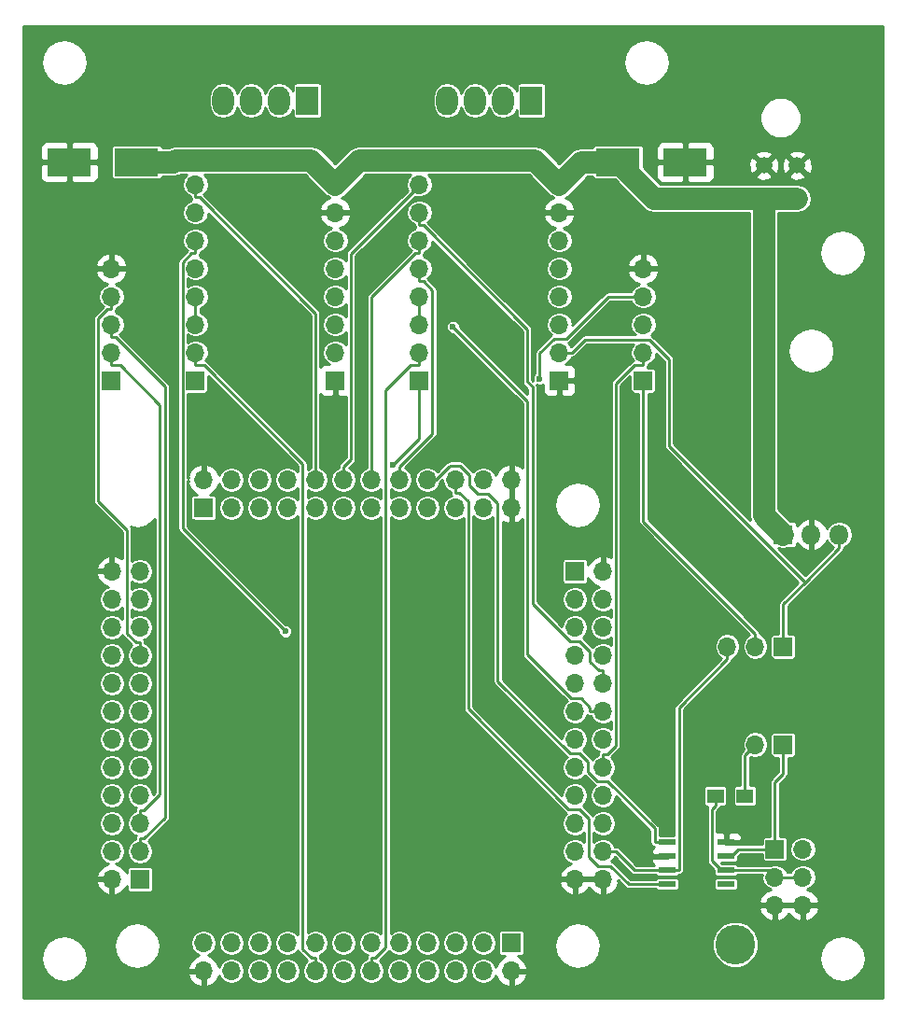
<source format=gtl>
G04 #@! TF.FileFunction,Copper,L1,Top,Signal*
%FSLAX46Y46*%
G04 Gerber Fmt 4.6, Leading zero omitted, Abs format (unit mm)*
G04 Created by KiCad (PCBNEW 4.0.7+dfsg1-1~bpo9+1) date Mon Mar  5 23:37:55 2018*
%MOMM*%
%LPD*%
G01*
G04 APERTURE LIST*
%ADD10C,0.100000*%
%ADD11R,1.700000X1.700000*%
%ADD12O,1.700000X1.700000*%
%ADD13C,3.600000*%
%ADD14R,1.500000X1.300000*%
%ADD15R,1.550000X0.600000*%
%ADD16C,1.500000*%
%ADD17R,2.000000X2.600000*%
%ADD18O,2.000000X2.600000*%
%ADD19R,1.800000X1.800000*%
%ADD20O,1.800000X1.800000*%
%ADD21R,4.000000X2.500000*%
%ADD22C,0.600000*%
%ADD23C,0.250000*%
%ADD24C,2.000000*%
%ADD25C,0.254000*%
G04 APERTURE END LIST*
D10*
D11*
X143000000Y-66720000D03*
D12*
X143000000Y-64180000D03*
X143000000Y-61640000D03*
X143000000Y-59100000D03*
X143000000Y-56560000D03*
X143000000Y-54020000D03*
X143000000Y-51480000D03*
X143000000Y-48940000D03*
D11*
X130300000Y-66720000D03*
D12*
X130300000Y-64180000D03*
X130300000Y-61640000D03*
X130300000Y-59100000D03*
X130300000Y-56560000D03*
X130300000Y-54020000D03*
X130300000Y-51480000D03*
X130300000Y-48940000D03*
D11*
X150620000Y-66720000D03*
D12*
X150620000Y-64180000D03*
X150620000Y-61640000D03*
X150620000Y-59100000D03*
X150620000Y-56560000D03*
X150620000Y-54020000D03*
X150620000Y-51480000D03*
X150620000Y-48940000D03*
D11*
X163320000Y-66720000D03*
D12*
X163320000Y-64180000D03*
X163320000Y-61640000D03*
X163320000Y-59100000D03*
X163320000Y-56560000D03*
X163320000Y-54020000D03*
X163320000Y-51480000D03*
X163320000Y-48940000D03*
D11*
X164740000Y-84030000D03*
D12*
X167280000Y-84030000D03*
X164740000Y-86570000D03*
X167280000Y-86570000D03*
X164740000Y-89110000D03*
X167280000Y-89110000D03*
X164740000Y-91650000D03*
X167280000Y-91650000D03*
X164740000Y-94190000D03*
X167280000Y-94190000D03*
X164740000Y-96730000D03*
X167280000Y-96730000D03*
X164740000Y-99270000D03*
X167280000Y-99270000D03*
X164740000Y-101810000D03*
X167280000Y-101810000D03*
X164740000Y-104350000D03*
X167280000Y-104350000D03*
X164740000Y-106890000D03*
X167280000Y-106890000D03*
X164740000Y-109430000D03*
X167280000Y-109430000D03*
X164740000Y-111970000D03*
X167280000Y-111970000D03*
D11*
X183640000Y-99740000D03*
D12*
X181100000Y-99740000D03*
D11*
X183640000Y-90850000D03*
D12*
X181100000Y-90850000D03*
X178560000Y-90850000D03*
D11*
X182880000Y-109220000D03*
D12*
X185420000Y-109220000D03*
X182880000Y-111760000D03*
X185420000Y-111760000D03*
X182880000Y-114300000D03*
X185420000Y-114300000D03*
D13*
X179280000Y-117870000D03*
D11*
X170940000Y-66720000D03*
D12*
X170940000Y-64180000D03*
X170940000Y-61640000D03*
X170940000Y-59100000D03*
X170940000Y-56560000D03*
D11*
X122680000Y-66720000D03*
D12*
X122680000Y-64180000D03*
X122680000Y-61640000D03*
X122680000Y-59100000D03*
X122680000Y-56560000D03*
D11*
X131030000Y-78260000D03*
D12*
X131030000Y-75720000D03*
X133570000Y-78260000D03*
X133570000Y-75720000D03*
X136110000Y-78260000D03*
X136110000Y-75720000D03*
X138650000Y-78260000D03*
X138650000Y-75720000D03*
X141190000Y-78260000D03*
X141190000Y-75720000D03*
X143730000Y-78260000D03*
X143730000Y-75720000D03*
X146270000Y-78260000D03*
X146270000Y-75720000D03*
X148810000Y-78260000D03*
X148810000Y-75720000D03*
X151350000Y-78260000D03*
X151350000Y-75720000D03*
X153890000Y-78260000D03*
X153890000Y-75720000D03*
X156430000Y-78260000D03*
X156430000Y-75720000D03*
X158970000Y-78260000D03*
X158970000Y-75720000D03*
D11*
X125260000Y-111970000D03*
D12*
X122720000Y-111970000D03*
X125260000Y-109430000D03*
X122720000Y-109430000D03*
X125260000Y-106890000D03*
X122720000Y-106890000D03*
X125260000Y-104350000D03*
X122720000Y-104350000D03*
X125260000Y-101810000D03*
X122720000Y-101810000D03*
X125260000Y-99270000D03*
X122720000Y-99270000D03*
X125260000Y-96730000D03*
X122720000Y-96730000D03*
X125260000Y-94190000D03*
X122720000Y-94190000D03*
X125260000Y-91650000D03*
X122720000Y-91650000D03*
X125260000Y-89110000D03*
X122720000Y-89110000D03*
X125260000Y-86570000D03*
X122720000Y-86570000D03*
X125260000Y-84030000D03*
X122720000Y-84030000D03*
D14*
X180166000Y-104394000D03*
X177466000Y-104394000D03*
D15*
X173068000Y-108585000D03*
X173068000Y-109855000D03*
X173068000Y-111125000D03*
X173068000Y-112395000D03*
X178468000Y-112395000D03*
X178468000Y-111125000D03*
X178468000Y-109855000D03*
X178468000Y-108585000D03*
D16*
X181886000Y-50210000D03*
X181886000Y-47210000D03*
X184886000Y-50210000D03*
X184886000Y-47210000D03*
D17*
X140460000Y-41320000D03*
D18*
X137920000Y-41320000D03*
X135380000Y-41320000D03*
X132840000Y-41320000D03*
D17*
X160780000Y-41320000D03*
D18*
X158240000Y-41320000D03*
X155700000Y-41320000D03*
X153160000Y-41320000D03*
D11*
X158970000Y-117740000D03*
D12*
X158970000Y-120280000D03*
X156430000Y-117740000D03*
X156430000Y-120280000D03*
X153890000Y-117740000D03*
X153890000Y-120280000D03*
X151350000Y-117740000D03*
X151350000Y-120280000D03*
X148810000Y-117740000D03*
X148810000Y-120280000D03*
X146270000Y-117740000D03*
X146270000Y-120280000D03*
X143730000Y-117740000D03*
X143730000Y-120280000D03*
X141190000Y-117740000D03*
X141190000Y-120280000D03*
X138650000Y-117740000D03*
X138650000Y-120280000D03*
X136110000Y-117740000D03*
X136110000Y-120280000D03*
X133570000Y-117740000D03*
X133570000Y-120280000D03*
X131030000Y-117740000D03*
X131030000Y-120280000D03*
D19*
X183640000Y-80690000D03*
D20*
X186180000Y-80690000D03*
X188720000Y-80690000D03*
D21*
X124968000Y-46908000D03*
X118868000Y-46908000D03*
X168652000Y-46908000D03*
X174752000Y-46908000D03*
D22*
X161544012Y-66548000D03*
X148199010Y-74389800D03*
X153669300Y-61858800D03*
X138451400Y-89471800D03*
D23*
X170150300Y-111125000D02*
X168455300Y-109430000D01*
X173068000Y-111125000D02*
X170150300Y-111125000D01*
X167280000Y-109430000D02*
X168455300Y-109430000D01*
X174168300Y-96417000D02*
X174168300Y-111125000D01*
X178560000Y-92025300D02*
X174168300Y-96417000D01*
X178560000Y-90850000D02*
X178560000Y-92025300D01*
X173068000Y-111125000D02*
X174168300Y-111125000D01*
X170940000Y-59100000D02*
X167760200Y-59100000D01*
X161544012Y-64187688D02*
X161544012Y-66123736D01*
X162821700Y-62910000D02*
X161544012Y-64187688D01*
X163950200Y-62910000D02*
X162821700Y-62910000D01*
X167760200Y-59100000D02*
X163950200Y-62910000D01*
X161544012Y-66123736D02*
X161544012Y-66548000D01*
X141190000Y-60638000D02*
X141190000Y-75720000D01*
X130667300Y-50115300D02*
X141190000Y-60638000D01*
X130300000Y-50115300D02*
X130667300Y-50115300D01*
X130300000Y-48940000D02*
X130300000Y-50115300D01*
X150620000Y-48940000D02*
X150620000Y-49024000D01*
X150620000Y-49024000D02*
X144399000Y-55245000D01*
X144399000Y-55245000D02*
X144399000Y-73875700D01*
X144399000Y-73875700D02*
X143730000Y-74544700D01*
X143730000Y-74544700D02*
X143730000Y-75720000D01*
X150252700Y-55195300D02*
X150620000Y-55195300D01*
X146270000Y-59178000D02*
X150252700Y-55195300D01*
X146270000Y-75720000D02*
X146270000Y-59178000D01*
X150620000Y-54020000D02*
X150620000Y-55195300D01*
X150987400Y-57735300D02*
X150620000Y-57735300D01*
X151795300Y-58543200D02*
X150987400Y-57735300D01*
X151795300Y-71559400D02*
X151795300Y-58543200D01*
X148810000Y-74544700D02*
X151795300Y-71559400D01*
X148810000Y-75720000D02*
X148810000Y-74544700D01*
X150620000Y-56560000D02*
X150620000Y-57735300D01*
X173068000Y-108585000D02*
X171967700Y-108585000D01*
X171967700Y-108585000D02*
X171967700Y-107348300D01*
X164267300Y-100540000D02*
X157734000Y-94006700D01*
X171967700Y-107348300D02*
X167681500Y-103062100D01*
X155194000Y-75284998D02*
X154331002Y-74422000D01*
X153448998Y-74422000D02*
X153321998Y-74549000D01*
X155194000Y-76200000D02*
X155194000Y-75284998D01*
X167681500Y-103062100D02*
X166781900Y-103062100D01*
X152118000Y-75720000D02*
X151350000Y-75720000D01*
X165915400Y-101284400D02*
X165171000Y-100540000D01*
X166781900Y-103062100D02*
X165915400Y-102195600D01*
X165915400Y-102195600D02*
X165915400Y-101284400D01*
X165171000Y-100540000D02*
X164267300Y-100540000D01*
X157734000Y-94006700D02*
X157734000Y-77824998D01*
X157734000Y-77824998D02*
X156871002Y-76962000D01*
X153289000Y-74549000D02*
X152118000Y-75720000D01*
X156871002Y-76962000D02*
X155956000Y-76962000D01*
X154331002Y-74422000D02*
X153448998Y-74422000D01*
X155956000Y-76962000D02*
X155194000Y-76200000D01*
X153321998Y-74549000D02*
X153289000Y-74549000D01*
X173068000Y-112395000D02*
X169605200Y-112395000D01*
X169605200Y-112395000D02*
X167954200Y-110744000D01*
X153890000Y-76895300D02*
X153890000Y-75720000D01*
X167954200Y-110744000D02*
X166825600Y-110744000D01*
X166825600Y-110744000D02*
X165989000Y-109907400D01*
X165171000Y-105620000D02*
X164167000Y-105620000D01*
X155065300Y-96518300D02*
X155065300Y-77703200D01*
X165989000Y-109907400D02*
X165989000Y-106438000D01*
X155065300Y-77703200D02*
X154257400Y-76895300D01*
X165989000Y-106438000D02*
X165171000Y-105620000D01*
X164167000Y-105620000D02*
X155065300Y-96518300D01*
X154257400Y-76895300D02*
X153890000Y-76895300D01*
X148499009Y-74089801D02*
X148199010Y-74389800D01*
X150620000Y-66720000D02*
X150620000Y-71968810D01*
X150620000Y-71968810D02*
X148499009Y-74089801D01*
X160410998Y-62078998D02*
X150987300Y-52655300D01*
X166912600Y-93014700D02*
X166104700Y-92206800D01*
X167280000Y-93014700D02*
X166912600Y-93014700D01*
X150987300Y-52655300D02*
X150620000Y-52655300D01*
X166104700Y-91313700D02*
X165171000Y-90380000D01*
X150620000Y-52655300D02*
X150620000Y-51480000D01*
X160410998Y-66848002D02*
X160410998Y-62078998D01*
X166104700Y-92206800D02*
X166104700Y-91313700D01*
X165171000Y-90380000D02*
X164280800Y-90380000D01*
X160869000Y-67306004D02*
X160410998Y-66848002D01*
X160869000Y-86968200D02*
X160869000Y-67306004D01*
X167280000Y-94190000D02*
X167280000Y-93014700D01*
X164280800Y-90380000D02*
X160869000Y-86968200D01*
X160418600Y-68608100D02*
X153669300Y-61858800D01*
X160418600Y-91549900D02*
X160418600Y-68608100D01*
X164423400Y-95554700D02*
X160418600Y-91549900D01*
X165296800Y-95554700D02*
X164423400Y-95554700D01*
X166104700Y-96362600D02*
X165296800Y-95554700D01*
X166104700Y-96730000D02*
X166104700Y-96362600D01*
X167280000Y-96730000D02*
X166104700Y-96730000D01*
X167647400Y-100634700D02*
X167280000Y-100634700D01*
X168455300Y-99826800D02*
X167647400Y-100634700D01*
X168455300Y-67031900D02*
X168455300Y-99826800D01*
X170131900Y-65355300D02*
X168455300Y-67031900D01*
X170940000Y-65355300D02*
X170131900Y-65355300D01*
X170940000Y-64180000D02*
X170940000Y-65355300D01*
X167280000Y-101810000D02*
X167280000Y-100634700D01*
X129932600Y-55195300D02*
X130300000Y-55195300D01*
X129124700Y-56003200D02*
X129932600Y-55195300D01*
X129124700Y-80145100D02*
X129124700Y-56003200D01*
X138451400Y-89471800D02*
X129124700Y-80145100D01*
X130300000Y-54020000D02*
X130300000Y-55195300D01*
X188720000Y-80690000D02*
X188720000Y-81915300D01*
X163320000Y-64180000D02*
X164495300Y-64180000D01*
X165670600Y-63004700D02*
X164495300Y-64180000D01*
X171463200Y-63004700D02*
X165670600Y-63004700D01*
X173264600Y-64806100D02*
X171463200Y-63004700D01*
X173264600Y-72651200D02*
X173264600Y-64806100D01*
X185624400Y-85010900D02*
X173264600Y-72651200D01*
X188720000Y-81915300D02*
X185624400Y-85010900D01*
X183640000Y-86995300D02*
X183640000Y-90850000D01*
X185624400Y-85010900D02*
X183640000Y-86995300D01*
X146270000Y-119104700D02*
X146637400Y-119104700D01*
X150620000Y-65355300D02*
X150620000Y-64180000D01*
X149812000Y-65355300D02*
X150620000Y-65355300D01*
X147574000Y-67593300D02*
X149812000Y-65355300D01*
X146270000Y-120280000D02*
X146270000Y-119104700D01*
X147574000Y-118168100D02*
X147574000Y-67593300D01*
X146637400Y-119104700D02*
X147574000Y-118168100D01*
X131108000Y-65355300D02*
X130300000Y-65355300D01*
X140014700Y-74262000D02*
X131108000Y-65355300D01*
X140014700Y-118296800D02*
X140014700Y-74262000D01*
X140822600Y-119104700D02*
X140014700Y-118296800D01*
X141190000Y-119104700D02*
X140822600Y-119104700D01*
X141190000Y-120280000D02*
X141190000Y-119104700D01*
X130300000Y-64180000D02*
X130300000Y-65355300D01*
X125627300Y-108254700D02*
X125260000Y-108254700D01*
X127531700Y-106350300D02*
X125627300Y-108254700D01*
X127531700Y-67299700D02*
X127531700Y-106350300D01*
X123047300Y-62815300D02*
X127531700Y-67299700D01*
X122680000Y-62815300D02*
X123047300Y-62815300D01*
X122680000Y-61640000D02*
X122680000Y-62815300D01*
X125260000Y-109430000D02*
X125260000Y-108254700D01*
X125627300Y-105714700D02*
X125260000Y-105714700D01*
X127075400Y-104266600D02*
X125627300Y-105714700D01*
X127075400Y-68942700D02*
X127075400Y-104266600D01*
X123488000Y-65355300D02*
X127075400Y-68942700D01*
X122680000Y-65355300D02*
X123488000Y-65355300D01*
X122680000Y-64180000D02*
X122680000Y-65355300D01*
X125260000Y-106890000D02*
X125260000Y-105714700D01*
X124892600Y-90474700D02*
X125260000Y-90474700D01*
X124084700Y-89666800D02*
X124892600Y-90474700D01*
X124084700Y-80264700D02*
X124084700Y-89666800D01*
X121482700Y-77662700D02*
X124084700Y-80264700D01*
X121482700Y-61105300D02*
X121482700Y-77662700D01*
X122312700Y-60275300D02*
X121482700Y-61105300D01*
X122680000Y-60275300D02*
X122312700Y-60275300D01*
X122680000Y-59100000D02*
X122680000Y-60275300D01*
X125260000Y-91650000D02*
X125260000Y-90474700D01*
D24*
X181886000Y-50210000D02*
X184886000Y-50210000D01*
X181886000Y-78936000D02*
X183640000Y-80690000D01*
X181886000Y-50210000D02*
X181886000Y-78936000D01*
X140796000Y-46736000D02*
X143000000Y-48940000D01*
X128524000Y-46736000D02*
X140796000Y-46736000D01*
X128352000Y-46908000D02*
X128524000Y-46736000D01*
X124968000Y-46908000D02*
X128352000Y-46908000D01*
X145204000Y-46736000D02*
X143000000Y-48940000D01*
X161116000Y-46736000D02*
X145204000Y-46736000D01*
X163320000Y-48940000D02*
X161116000Y-46736000D01*
X165352000Y-46908000D02*
X163320000Y-48940000D01*
X168652000Y-46908000D02*
X165352000Y-46908000D01*
X171954000Y-50210000D02*
X168652000Y-46908000D01*
X181886000Y-50210000D02*
X171954000Y-50210000D01*
D23*
X130300000Y-59100000D02*
X130300000Y-61640000D01*
X150620000Y-59100000D02*
X150620000Y-61640000D01*
X170940000Y-79514700D02*
X181100000Y-89674700D01*
X170940000Y-66720000D02*
X170940000Y-79514700D01*
X181100000Y-90850000D02*
X181100000Y-89674700D01*
X178943000Y-109855000D02*
X178468000Y-109855000D01*
X179578000Y-109220000D02*
X178943000Y-109855000D01*
X182880000Y-109220000D02*
X179578000Y-109220000D01*
X183640000Y-102364000D02*
X183640000Y-99740000D01*
X182880000Y-103124000D02*
X183640000Y-102364000D01*
X182880000Y-109220000D02*
X182880000Y-103124000D01*
X180166000Y-100674000D02*
X181100000Y-99740000D01*
X180166000Y-104394000D02*
X180166000Y-100674000D01*
X177466000Y-104394000D02*
X177466000Y-105294000D01*
X177466000Y-105294000D02*
X177165000Y-105595000D01*
X177165000Y-105595000D02*
X177165000Y-110297000D01*
X177165000Y-110297000D02*
X177993000Y-111125000D01*
X177993000Y-111125000D02*
X178468000Y-111125000D01*
X182880000Y-111760000D02*
X185420000Y-111760000D01*
X182245000Y-111125000D02*
X182880000Y-111760000D01*
X178468000Y-111125000D02*
X182245000Y-111125000D01*
D25*
G36*
X192686000Y-122756000D02*
X114650000Y-122756000D01*
X114650000Y-119148000D01*
X116294000Y-119148000D01*
X116454005Y-119952401D01*
X116909662Y-120634338D01*
X117591599Y-121089995D01*
X118396000Y-121250000D01*
X119200401Y-121089995D01*
X119878515Y-120636892D01*
X129588514Y-120636892D01*
X129834817Y-121161358D01*
X130263076Y-121551645D01*
X130673110Y-121721476D01*
X130903000Y-121600155D01*
X130903000Y-120407000D01*
X129709181Y-120407000D01*
X129588514Y-120636892D01*
X119878515Y-120636892D01*
X119882338Y-120634338D01*
X120337995Y-119952401D01*
X120498000Y-119148000D01*
X120337995Y-118343599D01*
X120108409Y-118000000D01*
X122898000Y-118000000D01*
X123058005Y-118804401D01*
X123513662Y-119486338D01*
X124195599Y-119941995D01*
X125000000Y-120102000D01*
X125804401Y-119941995D01*
X125832667Y-119923108D01*
X129588514Y-119923108D01*
X129709181Y-120153000D01*
X130903000Y-120153000D01*
X130903000Y-120133000D01*
X131157000Y-120133000D01*
X131157000Y-120153000D01*
X131177000Y-120153000D01*
X131177000Y-120407000D01*
X131157000Y-120407000D01*
X131157000Y-121600155D01*
X131386890Y-121721476D01*
X131796924Y-121551645D01*
X132225183Y-121161358D01*
X132462999Y-120654965D01*
X132482594Y-120753477D01*
X132737735Y-121135324D01*
X133119582Y-121390465D01*
X133570000Y-121480059D01*
X134020418Y-121390465D01*
X134402265Y-121135324D01*
X134657406Y-120753477D01*
X134747000Y-120303059D01*
X134747000Y-120256941D01*
X134933000Y-120256941D01*
X134933000Y-120303059D01*
X135022594Y-120753477D01*
X135277735Y-121135324D01*
X135659582Y-121390465D01*
X136110000Y-121480059D01*
X136560418Y-121390465D01*
X136942265Y-121135324D01*
X137197406Y-120753477D01*
X137287000Y-120303059D01*
X137287000Y-120256941D01*
X137473000Y-120256941D01*
X137473000Y-120303059D01*
X137562594Y-120753477D01*
X137817735Y-121135324D01*
X138199582Y-121390465D01*
X138650000Y-121480059D01*
X139100418Y-121390465D01*
X139482265Y-121135324D01*
X139737406Y-120753477D01*
X139827000Y-120303059D01*
X139827000Y-120256941D01*
X139737406Y-119806523D01*
X139482265Y-119424676D01*
X139100418Y-119169535D01*
X138650000Y-119079941D01*
X138199582Y-119169535D01*
X137817735Y-119424676D01*
X137562594Y-119806523D01*
X137473000Y-120256941D01*
X137287000Y-120256941D01*
X137197406Y-119806523D01*
X136942265Y-119424676D01*
X136560418Y-119169535D01*
X136110000Y-119079941D01*
X135659582Y-119169535D01*
X135277735Y-119424676D01*
X135022594Y-119806523D01*
X134933000Y-120256941D01*
X134747000Y-120256941D01*
X134657406Y-119806523D01*
X134402265Y-119424676D01*
X134020418Y-119169535D01*
X133570000Y-119079941D01*
X133119582Y-119169535D01*
X132737735Y-119424676D01*
X132482594Y-119806523D01*
X132462999Y-119905035D01*
X132225183Y-119398642D01*
X131796924Y-119008355D01*
X131436710Y-118859159D01*
X131480418Y-118850465D01*
X131862265Y-118595324D01*
X132117406Y-118213477D01*
X132207000Y-117763059D01*
X132207000Y-117716941D01*
X132393000Y-117716941D01*
X132393000Y-117763059D01*
X132482594Y-118213477D01*
X132737735Y-118595324D01*
X133119582Y-118850465D01*
X133570000Y-118940059D01*
X134020418Y-118850465D01*
X134402265Y-118595324D01*
X134657406Y-118213477D01*
X134747000Y-117763059D01*
X134747000Y-117716941D01*
X134933000Y-117716941D01*
X134933000Y-117763059D01*
X135022594Y-118213477D01*
X135277735Y-118595324D01*
X135659582Y-118850465D01*
X136110000Y-118940059D01*
X136560418Y-118850465D01*
X136942265Y-118595324D01*
X137197406Y-118213477D01*
X137287000Y-117763059D01*
X137287000Y-117716941D01*
X137197406Y-117266523D01*
X136942265Y-116884676D01*
X136560418Y-116629535D01*
X136110000Y-116539941D01*
X135659582Y-116629535D01*
X135277735Y-116884676D01*
X135022594Y-117266523D01*
X134933000Y-117716941D01*
X134747000Y-117716941D01*
X134657406Y-117266523D01*
X134402265Y-116884676D01*
X134020418Y-116629535D01*
X133570000Y-116539941D01*
X133119582Y-116629535D01*
X132737735Y-116884676D01*
X132482594Y-117266523D01*
X132393000Y-117716941D01*
X132207000Y-117716941D01*
X132117406Y-117266523D01*
X131862265Y-116884676D01*
X131480418Y-116629535D01*
X131030000Y-116539941D01*
X130579582Y-116629535D01*
X130197735Y-116884676D01*
X129942594Y-117266523D01*
X129853000Y-117716941D01*
X129853000Y-117763059D01*
X129942594Y-118213477D01*
X130197735Y-118595324D01*
X130579582Y-118850465D01*
X130623290Y-118859159D01*
X130263076Y-119008355D01*
X129834817Y-119398642D01*
X129588514Y-119923108D01*
X125832667Y-119923108D01*
X126486338Y-119486338D01*
X126941995Y-118804401D01*
X127102000Y-118000000D01*
X126941995Y-117195599D01*
X126486338Y-116513662D01*
X125804401Y-116058005D01*
X125000000Y-115898000D01*
X124195599Y-116058005D01*
X123513662Y-116513662D01*
X123058005Y-117195599D01*
X122898000Y-118000000D01*
X120108409Y-118000000D01*
X119882338Y-117661662D01*
X119200401Y-117206005D01*
X118396000Y-117046000D01*
X117591599Y-117206005D01*
X116909662Y-117661662D01*
X116454005Y-118343599D01*
X116294000Y-119148000D01*
X114650000Y-119148000D01*
X114650000Y-112326890D01*
X121278524Y-112326890D01*
X121448355Y-112736924D01*
X121838642Y-113165183D01*
X122363108Y-113411486D01*
X122593000Y-113290819D01*
X122593000Y-112097000D01*
X121399845Y-112097000D01*
X121278524Y-112326890D01*
X114650000Y-112326890D01*
X114650000Y-111613110D01*
X121278524Y-111613110D01*
X121399845Y-111843000D01*
X122593000Y-111843000D01*
X122593000Y-111823000D01*
X122847000Y-111823000D01*
X122847000Y-111843000D01*
X122867000Y-111843000D01*
X122867000Y-112097000D01*
X122847000Y-112097000D01*
X122847000Y-113290819D01*
X123076892Y-113411486D01*
X123601358Y-113165183D01*
X123991645Y-112736924D01*
X124076594Y-112531826D01*
X124076594Y-112820000D01*
X124099395Y-112941179D01*
X124171012Y-113052474D01*
X124280286Y-113127138D01*
X124410000Y-113153406D01*
X126110000Y-113153406D01*
X126231179Y-113130605D01*
X126342474Y-113058988D01*
X126417138Y-112949714D01*
X126443406Y-112820000D01*
X126443406Y-111120000D01*
X126420605Y-110998821D01*
X126348988Y-110887526D01*
X126239714Y-110812862D01*
X126110000Y-110786594D01*
X124410000Y-110786594D01*
X124288821Y-110809395D01*
X124177526Y-110881012D01*
X124102862Y-110990286D01*
X124076594Y-111120000D01*
X124076594Y-111408174D01*
X123991645Y-111203076D01*
X123601358Y-110774817D01*
X123094965Y-110537001D01*
X123193477Y-110517406D01*
X123575324Y-110262265D01*
X123830465Y-109880418D01*
X123920059Y-109430000D01*
X123830465Y-108979582D01*
X123575324Y-108597735D01*
X123193477Y-108342594D01*
X122743059Y-108253000D01*
X122696941Y-108253000D01*
X122246523Y-108342594D01*
X121864676Y-108597735D01*
X121609535Y-108979582D01*
X121519941Y-109430000D01*
X121609535Y-109880418D01*
X121864676Y-110262265D01*
X122246523Y-110517406D01*
X122345035Y-110537001D01*
X121838642Y-110774817D01*
X121448355Y-111203076D01*
X121278524Y-111613110D01*
X114650000Y-111613110D01*
X114650000Y-106890000D01*
X121519941Y-106890000D01*
X121609535Y-107340418D01*
X121864676Y-107722265D01*
X122246523Y-107977406D01*
X122696941Y-108067000D01*
X122743059Y-108067000D01*
X123193477Y-107977406D01*
X123575324Y-107722265D01*
X123830465Y-107340418D01*
X123920059Y-106890000D01*
X123830465Y-106439582D01*
X123575324Y-106057735D01*
X123193477Y-105802594D01*
X122743059Y-105713000D01*
X122696941Y-105713000D01*
X122246523Y-105802594D01*
X121864676Y-106057735D01*
X121609535Y-106439582D01*
X121519941Y-106890000D01*
X114650000Y-106890000D01*
X114650000Y-104350000D01*
X121519941Y-104350000D01*
X121609535Y-104800418D01*
X121864676Y-105182265D01*
X122246523Y-105437406D01*
X122696941Y-105527000D01*
X122743059Y-105527000D01*
X123193477Y-105437406D01*
X123575324Y-105182265D01*
X123830465Y-104800418D01*
X123920059Y-104350000D01*
X123830465Y-103899582D01*
X123575324Y-103517735D01*
X123193477Y-103262594D01*
X122743059Y-103173000D01*
X122696941Y-103173000D01*
X122246523Y-103262594D01*
X121864676Y-103517735D01*
X121609535Y-103899582D01*
X121519941Y-104350000D01*
X114650000Y-104350000D01*
X114650000Y-101810000D01*
X121519941Y-101810000D01*
X121609535Y-102260418D01*
X121864676Y-102642265D01*
X122246523Y-102897406D01*
X122696941Y-102987000D01*
X122743059Y-102987000D01*
X123193477Y-102897406D01*
X123575324Y-102642265D01*
X123830465Y-102260418D01*
X123920059Y-101810000D01*
X124059941Y-101810000D01*
X124149535Y-102260418D01*
X124404676Y-102642265D01*
X124786523Y-102897406D01*
X125236941Y-102987000D01*
X125283059Y-102987000D01*
X125733477Y-102897406D01*
X126115324Y-102642265D01*
X126370465Y-102260418D01*
X126460059Y-101810000D01*
X126370465Y-101359582D01*
X126115324Y-100977735D01*
X125733477Y-100722594D01*
X125283059Y-100633000D01*
X125236941Y-100633000D01*
X124786523Y-100722594D01*
X124404676Y-100977735D01*
X124149535Y-101359582D01*
X124059941Y-101810000D01*
X123920059Y-101810000D01*
X123830465Y-101359582D01*
X123575324Y-100977735D01*
X123193477Y-100722594D01*
X122743059Y-100633000D01*
X122696941Y-100633000D01*
X122246523Y-100722594D01*
X121864676Y-100977735D01*
X121609535Y-101359582D01*
X121519941Y-101810000D01*
X114650000Y-101810000D01*
X114650000Y-99270000D01*
X121519941Y-99270000D01*
X121609535Y-99720418D01*
X121864676Y-100102265D01*
X122246523Y-100357406D01*
X122696941Y-100447000D01*
X122743059Y-100447000D01*
X123193477Y-100357406D01*
X123575324Y-100102265D01*
X123830465Y-99720418D01*
X123920059Y-99270000D01*
X124059941Y-99270000D01*
X124149535Y-99720418D01*
X124404676Y-100102265D01*
X124786523Y-100357406D01*
X125236941Y-100447000D01*
X125283059Y-100447000D01*
X125733477Y-100357406D01*
X126115324Y-100102265D01*
X126370465Y-99720418D01*
X126460059Y-99270000D01*
X126370465Y-98819582D01*
X126115324Y-98437735D01*
X125733477Y-98182594D01*
X125283059Y-98093000D01*
X125236941Y-98093000D01*
X124786523Y-98182594D01*
X124404676Y-98437735D01*
X124149535Y-98819582D01*
X124059941Y-99270000D01*
X123920059Y-99270000D01*
X123830465Y-98819582D01*
X123575324Y-98437735D01*
X123193477Y-98182594D01*
X122743059Y-98093000D01*
X122696941Y-98093000D01*
X122246523Y-98182594D01*
X121864676Y-98437735D01*
X121609535Y-98819582D01*
X121519941Y-99270000D01*
X114650000Y-99270000D01*
X114650000Y-96730000D01*
X121519941Y-96730000D01*
X121609535Y-97180418D01*
X121864676Y-97562265D01*
X122246523Y-97817406D01*
X122696941Y-97907000D01*
X122743059Y-97907000D01*
X123193477Y-97817406D01*
X123575324Y-97562265D01*
X123830465Y-97180418D01*
X123920059Y-96730000D01*
X124059941Y-96730000D01*
X124149535Y-97180418D01*
X124404676Y-97562265D01*
X124786523Y-97817406D01*
X125236941Y-97907000D01*
X125283059Y-97907000D01*
X125733477Y-97817406D01*
X126115324Y-97562265D01*
X126370465Y-97180418D01*
X126460059Y-96730000D01*
X126370465Y-96279582D01*
X126115324Y-95897735D01*
X125733477Y-95642594D01*
X125283059Y-95553000D01*
X125236941Y-95553000D01*
X124786523Y-95642594D01*
X124404676Y-95897735D01*
X124149535Y-96279582D01*
X124059941Y-96730000D01*
X123920059Y-96730000D01*
X123830465Y-96279582D01*
X123575324Y-95897735D01*
X123193477Y-95642594D01*
X122743059Y-95553000D01*
X122696941Y-95553000D01*
X122246523Y-95642594D01*
X121864676Y-95897735D01*
X121609535Y-96279582D01*
X121519941Y-96730000D01*
X114650000Y-96730000D01*
X114650000Y-94190000D01*
X121519941Y-94190000D01*
X121609535Y-94640418D01*
X121864676Y-95022265D01*
X122246523Y-95277406D01*
X122696941Y-95367000D01*
X122743059Y-95367000D01*
X123193477Y-95277406D01*
X123575324Y-95022265D01*
X123830465Y-94640418D01*
X123920059Y-94190000D01*
X124059941Y-94190000D01*
X124149535Y-94640418D01*
X124404676Y-95022265D01*
X124786523Y-95277406D01*
X125236941Y-95367000D01*
X125283059Y-95367000D01*
X125733477Y-95277406D01*
X126115324Y-95022265D01*
X126370465Y-94640418D01*
X126460059Y-94190000D01*
X126370465Y-93739582D01*
X126115324Y-93357735D01*
X125733477Y-93102594D01*
X125283059Y-93013000D01*
X125236941Y-93013000D01*
X124786523Y-93102594D01*
X124404676Y-93357735D01*
X124149535Y-93739582D01*
X124059941Y-94190000D01*
X123920059Y-94190000D01*
X123830465Y-93739582D01*
X123575324Y-93357735D01*
X123193477Y-93102594D01*
X122743059Y-93013000D01*
X122696941Y-93013000D01*
X122246523Y-93102594D01*
X121864676Y-93357735D01*
X121609535Y-93739582D01*
X121519941Y-94190000D01*
X114650000Y-94190000D01*
X114650000Y-91650000D01*
X121519941Y-91650000D01*
X121609535Y-92100418D01*
X121864676Y-92482265D01*
X122246523Y-92737406D01*
X122696941Y-92827000D01*
X122743059Y-92827000D01*
X123193477Y-92737406D01*
X123575324Y-92482265D01*
X123830465Y-92100418D01*
X123920059Y-91650000D01*
X123830465Y-91199582D01*
X123575324Y-90817735D01*
X123193477Y-90562594D01*
X122743059Y-90473000D01*
X122696941Y-90473000D01*
X122246523Y-90562594D01*
X121864676Y-90817735D01*
X121609535Y-91199582D01*
X121519941Y-91650000D01*
X114650000Y-91650000D01*
X114650000Y-83673110D01*
X121278524Y-83673110D01*
X121399845Y-83903000D01*
X122593000Y-83903000D01*
X122593000Y-82709181D01*
X122363108Y-82588514D01*
X121838642Y-82834817D01*
X121448355Y-83263076D01*
X121278524Y-83673110D01*
X114650000Y-83673110D01*
X114650000Y-61105300D01*
X121030700Y-61105300D01*
X121030700Y-77662700D01*
X121065106Y-77835673D01*
X121163088Y-77982312D01*
X123632700Y-80451924D01*
X123632700Y-82869208D01*
X123601358Y-82834817D01*
X123076892Y-82588514D01*
X122847000Y-82709181D01*
X122847000Y-83903000D01*
X122867000Y-83903000D01*
X122867000Y-84157000D01*
X122847000Y-84157000D01*
X122847000Y-84177000D01*
X122593000Y-84177000D01*
X122593000Y-84157000D01*
X121399845Y-84157000D01*
X121278524Y-84386890D01*
X121448355Y-84796924D01*
X121838642Y-85225183D01*
X122345035Y-85462999D01*
X122246523Y-85482594D01*
X121864676Y-85737735D01*
X121609535Y-86119582D01*
X121519941Y-86570000D01*
X121609535Y-87020418D01*
X121864676Y-87402265D01*
X122246523Y-87657406D01*
X122696941Y-87747000D01*
X122743059Y-87747000D01*
X123193477Y-87657406D01*
X123575324Y-87402265D01*
X123632700Y-87316395D01*
X123632700Y-88363605D01*
X123575324Y-88277735D01*
X123193477Y-88022594D01*
X122743059Y-87933000D01*
X122696941Y-87933000D01*
X122246523Y-88022594D01*
X121864676Y-88277735D01*
X121609535Y-88659582D01*
X121519941Y-89110000D01*
X121609535Y-89560418D01*
X121864676Y-89942265D01*
X122246523Y-90197406D01*
X122696941Y-90287000D01*
X122743059Y-90287000D01*
X123193477Y-90197406D01*
X123575324Y-89942265D01*
X123661761Y-89812902D01*
X123667106Y-89839773D01*
X123765088Y-89986412D01*
X124519613Y-90740937D01*
X124404676Y-90817735D01*
X124149535Y-91199582D01*
X124059941Y-91650000D01*
X124149535Y-92100418D01*
X124404676Y-92482265D01*
X124786523Y-92737406D01*
X125236941Y-92827000D01*
X125283059Y-92827000D01*
X125733477Y-92737406D01*
X126115324Y-92482265D01*
X126370465Y-92100418D01*
X126460059Y-91650000D01*
X126370465Y-91199582D01*
X126115324Y-90817735D01*
X125733477Y-90562594D01*
X125712000Y-90558322D01*
X125712000Y-90474700D01*
X125677594Y-90301727D01*
X125622622Y-90219456D01*
X125733477Y-90197406D01*
X126115324Y-89942265D01*
X126370465Y-89560418D01*
X126460059Y-89110000D01*
X126370465Y-88659582D01*
X126115324Y-88277735D01*
X125733477Y-88022594D01*
X125283059Y-87933000D01*
X125236941Y-87933000D01*
X124786523Y-88022594D01*
X124536700Y-88189520D01*
X124536700Y-87490480D01*
X124786523Y-87657406D01*
X125236941Y-87747000D01*
X125283059Y-87747000D01*
X125733477Y-87657406D01*
X126115324Y-87402265D01*
X126370465Y-87020418D01*
X126460059Y-86570000D01*
X126370465Y-86119582D01*
X126115324Y-85737735D01*
X125733477Y-85482594D01*
X125283059Y-85393000D01*
X125236941Y-85393000D01*
X124786523Y-85482594D01*
X124536700Y-85649520D01*
X124536700Y-84950480D01*
X124786523Y-85117406D01*
X125236941Y-85207000D01*
X125283059Y-85207000D01*
X125733477Y-85117406D01*
X126115324Y-84862265D01*
X126370465Y-84480418D01*
X126460059Y-84030000D01*
X126370465Y-83579582D01*
X126115324Y-83197735D01*
X125733477Y-82942594D01*
X125283059Y-82853000D01*
X125236941Y-82853000D01*
X124786523Y-82942594D01*
X124536700Y-83109520D01*
X124536700Y-80264700D01*
X124502294Y-80091727D01*
X124433921Y-79989400D01*
X125000000Y-80102000D01*
X125804401Y-79941995D01*
X126486338Y-79486338D01*
X126623400Y-79281211D01*
X126623400Y-104079375D01*
X126442259Y-104260516D01*
X126370465Y-103899582D01*
X126115324Y-103517735D01*
X125733477Y-103262594D01*
X125283059Y-103173000D01*
X125236941Y-103173000D01*
X124786523Y-103262594D01*
X124404676Y-103517735D01*
X124149535Y-103899582D01*
X124059941Y-104350000D01*
X124149535Y-104800418D01*
X124404676Y-105182265D01*
X124786523Y-105437406D01*
X124897378Y-105459456D01*
X124842406Y-105541727D01*
X124808000Y-105714700D01*
X124808000Y-105798322D01*
X124786523Y-105802594D01*
X124404676Y-106057735D01*
X124149535Y-106439582D01*
X124059941Y-106890000D01*
X124149535Y-107340418D01*
X124404676Y-107722265D01*
X124786523Y-107977406D01*
X124897378Y-107999456D01*
X124842406Y-108081727D01*
X124808000Y-108254700D01*
X124808000Y-108338322D01*
X124786523Y-108342594D01*
X124404676Y-108597735D01*
X124149535Y-108979582D01*
X124059941Y-109430000D01*
X124149535Y-109880418D01*
X124404676Y-110262265D01*
X124786523Y-110517406D01*
X125236941Y-110607000D01*
X125283059Y-110607000D01*
X125733477Y-110517406D01*
X126115324Y-110262265D01*
X126370465Y-109880418D01*
X126460059Y-109430000D01*
X126370465Y-108979582D01*
X126115324Y-108597735D01*
X126000327Y-108520897D01*
X127851312Y-106669912D01*
X127949294Y-106523273D01*
X127983700Y-106350300D01*
X127983700Y-67299700D01*
X127949294Y-67126727D01*
X127851312Y-66980088D01*
X123420327Y-62549103D01*
X123535324Y-62472265D01*
X123790465Y-62090418D01*
X123880059Y-61640000D01*
X123790465Y-61189582D01*
X123535324Y-60807735D01*
X123153477Y-60552594D01*
X123042622Y-60530544D01*
X123097594Y-60448273D01*
X123132000Y-60275300D01*
X123132000Y-60191678D01*
X123153477Y-60187406D01*
X123535324Y-59932265D01*
X123790465Y-59550418D01*
X123880059Y-59100000D01*
X123790465Y-58649582D01*
X123535324Y-58267735D01*
X123153477Y-58012594D01*
X123054965Y-57992999D01*
X123561358Y-57755183D01*
X123951645Y-57326924D01*
X124121476Y-56916890D01*
X124000155Y-56687000D01*
X122807000Y-56687000D01*
X122807000Y-56707000D01*
X122553000Y-56707000D01*
X122553000Y-56687000D01*
X121359845Y-56687000D01*
X121238524Y-56916890D01*
X121408355Y-57326924D01*
X121798642Y-57755183D01*
X122305035Y-57992999D01*
X122206523Y-58012594D01*
X121824676Y-58267735D01*
X121569535Y-58649582D01*
X121479941Y-59100000D01*
X121569535Y-59550418D01*
X121824676Y-59932265D01*
X121939673Y-60009103D01*
X121163088Y-60785688D01*
X121065106Y-60932327D01*
X121030700Y-61105300D01*
X114650000Y-61105300D01*
X114650000Y-56203110D01*
X121238524Y-56203110D01*
X121359845Y-56433000D01*
X122553000Y-56433000D01*
X122553000Y-55239181D01*
X122807000Y-55239181D01*
X122807000Y-56433000D01*
X124000155Y-56433000D01*
X124121476Y-56203110D01*
X123951645Y-55793076D01*
X123561358Y-55364817D01*
X123036892Y-55118514D01*
X122807000Y-55239181D01*
X122553000Y-55239181D01*
X122323108Y-55118514D01*
X121798642Y-55364817D01*
X121408355Y-55793076D01*
X121238524Y-56203110D01*
X114650000Y-56203110D01*
X114650000Y-47193750D01*
X116233000Y-47193750D01*
X116233000Y-48284310D01*
X116329673Y-48517699D01*
X116508302Y-48696327D01*
X116741691Y-48793000D01*
X118582250Y-48793000D01*
X118741000Y-48634250D01*
X118741000Y-47035000D01*
X118995000Y-47035000D01*
X118995000Y-48634250D01*
X119153750Y-48793000D01*
X120994309Y-48793000D01*
X121227698Y-48696327D01*
X121406327Y-48517699D01*
X121503000Y-48284310D01*
X121503000Y-47193750D01*
X121344250Y-47035000D01*
X118995000Y-47035000D01*
X118741000Y-47035000D01*
X116391750Y-47035000D01*
X116233000Y-47193750D01*
X114650000Y-47193750D01*
X114650000Y-45531690D01*
X116233000Y-45531690D01*
X116233000Y-46622250D01*
X116391750Y-46781000D01*
X118741000Y-46781000D01*
X118741000Y-45181750D01*
X118995000Y-45181750D01*
X118995000Y-46781000D01*
X121344250Y-46781000D01*
X121503000Y-46622250D01*
X121503000Y-45658000D01*
X122634594Y-45658000D01*
X122634594Y-48158000D01*
X122657395Y-48279179D01*
X122729012Y-48390474D01*
X122838286Y-48465138D01*
X122968000Y-48491406D01*
X126968000Y-48491406D01*
X127089179Y-48468605D01*
X127200474Y-48396988D01*
X127275138Y-48287714D01*
X127285813Y-48235000D01*
X128352000Y-48235000D01*
X128859821Y-48133988D01*
X128966062Y-48063000D01*
X129511627Y-48063000D01*
X129444676Y-48107735D01*
X129189535Y-48489582D01*
X129099941Y-48940000D01*
X129189535Y-49390418D01*
X129444676Y-49772265D01*
X129826523Y-50027406D01*
X129848000Y-50031678D01*
X129848000Y-50115300D01*
X129882406Y-50288273D01*
X129937378Y-50370544D01*
X129826523Y-50392594D01*
X129444676Y-50647735D01*
X129189535Y-51029582D01*
X129099941Y-51480000D01*
X129189535Y-51930418D01*
X129444676Y-52312265D01*
X129826523Y-52567406D01*
X130276941Y-52657000D01*
X130323059Y-52657000D01*
X130773477Y-52567406D01*
X131155324Y-52312265D01*
X131410465Y-51930418D01*
X131482260Y-51569484D01*
X140738000Y-60825224D01*
X140738000Y-74610592D01*
X140466700Y-74791868D01*
X140466700Y-74262000D01*
X140432294Y-74089027D01*
X140334312Y-73942388D01*
X131427612Y-65035688D01*
X131280973Y-64937706D01*
X131214039Y-64924392D01*
X131410465Y-64630418D01*
X131500059Y-64180000D01*
X131410465Y-63729582D01*
X131155324Y-63347735D01*
X130773477Y-63092594D01*
X130323059Y-63003000D01*
X130276941Y-63003000D01*
X129826523Y-63092594D01*
X129576700Y-63259520D01*
X129576700Y-62560480D01*
X129826523Y-62727406D01*
X130276941Y-62817000D01*
X130323059Y-62817000D01*
X130773477Y-62727406D01*
X131155324Y-62472265D01*
X131410465Y-62090418D01*
X131500059Y-61640000D01*
X131410465Y-61189582D01*
X131155324Y-60807735D01*
X130773477Y-60552594D01*
X130752000Y-60548322D01*
X130752000Y-60191678D01*
X130773477Y-60187406D01*
X131155324Y-59932265D01*
X131410465Y-59550418D01*
X131500059Y-59100000D01*
X131410465Y-58649582D01*
X131155324Y-58267735D01*
X130773477Y-58012594D01*
X130323059Y-57923000D01*
X130276941Y-57923000D01*
X129826523Y-58012594D01*
X129576700Y-58179520D01*
X129576700Y-57480480D01*
X129826523Y-57647406D01*
X130276941Y-57737000D01*
X130323059Y-57737000D01*
X130773477Y-57647406D01*
X131155324Y-57392265D01*
X131410465Y-57010418D01*
X131500059Y-56560000D01*
X131410465Y-56109582D01*
X131155324Y-55727735D01*
X130773477Y-55472594D01*
X130662622Y-55450544D01*
X130717594Y-55368273D01*
X130752000Y-55195300D01*
X130752000Y-55111678D01*
X130773477Y-55107406D01*
X131155324Y-54852265D01*
X131410465Y-54470418D01*
X131500059Y-54020000D01*
X131410465Y-53569582D01*
X131155324Y-53187735D01*
X130773477Y-52932594D01*
X130323059Y-52843000D01*
X130276941Y-52843000D01*
X129826523Y-52932594D01*
X129444676Y-53187735D01*
X129189535Y-53569582D01*
X129099941Y-54020000D01*
X129189535Y-54470418D01*
X129444676Y-54852265D01*
X129559613Y-54929063D01*
X128805088Y-55683588D01*
X128707106Y-55830227D01*
X128672700Y-56003200D01*
X128672700Y-80145100D01*
X128707106Y-80318073D01*
X128805088Y-80464712D01*
X137824389Y-89484014D01*
X137824291Y-89595971D01*
X137919545Y-89826503D01*
X138095769Y-90003035D01*
X138326135Y-90098691D01*
X138575571Y-90098909D01*
X138806103Y-90003655D01*
X138982635Y-89827431D01*
X139078291Y-89597065D01*
X139078509Y-89347629D01*
X138983255Y-89117097D01*
X138807031Y-88940565D01*
X138576665Y-88844909D01*
X138463635Y-88844810D01*
X129576700Y-79957876D01*
X129576700Y-75847002D01*
X129709180Y-75847002D01*
X129588514Y-76076892D01*
X129834817Y-76601358D01*
X130263076Y-76991645D01*
X130468174Y-77076594D01*
X130180000Y-77076594D01*
X130058821Y-77099395D01*
X129947526Y-77171012D01*
X129872862Y-77280286D01*
X129846594Y-77410000D01*
X129846594Y-79110000D01*
X129869395Y-79231179D01*
X129941012Y-79342474D01*
X130050286Y-79417138D01*
X130180000Y-79443406D01*
X131880000Y-79443406D01*
X132001179Y-79420605D01*
X132112474Y-79348988D01*
X132187138Y-79239714D01*
X132213406Y-79110000D01*
X132213406Y-78236941D01*
X132393000Y-78236941D01*
X132393000Y-78283059D01*
X132482594Y-78733477D01*
X132737735Y-79115324D01*
X133119582Y-79370465D01*
X133570000Y-79460059D01*
X134020418Y-79370465D01*
X134402265Y-79115324D01*
X134657406Y-78733477D01*
X134747000Y-78283059D01*
X134747000Y-78236941D01*
X134933000Y-78236941D01*
X134933000Y-78283059D01*
X135022594Y-78733477D01*
X135277735Y-79115324D01*
X135659582Y-79370465D01*
X136110000Y-79460059D01*
X136560418Y-79370465D01*
X136942265Y-79115324D01*
X137197406Y-78733477D01*
X137287000Y-78283059D01*
X137287000Y-78236941D01*
X137197406Y-77786523D01*
X136942265Y-77404676D01*
X136560418Y-77149535D01*
X136110000Y-77059941D01*
X135659582Y-77149535D01*
X135277735Y-77404676D01*
X135022594Y-77786523D01*
X134933000Y-78236941D01*
X134747000Y-78236941D01*
X134657406Y-77786523D01*
X134402265Y-77404676D01*
X134020418Y-77149535D01*
X133570000Y-77059941D01*
X133119582Y-77149535D01*
X132737735Y-77404676D01*
X132482594Y-77786523D01*
X132393000Y-78236941D01*
X132213406Y-78236941D01*
X132213406Y-77410000D01*
X132190605Y-77288821D01*
X132118988Y-77177526D01*
X132009714Y-77102862D01*
X131880000Y-77076594D01*
X131591826Y-77076594D01*
X131796924Y-76991645D01*
X132225183Y-76601358D01*
X132462999Y-76094965D01*
X132482594Y-76193477D01*
X132737735Y-76575324D01*
X133119582Y-76830465D01*
X133570000Y-76920059D01*
X134020418Y-76830465D01*
X134402265Y-76575324D01*
X134657406Y-76193477D01*
X134747000Y-75743059D01*
X134747000Y-75696941D01*
X134933000Y-75696941D01*
X134933000Y-75743059D01*
X135022594Y-76193477D01*
X135277735Y-76575324D01*
X135659582Y-76830465D01*
X136110000Y-76920059D01*
X136560418Y-76830465D01*
X136942265Y-76575324D01*
X137197406Y-76193477D01*
X137287000Y-75743059D01*
X137287000Y-75696941D01*
X137197406Y-75246523D01*
X136942265Y-74864676D01*
X136560418Y-74609535D01*
X136110000Y-74519941D01*
X135659582Y-74609535D01*
X135277735Y-74864676D01*
X135022594Y-75246523D01*
X134933000Y-75696941D01*
X134747000Y-75696941D01*
X134657406Y-75246523D01*
X134402265Y-74864676D01*
X134020418Y-74609535D01*
X133570000Y-74519941D01*
X133119582Y-74609535D01*
X132737735Y-74864676D01*
X132482594Y-75246523D01*
X132462999Y-75345035D01*
X132225183Y-74838642D01*
X131796924Y-74448355D01*
X131386890Y-74278524D01*
X131157000Y-74399845D01*
X131157000Y-75593000D01*
X131177000Y-75593000D01*
X131177000Y-75847000D01*
X131157000Y-75847000D01*
X131157000Y-75867000D01*
X130903000Y-75867000D01*
X130903000Y-75847000D01*
X130883000Y-75847000D01*
X130883000Y-75593000D01*
X130903000Y-75593000D01*
X130903000Y-74399845D01*
X130673110Y-74278524D01*
X130263076Y-74448355D01*
X129834817Y-74838642D01*
X129588514Y-75363108D01*
X129709180Y-75592998D01*
X129576700Y-75592998D01*
X129576700Y-67903406D01*
X131150000Y-67903406D01*
X131271179Y-67880605D01*
X131382474Y-67808988D01*
X131457138Y-67699714D01*
X131483406Y-67570000D01*
X131483406Y-66369930D01*
X139562700Y-74449224D01*
X139562700Y-74985056D01*
X139482265Y-74864676D01*
X139100418Y-74609535D01*
X138650000Y-74519941D01*
X138199582Y-74609535D01*
X137817735Y-74864676D01*
X137562594Y-75246523D01*
X137473000Y-75696941D01*
X137473000Y-75743059D01*
X137562594Y-76193477D01*
X137817735Y-76575324D01*
X138199582Y-76830465D01*
X138650000Y-76920059D01*
X139100418Y-76830465D01*
X139482265Y-76575324D01*
X139562700Y-76454944D01*
X139562700Y-77525056D01*
X139482265Y-77404676D01*
X139100418Y-77149535D01*
X138650000Y-77059941D01*
X138199582Y-77149535D01*
X137817735Y-77404676D01*
X137562594Y-77786523D01*
X137473000Y-78236941D01*
X137473000Y-78283059D01*
X137562594Y-78733477D01*
X137817735Y-79115324D01*
X138199582Y-79370465D01*
X138650000Y-79460059D01*
X139100418Y-79370465D01*
X139482265Y-79115324D01*
X139562700Y-78994944D01*
X139562700Y-117005056D01*
X139482265Y-116884676D01*
X139100418Y-116629535D01*
X138650000Y-116539941D01*
X138199582Y-116629535D01*
X137817735Y-116884676D01*
X137562594Y-117266523D01*
X137473000Y-117716941D01*
X137473000Y-117763059D01*
X137562594Y-118213477D01*
X137817735Y-118595324D01*
X138199582Y-118850465D01*
X138650000Y-118940059D01*
X139100418Y-118850465D01*
X139482265Y-118595324D01*
X139590006Y-118434078D01*
X139597106Y-118469773D01*
X139695088Y-118616412D01*
X140445026Y-119366350D01*
X140357735Y-119424676D01*
X140102594Y-119806523D01*
X140013000Y-120256941D01*
X140013000Y-120303059D01*
X140102594Y-120753477D01*
X140357735Y-121135324D01*
X140739582Y-121390465D01*
X141190000Y-121480059D01*
X141640418Y-121390465D01*
X142022265Y-121135324D01*
X142277406Y-120753477D01*
X142367000Y-120303059D01*
X142367000Y-120256941D01*
X142553000Y-120256941D01*
X142553000Y-120303059D01*
X142642594Y-120753477D01*
X142897735Y-121135324D01*
X143279582Y-121390465D01*
X143730000Y-121480059D01*
X144180418Y-121390465D01*
X144562265Y-121135324D01*
X144817406Y-120753477D01*
X144907000Y-120303059D01*
X144907000Y-120256941D01*
X144817406Y-119806523D01*
X144562265Y-119424676D01*
X144180418Y-119169535D01*
X143730000Y-119079941D01*
X143279582Y-119169535D01*
X142897735Y-119424676D01*
X142642594Y-119806523D01*
X142553000Y-120256941D01*
X142367000Y-120256941D01*
X142277406Y-119806523D01*
X142022265Y-119424676D01*
X141642000Y-119170592D01*
X141642000Y-119104700D01*
X141607594Y-118931727D01*
X141563517Y-118865762D01*
X141640418Y-118850465D01*
X142022265Y-118595324D01*
X142277406Y-118213477D01*
X142367000Y-117763059D01*
X142367000Y-117716941D01*
X142553000Y-117716941D01*
X142553000Y-117763059D01*
X142642594Y-118213477D01*
X142897735Y-118595324D01*
X143279582Y-118850465D01*
X143730000Y-118940059D01*
X144180418Y-118850465D01*
X144562265Y-118595324D01*
X144817406Y-118213477D01*
X144907000Y-117763059D01*
X144907000Y-117716941D01*
X144817406Y-117266523D01*
X144562265Y-116884676D01*
X144180418Y-116629535D01*
X143730000Y-116539941D01*
X143279582Y-116629535D01*
X142897735Y-116884676D01*
X142642594Y-117266523D01*
X142553000Y-117716941D01*
X142367000Y-117716941D01*
X142277406Y-117266523D01*
X142022265Y-116884676D01*
X141640418Y-116629535D01*
X141190000Y-116539941D01*
X140739582Y-116629535D01*
X140466700Y-116811868D01*
X140466700Y-79188132D01*
X140739582Y-79370465D01*
X141190000Y-79460059D01*
X141640418Y-79370465D01*
X142022265Y-79115324D01*
X142277406Y-78733477D01*
X142367000Y-78283059D01*
X142367000Y-78236941D01*
X142553000Y-78236941D01*
X142553000Y-78283059D01*
X142642594Y-78733477D01*
X142897735Y-79115324D01*
X143279582Y-79370465D01*
X143730000Y-79460059D01*
X144180418Y-79370465D01*
X144562265Y-79115324D01*
X144817406Y-78733477D01*
X144907000Y-78283059D01*
X144907000Y-78236941D01*
X144817406Y-77786523D01*
X144562265Y-77404676D01*
X144180418Y-77149535D01*
X143730000Y-77059941D01*
X143279582Y-77149535D01*
X142897735Y-77404676D01*
X142642594Y-77786523D01*
X142553000Y-78236941D01*
X142367000Y-78236941D01*
X142277406Y-77786523D01*
X142022265Y-77404676D01*
X141640418Y-77149535D01*
X141190000Y-77059941D01*
X140739582Y-77149535D01*
X140466700Y-77331868D01*
X140466700Y-76648132D01*
X140739582Y-76830465D01*
X141190000Y-76920059D01*
X141640418Y-76830465D01*
X142022265Y-76575324D01*
X142277406Y-76193477D01*
X142367000Y-75743059D01*
X142367000Y-75696941D01*
X142277406Y-75246523D01*
X142022265Y-74864676D01*
X141642000Y-74610592D01*
X141642000Y-67960026D01*
X141790302Y-68108327D01*
X142023691Y-68205000D01*
X142714250Y-68205000D01*
X142873000Y-68046250D01*
X142873000Y-66847000D01*
X142853000Y-66847000D01*
X142853000Y-66593000D01*
X142873000Y-66593000D01*
X142873000Y-66573000D01*
X143127000Y-66573000D01*
X143127000Y-66593000D01*
X143147000Y-66593000D01*
X143147000Y-66847000D01*
X143127000Y-66847000D01*
X143127000Y-68046250D01*
X143285750Y-68205000D01*
X143947000Y-68205000D01*
X143947000Y-73688476D01*
X143410388Y-74225088D01*
X143312406Y-74371727D01*
X143278000Y-74544700D01*
X143278000Y-74610592D01*
X142897735Y-74864676D01*
X142642594Y-75246523D01*
X142553000Y-75696941D01*
X142553000Y-75743059D01*
X142642594Y-76193477D01*
X142897735Y-76575324D01*
X143279582Y-76830465D01*
X143730000Y-76920059D01*
X144180418Y-76830465D01*
X144562265Y-76575324D01*
X144817406Y-76193477D01*
X144907000Y-75743059D01*
X144907000Y-75696941D01*
X144817406Y-75246523D01*
X144562265Y-74864676D01*
X144254733Y-74659191D01*
X144718612Y-74195312D01*
X144816594Y-74048673D01*
X144851000Y-73875700D01*
X144851000Y-55432224D01*
X150237685Y-50045539D01*
X150596941Y-50117000D01*
X150643059Y-50117000D01*
X151093477Y-50027406D01*
X151475324Y-49772265D01*
X151730465Y-49390418D01*
X151820059Y-48940000D01*
X151730465Y-48489582D01*
X151475324Y-48107735D01*
X151408373Y-48063000D01*
X160566338Y-48063000D01*
X162381667Y-49878328D01*
X162381669Y-49878331D01*
X162736319Y-50115300D01*
X162762440Y-50132753D01*
X162438642Y-50284817D01*
X162048355Y-50713076D01*
X161878524Y-51123110D01*
X161999845Y-51353000D01*
X163193000Y-51353000D01*
X163193000Y-51333000D01*
X163447000Y-51333000D01*
X163447000Y-51353000D01*
X164640155Y-51353000D01*
X164761476Y-51123110D01*
X164591645Y-50713076D01*
X164201358Y-50284817D01*
X163877561Y-50132753D01*
X164258331Y-49878331D01*
X165901662Y-48235000D01*
X166333082Y-48235000D01*
X166341395Y-48279179D01*
X166413012Y-48390474D01*
X166522286Y-48465138D01*
X166652000Y-48491406D01*
X168358744Y-48491406D01*
X171015669Y-51148331D01*
X171446179Y-51435988D01*
X171954000Y-51537000D01*
X180559000Y-51537000D01*
X180559000Y-78936000D01*
X180650951Y-79398269D01*
X173716600Y-72463974D01*
X173716600Y-64806100D01*
X173682194Y-64633127D01*
X173584212Y-64486488D01*
X171782812Y-62685088D01*
X171636173Y-62587106D01*
X171626370Y-62585156D01*
X171795324Y-62472265D01*
X172050465Y-62090418D01*
X172140059Y-61640000D01*
X172050465Y-61189582D01*
X171795324Y-60807735D01*
X171413477Y-60552594D01*
X170963059Y-60463000D01*
X170916941Y-60463000D01*
X170466523Y-60552594D01*
X170084676Y-60807735D01*
X169829535Y-61189582D01*
X169739941Y-61640000D01*
X169829535Y-62090418D01*
X170084676Y-62472265D01*
X170205056Y-62552700D01*
X165670600Y-62552700D01*
X165497627Y-62587106D01*
X165350988Y-62685088D01*
X164380809Y-63655267D01*
X164175324Y-63347735D01*
X164134177Y-63320241D01*
X164269812Y-63229612D01*
X167947424Y-59552000D01*
X169830592Y-59552000D01*
X170084676Y-59932265D01*
X170466523Y-60187406D01*
X170916941Y-60277000D01*
X170963059Y-60277000D01*
X171413477Y-60187406D01*
X171795324Y-59932265D01*
X172050465Y-59550418D01*
X172140059Y-59100000D01*
X172050465Y-58649582D01*
X171795324Y-58267735D01*
X171413477Y-58012594D01*
X171314965Y-57992999D01*
X171821358Y-57755183D01*
X172211645Y-57326924D01*
X172381476Y-56916890D01*
X172260155Y-56687000D01*
X171067000Y-56687000D01*
X171067000Y-56707000D01*
X170813000Y-56707000D01*
X170813000Y-56687000D01*
X169619845Y-56687000D01*
X169498524Y-56916890D01*
X169668355Y-57326924D01*
X170058642Y-57755183D01*
X170565035Y-57992999D01*
X170466523Y-58012594D01*
X170084676Y-58267735D01*
X169830592Y-58648000D01*
X167760200Y-58648000D01*
X167587227Y-58682406D01*
X167440588Y-58780388D01*
X164504933Y-61716043D01*
X164520059Y-61640000D01*
X164430465Y-61189582D01*
X164175324Y-60807735D01*
X163793477Y-60552594D01*
X163343059Y-60463000D01*
X163296941Y-60463000D01*
X162846523Y-60552594D01*
X162464676Y-60807735D01*
X162209535Y-61189582D01*
X162119941Y-61640000D01*
X162209535Y-62090418D01*
X162464676Y-62472265D01*
X162571774Y-62543825D01*
X162502088Y-62590388D01*
X161224400Y-63868076D01*
X161126418Y-64014715D01*
X161092012Y-64187688D01*
X161092012Y-66113272D01*
X161012777Y-66192369D01*
X160917121Y-66422735D01*
X160916903Y-66672171D01*
X160946837Y-66744616D01*
X160862998Y-66660778D01*
X160862998Y-62078998D01*
X160828592Y-61906025D01*
X160797037Y-61858800D01*
X160730611Y-61759386D01*
X158071225Y-59100000D01*
X162119941Y-59100000D01*
X162209535Y-59550418D01*
X162464676Y-59932265D01*
X162846523Y-60187406D01*
X163296941Y-60277000D01*
X163343059Y-60277000D01*
X163793477Y-60187406D01*
X164175324Y-59932265D01*
X164430465Y-59550418D01*
X164520059Y-59100000D01*
X164430465Y-58649582D01*
X164175324Y-58267735D01*
X163793477Y-58012594D01*
X163343059Y-57923000D01*
X163296941Y-57923000D01*
X162846523Y-58012594D01*
X162464676Y-58267735D01*
X162209535Y-58649582D01*
X162119941Y-59100000D01*
X158071225Y-59100000D01*
X155531225Y-56560000D01*
X162119941Y-56560000D01*
X162209535Y-57010418D01*
X162464676Y-57392265D01*
X162846523Y-57647406D01*
X163296941Y-57737000D01*
X163343059Y-57737000D01*
X163793477Y-57647406D01*
X164175324Y-57392265D01*
X164430465Y-57010418D01*
X164520059Y-56560000D01*
X164449069Y-56203110D01*
X169498524Y-56203110D01*
X169619845Y-56433000D01*
X170813000Y-56433000D01*
X170813000Y-55239181D01*
X171067000Y-55239181D01*
X171067000Y-56433000D01*
X172260155Y-56433000D01*
X172381476Y-56203110D01*
X172211645Y-55793076D01*
X171821358Y-55364817D01*
X171296892Y-55118514D01*
X171067000Y-55239181D01*
X170813000Y-55239181D01*
X170583108Y-55118514D01*
X170058642Y-55364817D01*
X169668355Y-55793076D01*
X169498524Y-56203110D01*
X164449069Y-56203110D01*
X164430465Y-56109582D01*
X164175324Y-55727735D01*
X163793477Y-55472594D01*
X163343059Y-55383000D01*
X163296941Y-55383000D01*
X162846523Y-55472594D01*
X162464676Y-55727735D01*
X162209535Y-56109582D01*
X162119941Y-56560000D01*
X155531225Y-56560000D01*
X151360327Y-52389103D01*
X151475324Y-52312265D01*
X151730465Y-51930418D01*
X151749068Y-51836890D01*
X161878524Y-51836890D01*
X162048355Y-52246924D01*
X162438642Y-52675183D01*
X162945035Y-52912999D01*
X162846523Y-52932594D01*
X162464676Y-53187735D01*
X162209535Y-53569582D01*
X162119941Y-54020000D01*
X162209535Y-54470418D01*
X162464676Y-54852265D01*
X162846523Y-55107406D01*
X163296941Y-55197000D01*
X163343059Y-55197000D01*
X163793477Y-55107406D01*
X164175324Y-54852265D01*
X164430465Y-54470418D01*
X164520059Y-54020000D01*
X164430465Y-53569582D01*
X164175324Y-53187735D01*
X163793477Y-52932594D01*
X163694965Y-52912999D01*
X164201358Y-52675183D01*
X164591645Y-52246924D01*
X164761476Y-51836890D01*
X164640155Y-51607000D01*
X163447000Y-51607000D01*
X163447000Y-51627000D01*
X163193000Y-51627000D01*
X163193000Y-51607000D01*
X161999845Y-51607000D01*
X161878524Y-51836890D01*
X151749068Y-51836890D01*
X151820059Y-51480000D01*
X151730465Y-51029582D01*
X151475324Y-50647735D01*
X151093477Y-50392594D01*
X150643059Y-50303000D01*
X150596941Y-50303000D01*
X150146523Y-50392594D01*
X149764676Y-50647735D01*
X149509535Y-51029582D01*
X149419941Y-51480000D01*
X149509535Y-51930418D01*
X149764676Y-52312265D01*
X150146523Y-52567406D01*
X150168000Y-52571678D01*
X150168000Y-52655300D01*
X150202406Y-52828273D01*
X150257378Y-52910544D01*
X150146523Y-52932594D01*
X149764676Y-53187735D01*
X149509535Y-53569582D01*
X149419941Y-54020000D01*
X149509535Y-54470418D01*
X149764676Y-54852265D01*
X149879672Y-54929103D01*
X145950388Y-58858388D01*
X145852406Y-59005027D01*
X145818000Y-59178000D01*
X145818000Y-74610592D01*
X145437735Y-74864676D01*
X145182594Y-75246523D01*
X145093000Y-75696941D01*
X145093000Y-75743059D01*
X145182594Y-76193477D01*
X145437735Y-76575324D01*
X145819582Y-76830465D01*
X146270000Y-76920059D01*
X146720418Y-76830465D01*
X147102265Y-76575324D01*
X147122000Y-76545788D01*
X147122000Y-77434212D01*
X147102265Y-77404676D01*
X146720418Y-77149535D01*
X146270000Y-77059941D01*
X145819582Y-77149535D01*
X145437735Y-77404676D01*
X145182594Y-77786523D01*
X145093000Y-78236941D01*
X145093000Y-78283059D01*
X145182594Y-78733477D01*
X145437735Y-79115324D01*
X145819582Y-79370465D01*
X146270000Y-79460059D01*
X146720418Y-79370465D01*
X147102265Y-79115324D01*
X147122000Y-79085788D01*
X147122000Y-116914212D01*
X147102265Y-116884676D01*
X146720418Y-116629535D01*
X146270000Y-116539941D01*
X145819582Y-116629535D01*
X145437735Y-116884676D01*
X145182594Y-117266523D01*
X145093000Y-117716941D01*
X145093000Y-117763059D01*
X145182594Y-118213477D01*
X145437735Y-118595324D01*
X145819582Y-118850465D01*
X145896483Y-118865762D01*
X145852406Y-118931727D01*
X145818000Y-119104700D01*
X145818000Y-119170592D01*
X145437735Y-119424676D01*
X145182594Y-119806523D01*
X145093000Y-120256941D01*
X145093000Y-120303059D01*
X145182594Y-120753477D01*
X145437735Y-121135324D01*
X145819582Y-121390465D01*
X146270000Y-121480059D01*
X146720418Y-121390465D01*
X147102265Y-121135324D01*
X147357406Y-120753477D01*
X147447000Y-120303059D01*
X147447000Y-120256941D01*
X147633000Y-120256941D01*
X147633000Y-120303059D01*
X147722594Y-120753477D01*
X147977735Y-121135324D01*
X148359582Y-121390465D01*
X148810000Y-121480059D01*
X149260418Y-121390465D01*
X149642265Y-121135324D01*
X149897406Y-120753477D01*
X149987000Y-120303059D01*
X149987000Y-120256941D01*
X150173000Y-120256941D01*
X150173000Y-120303059D01*
X150262594Y-120753477D01*
X150517735Y-121135324D01*
X150899582Y-121390465D01*
X151350000Y-121480059D01*
X151800418Y-121390465D01*
X152182265Y-121135324D01*
X152437406Y-120753477D01*
X152527000Y-120303059D01*
X152527000Y-120256941D01*
X152713000Y-120256941D01*
X152713000Y-120303059D01*
X152802594Y-120753477D01*
X153057735Y-121135324D01*
X153439582Y-121390465D01*
X153890000Y-121480059D01*
X154340418Y-121390465D01*
X154722265Y-121135324D01*
X154977406Y-120753477D01*
X155067000Y-120303059D01*
X155067000Y-120256941D01*
X155253000Y-120256941D01*
X155253000Y-120303059D01*
X155342594Y-120753477D01*
X155597735Y-121135324D01*
X155979582Y-121390465D01*
X156430000Y-121480059D01*
X156880418Y-121390465D01*
X157262265Y-121135324D01*
X157517406Y-120753477D01*
X157537001Y-120654965D01*
X157774817Y-121161358D01*
X158203076Y-121551645D01*
X158613110Y-121721476D01*
X158843000Y-121600155D01*
X158843000Y-120407000D01*
X159097000Y-120407000D01*
X159097000Y-121600155D01*
X159326890Y-121721476D01*
X159736924Y-121551645D01*
X160165183Y-121161358D01*
X160411486Y-120636892D01*
X160290819Y-120407000D01*
X159097000Y-120407000D01*
X158843000Y-120407000D01*
X158823000Y-120407000D01*
X158823000Y-120153000D01*
X158843000Y-120153000D01*
X158843000Y-120133000D01*
X159097000Y-120133000D01*
X159097000Y-120153000D01*
X160290819Y-120153000D01*
X160411486Y-119923108D01*
X160165183Y-119398642D01*
X159736924Y-119008355D01*
X159531826Y-118923406D01*
X159820000Y-118923406D01*
X159941179Y-118900605D01*
X160052474Y-118828988D01*
X160127138Y-118719714D01*
X160153406Y-118590000D01*
X160153406Y-118000000D01*
X162898000Y-118000000D01*
X163058005Y-118804401D01*
X163513662Y-119486338D01*
X164195599Y-119941995D01*
X165000000Y-120102000D01*
X165804401Y-119941995D01*
X166486338Y-119486338D01*
X166941995Y-118804401D01*
X167044070Y-118291230D01*
X177152632Y-118291230D01*
X177475766Y-119073274D01*
X178073578Y-119672131D01*
X178855057Y-119996630D01*
X179701230Y-119997368D01*
X180483274Y-119674234D01*
X181010427Y-119148000D01*
X186906000Y-119148000D01*
X187066005Y-119952401D01*
X187521662Y-120634338D01*
X188203599Y-121089995D01*
X189008000Y-121250000D01*
X189812401Y-121089995D01*
X190494338Y-120634338D01*
X190949995Y-119952401D01*
X191110000Y-119148000D01*
X190949995Y-118343599D01*
X190494338Y-117661662D01*
X189812401Y-117206005D01*
X189008000Y-117046000D01*
X188203599Y-117206005D01*
X187521662Y-117661662D01*
X187066005Y-118343599D01*
X186906000Y-119148000D01*
X181010427Y-119148000D01*
X181082131Y-119076422D01*
X181406630Y-118294943D01*
X181407368Y-117448770D01*
X181084234Y-116666726D01*
X180486422Y-116067869D01*
X179704943Y-115743370D01*
X178858770Y-115742632D01*
X178076726Y-116065766D01*
X177477869Y-116663578D01*
X177153370Y-117445057D01*
X177152632Y-118291230D01*
X167044070Y-118291230D01*
X167102000Y-118000000D01*
X166941995Y-117195599D01*
X166486338Y-116513662D01*
X165804401Y-116058005D01*
X165000000Y-115898000D01*
X164195599Y-116058005D01*
X163513662Y-116513662D01*
X163058005Y-117195599D01*
X162898000Y-118000000D01*
X160153406Y-118000000D01*
X160153406Y-116890000D01*
X160130605Y-116768821D01*
X160058988Y-116657526D01*
X159949714Y-116582862D01*
X159820000Y-116556594D01*
X158120000Y-116556594D01*
X157998821Y-116579395D01*
X157887526Y-116651012D01*
X157812862Y-116760286D01*
X157786594Y-116890000D01*
X157786594Y-118590000D01*
X157809395Y-118711179D01*
X157881012Y-118822474D01*
X157990286Y-118897138D01*
X158120000Y-118923406D01*
X158408174Y-118923406D01*
X158203076Y-119008355D01*
X157774817Y-119398642D01*
X157537001Y-119905035D01*
X157517406Y-119806523D01*
X157262265Y-119424676D01*
X156880418Y-119169535D01*
X156430000Y-119079941D01*
X155979582Y-119169535D01*
X155597735Y-119424676D01*
X155342594Y-119806523D01*
X155253000Y-120256941D01*
X155067000Y-120256941D01*
X154977406Y-119806523D01*
X154722265Y-119424676D01*
X154340418Y-119169535D01*
X153890000Y-119079941D01*
X153439582Y-119169535D01*
X153057735Y-119424676D01*
X152802594Y-119806523D01*
X152713000Y-120256941D01*
X152527000Y-120256941D01*
X152437406Y-119806523D01*
X152182265Y-119424676D01*
X151800418Y-119169535D01*
X151350000Y-119079941D01*
X150899582Y-119169535D01*
X150517735Y-119424676D01*
X150262594Y-119806523D01*
X150173000Y-120256941D01*
X149987000Y-120256941D01*
X149897406Y-119806523D01*
X149642265Y-119424676D01*
X149260418Y-119169535D01*
X148810000Y-119079941D01*
X148359582Y-119169535D01*
X147977735Y-119424676D01*
X147722594Y-119806523D01*
X147633000Y-120256941D01*
X147447000Y-120256941D01*
X147357406Y-119806523D01*
X147102265Y-119424676D01*
X147014974Y-119366350D01*
X147893612Y-118487713D01*
X147899722Y-118478569D01*
X147977735Y-118595324D01*
X148359582Y-118850465D01*
X148810000Y-118940059D01*
X149260418Y-118850465D01*
X149642265Y-118595324D01*
X149897406Y-118213477D01*
X149987000Y-117763059D01*
X149987000Y-117716941D01*
X150173000Y-117716941D01*
X150173000Y-117763059D01*
X150262594Y-118213477D01*
X150517735Y-118595324D01*
X150899582Y-118850465D01*
X151350000Y-118940059D01*
X151800418Y-118850465D01*
X152182265Y-118595324D01*
X152437406Y-118213477D01*
X152527000Y-117763059D01*
X152527000Y-117716941D01*
X152713000Y-117716941D01*
X152713000Y-117763059D01*
X152802594Y-118213477D01*
X153057735Y-118595324D01*
X153439582Y-118850465D01*
X153890000Y-118940059D01*
X154340418Y-118850465D01*
X154722265Y-118595324D01*
X154977406Y-118213477D01*
X155067000Y-117763059D01*
X155067000Y-117716941D01*
X155253000Y-117716941D01*
X155253000Y-117763059D01*
X155342594Y-118213477D01*
X155597735Y-118595324D01*
X155979582Y-118850465D01*
X156430000Y-118940059D01*
X156880418Y-118850465D01*
X157262265Y-118595324D01*
X157517406Y-118213477D01*
X157607000Y-117763059D01*
X157607000Y-117716941D01*
X157517406Y-117266523D01*
X157262265Y-116884676D01*
X156880418Y-116629535D01*
X156430000Y-116539941D01*
X155979582Y-116629535D01*
X155597735Y-116884676D01*
X155342594Y-117266523D01*
X155253000Y-117716941D01*
X155067000Y-117716941D01*
X154977406Y-117266523D01*
X154722265Y-116884676D01*
X154340418Y-116629535D01*
X153890000Y-116539941D01*
X153439582Y-116629535D01*
X153057735Y-116884676D01*
X152802594Y-117266523D01*
X152713000Y-117716941D01*
X152527000Y-117716941D01*
X152437406Y-117266523D01*
X152182265Y-116884676D01*
X151800418Y-116629535D01*
X151350000Y-116539941D01*
X150899582Y-116629535D01*
X150517735Y-116884676D01*
X150262594Y-117266523D01*
X150173000Y-117716941D01*
X149987000Y-117716941D01*
X149897406Y-117266523D01*
X149642265Y-116884676D01*
X149260418Y-116629535D01*
X148810000Y-116539941D01*
X148359582Y-116629535D01*
X148026000Y-116852426D01*
X148026000Y-114656890D01*
X181438524Y-114656890D01*
X181608355Y-115066924D01*
X181998642Y-115495183D01*
X182523108Y-115741486D01*
X182753000Y-115620819D01*
X182753000Y-114427000D01*
X183007000Y-114427000D01*
X183007000Y-115620819D01*
X183236892Y-115741486D01*
X183761358Y-115495183D01*
X184150000Y-115068729D01*
X184538642Y-115495183D01*
X185063108Y-115741486D01*
X185293000Y-115620819D01*
X185293000Y-114427000D01*
X185547000Y-114427000D01*
X185547000Y-115620819D01*
X185776892Y-115741486D01*
X186301358Y-115495183D01*
X186691645Y-115066924D01*
X186861476Y-114656890D01*
X186740155Y-114427000D01*
X185547000Y-114427000D01*
X185293000Y-114427000D01*
X183007000Y-114427000D01*
X182753000Y-114427000D01*
X181559845Y-114427000D01*
X181438524Y-114656890D01*
X148026000Y-114656890D01*
X148026000Y-112326890D01*
X163298524Y-112326890D01*
X163468355Y-112736924D01*
X163858642Y-113165183D01*
X164383108Y-113411486D01*
X164613000Y-113290819D01*
X164613000Y-112097000D01*
X164867000Y-112097000D01*
X164867000Y-113290819D01*
X165096892Y-113411486D01*
X165621358Y-113165183D01*
X166010000Y-112738729D01*
X166398642Y-113165183D01*
X166923108Y-113411486D01*
X167153000Y-113290819D01*
X167153000Y-112097000D01*
X164867000Y-112097000D01*
X164613000Y-112097000D01*
X163419845Y-112097000D01*
X163298524Y-112326890D01*
X148026000Y-112326890D01*
X148026000Y-79147574D01*
X148359582Y-79370465D01*
X148810000Y-79460059D01*
X149260418Y-79370465D01*
X149642265Y-79115324D01*
X149897406Y-78733477D01*
X149987000Y-78283059D01*
X149987000Y-78236941D01*
X150173000Y-78236941D01*
X150173000Y-78283059D01*
X150262594Y-78733477D01*
X150517735Y-79115324D01*
X150899582Y-79370465D01*
X151350000Y-79460059D01*
X151800418Y-79370465D01*
X152182265Y-79115324D01*
X152437406Y-78733477D01*
X152527000Y-78283059D01*
X152527000Y-78236941D01*
X152437406Y-77786523D01*
X152182265Y-77404676D01*
X151800418Y-77149535D01*
X151350000Y-77059941D01*
X150899582Y-77149535D01*
X150517735Y-77404676D01*
X150262594Y-77786523D01*
X150173000Y-78236941D01*
X149987000Y-78236941D01*
X149897406Y-77786523D01*
X149642265Y-77404676D01*
X149260418Y-77149535D01*
X148810000Y-77059941D01*
X148359582Y-77149535D01*
X148026000Y-77372426D01*
X148026000Y-76607574D01*
X148359582Y-76830465D01*
X148810000Y-76920059D01*
X149260418Y-76830465D01*
X149642265Y-76575324D01*
X149897406Y-76193477D01*
X149987000Y-75743059D01*
X149987000Y-75696941D01*
X149897406Y-75246523D01*
X149642265Y-74864676D01*
X149334733Y-74659191D01*
X152114912Y-71879012D01*
X152212894Y-71732373D01*
X152247300Y-71559400D01*
X152247300Y-58543200D01*
X152212894Y-58370227D01*
X152114912Y-58223588D01*
X151360387Y-57469063D01*
X151475324Y-57392265D01*
X151730465Y-57010418D01*
X151820059Y-56560000D01*
X151730465Y-56109582D01*
X151475324Y-55727735D01*
X151093477Y-55472594D01*
X150982622Y-55450544D01*
X151037594Y-55368273D01*
X151072000Y-55195300D01*
X151072000Y-55111678D01*
X151093477Y-55107406D01*
X151475324Y-54852265D01*
X151730465Y-54470418D01*
X151802260Y-54109484D01*
X159958998Y-62266223D01*
X159958998Y-66848002D01*
X159993404Y-67020975D01*
X160091386Y-67167614D01*
X160417000Y-67493229D01*
X160417000Y-67967275D01*
X154296311Y-61846587D01*
X154296409Y-61734629D01*
X154201155Y-61504097D01*
X154024931Y-61327565D01*
X153794565Y-61231909D01*
X153545129Y-61231691D01*
X153314597Y-61326945D01*
X153138065Y-61503169D01*
X153042409Y-61733535D01*
X153042191Y-61982971D01*
X153137445Y-62213503D01*
X153313669Y-62390035D01*
X153544035Y-62485691D01*
X153657066Y-62485790D01*
X159966600Y-68795325D01*
X159966600Y-74657667D01*
X159736924Y-74448355D01*
X159326890Y-74278524D01*
X159097000Y-74399845D01*
X159097000Y-75593000D01*
X159117000Y-75593000D01*
X159117000Y-75847000D01*
X159097000Y-75847000D01*
X159097000Y-78133000D01*
X159117000Y-78133000D01*
X159117000Y-78387000D01*
X159097000Y-78387000D01*
X159097000Y-79580155D01*
X159326890Y-79701476D01*
X159736924Y-79531645D01*
X159966600Y-79322333D01*
X159966600Y-91549900D01*
X160001006Y-91722873D01*
X160098988Y-91869512D01*
X164030065Y-95800590D01*
X163884676Y-95897735D01*
X163629535Y-96279582D01*
X163539941Y-96730000D01*
X163629535Y-97180418D01*
X163884676Y-97562265D01*
X164266523Y-97817406D01*
X164716941Y-97907000D01*
X164763059Y-97907000D01*
X165213477Y-97817406D01*
X165595324Y-97562265D01*
X165850465Y-97180418D01*
X165865762Y-97103517D01*
X165931727Y-97147594D01*
X166104700Y-97182000D01*
X166170592Y-97182000D01*
X166424676Y-97562265D01*
X166806523Y-97817406D01*
X167256941Y-97907000D01*
X167303059Y-97907000D01*
X167753477Y-97817406D01*
X168003300Y-97650480D01*
X168003300Y-98349520D01*
X167753477Y-98182594D01*
X167303059Y-98093000D01*
X167256941Y-98093000D01*
X166806523Y-98182594D01*
X166424676Y-98437735D01*
X166169535Y-98819582D01*
X166079941Y-99270000D01*
X166169535Y-99720418D01*
X166424676Y-100102265D01*
X166806523Y-100357406D01*
X166917378Y-100379456D01*
X166862406Y-100461727D01*
X166828000Y-100634700D01*
X166828000Y-100718322D01*
X166806523Y-100722594D01*
X166424676Y-100977735D01*
X166333534Y-101114140D01*
X166332994Y-101111427D01*
X166316472Y-101086700D01*
X166235013Y-100964788D01*
X165490612Y-100220388D01*
X165454576Y-100196309D01*
X165595324Y-100102265D01*
X165850465Y-99720418D01*
X165940059Y-99270000D01*
X165850465Y-98819582D01*
X165595324Y-98437735D01*
X165213477Y-98182594D01*
X164763059Y-98093000D01*
X164716941Y-98093000D01*
X164266523Y-98182594D01*
X163884676Y-98437735D01*
X163629535Y-98819582D01*
X163555965Y-99189440D01*
X158186000Y-93819476D01*
X158186000Y-79516083D01*
X158203076Y-79531645D01*
X158613110Y-79701476D01*
X158843000Y-79580155D01*
X158843000Y-78387000D01*
X158823000Y-78387000D01*
X158823000Y-78133000D01*
X158843000Y-78133000D01*
X158843000Y-75847000D01*
X158823000Y-75847000D01*
X158823000Y-75593000D01*
X158843000Y-75593000D01*
X158843000Y-74399845D01*
X158613110Y-74278524D01*
X158203076Y-74448355D01*
X157774817Y-74838642D01*
X157537001Y-75345035D01*
X157517406Y-75246523D01*
X157262265Y-74864676D01*
X156880418Y-74609535D01*
X156430000Y-74519941D01*
X155979582Y-74609535D01*
X155597735Y-74864676D01*
X155522028Y-74977980D01*
X155513612Y-74965385D01*
X154650614Y-74102388D01*
X154503975Y-74004406D01*
X154331002Y-73970000D01*
X153448998Y-73970000D01*
X153276025Y-74004406D01*
X153129386Y-74102388D01*
X153068835Y-74162939D01*
X152969388Y-74229388D01*
X152243081Y-74955695D01*
X152182265Y-74864676D01*
X151800418Y-74609535D01*
X151350000Y-74519941D01*
X150899582Y-74609535D01*
X150517735Y-74864676D01*
X150262594Y-75246523D01*
X150173000Y-75696941D01*
X150173000Y-75743059D01*
X150262594Y-76193477D01*
X150517735Y-76575324D01*
X150899582Y-76830465D01*
X151350000Y-76920059D01*
X151800418Y-76830465D01*
X152182265Y-76575324D01*
X152437406Y-76193477D01*
X152475560Y-76001664D01*
X152716512Y-75760712D01*
X152802594Y-76193477D01*
X153057735Y-76575324D01*
X153438000Y-76829408D01*
X153438000Y-76895300D01*
X153472406Y-77068273D01*
X153516483Y-77134238D01*
X153439582Y-77149535D01*
X153057735Y-77404676D01*
X152802594Y-77786523D01*
X152713000Y-78236941D01*
X152713000Y-78283059D01*
X152802594Y-78733477D01*
X153057735Y-79115324D01*
X153439582Y-79370465D01*
X153890000Y-79460059D01*
X154340418Y-79370465D01*
X154613300Y-79188132D01*
X154613300Y-96518300D01*
X154647706Y-96691273D01*
X154745688Y-96837912D01*
X163847388Y-105939613D01*
X163954423Y-106011132D01*
X163884676Y-106057735D01*
X163629535Y-106439582D01*
X163539941Y-106890000D01*
X163629535Y-107340418D01*
X163884676Y-107722265D01*
X164266523Y-107977406D01*
X164716941Y-108067000D01*
X164763059Y-108067000D01*
X165213477Y-107977406D01*
X165537000Y-107761236D01*
X165537000Y-108558764D01*
X165213477Y-108342594D01*
X164763059Y-108253000D01*
X164716941Y-108253000D01*
X164266523Y-108342594D01*
X163884676Y-108597735D01*
X163629535Y-108979582D01*
X163539941Y-109430000D01*
X163629535Y-109880418D01*
X163884676Y-110262265D01*
X164266523Y-110517406D01*
X164365035Y-110537001D01*
X163858642Y-110774817D01*
X163468355Y-111203076D01*
X163298524Y-111613110D01*
X163419845Y-111843000D01*
X164613000Y-111843000D01*
X164613000Y-111823000D01*
X164867000Y-111823000D01*
X164867000Y-111843000D01*
X167153000Y-111843000D01*
X167153000Y-111823000D01*
X167407000Y-111823000D01*
X167407000Y-111843000D01*
X167427000Y-111843000D01*
X167427000Y-112097000D01*
X167407000Y-112097000D01*
X167407000Y-113290819D01*
X167636892Y-113411486D01*
X168161358Y-113165183D01*
X168551645Y-112736924D01*
X168721476Y-112326890D01*
X168600156Y-112097002D01*
X168667978Y-112097002D01*
X169285588Y-112714613D01*
X169432227Y-112812594D01*
X169605200Y-112847000D01*
X172002228Y-112847000D01*
X172054012Y-112927474D01*
X172163286Y-113002138D01*
X172293000Y-113028406D01*
X173843000Y-113028406D01*
X173964179Y-113005605D01*
X174075474Y-112933988D01*
X174150138Y-112824714D01*
X174176406Y-112695000D01*
X174176406Y-112095000D01*
X177359594Y-112095000D01*
X177359594Y-112695000D01*
X177382395Y-112816179D01*
X177454012Y-112927474D01*
X177563286Y-113002138D01*
X177693000Y-113028406D01*
X179243000Y-113028406D01*
X179364179Y-113005605D01*
X179475474Y-112933988D01*
X179550138Y-112824714D01*
X179576406Y-112695000D01*
X179576406Y-112095000D01*
X179553605Y-111973821D01*
X179481988Y-111862526D01*
X179372714Y-111787862D01*
X179243000Y-111761594D01*
X177693000Y-111761594D01*
X177571821Y-111784395D01*
X177460526Y-111856012D01*
X177385862Y-111965286D01*
X177359594Y-112095000D01*
X174176406Y-112095000D01*
X174153605Y-111973821D01*
X174081988Y-111862526D01*
X173972714Y-111787862D01*
X173843000Y-111761594D01*
X172293000Y-111761594D01*
X172171821Y-111784395D01*
X172060526Y-111856012D01*
X172001089Y-111943000D01*
X169792425Y-111943000D01*
X168273812Y-110424388D01*
X168127173Y-110326406D01*
X168059481Y-110312941D01*
X168135324Y-110262265D01*
X168340809Y-109954733D01*
X169830688Y-111444612D01*
X169977327Y-111542594D01*
X170150300Y-111577000D01*
X172002228Y-111577000D01*
X172054012Y-111657474D01*
X172163286Y-111732138D01*
X172293000Y-111758406D01*
X173843000Y-111758406D01*
X173964179Y-111735605D01*
X174075474Y-111663988D01*
X174134911Y-111577000D01*
X174168300Y-111577000D01*
X174341273Y-111542594D01*
X174487912Y-111444612D01*
X174585894Y-111297973D01*
X174620300Y-111125000D01*
X174620300Y-103744000D01*
X176382594Y-103744000D01*
X176382594Y-105044000D01*
X176405395Y-105165179D01*
X176477012Y-105276474D01*
X176586286Y-105351138D01*
X176716000Y-105377406D01*
X176777221Y-105377406D01*
X176747406Y-105422027D01*
X176713000Y-105595000D01*
X176713000Y-110297000D01*
X176747406Y-110469973D01*
X176845388Y-110616612D01*
X177359594Y-111130818D01*
X177359594Y-111425000D01*
X177382395Y-111546179D01*
X177454012Y-111657474D01*
X177563286Y-111732138D01*
X177693000Y-111758406D01*
X179243000Y-111758406D01*
X179364179Y-111735605D01*
X179475474Y-111663988D01*
X179534911Y-111577000D01*
X181716342Y-111577000D01*
X181679941Y-111760000D01*
X181769535Y-112210418D01*
X182024676Y-112592265D01*
X182406523Y-112847406D01*
X182505035Y-112867001D01*
X181998642Y-113104817D01*
X181608355Y-113533076D01*
X181438524Y-113943110D01*
X181559845Y-114173000D01*
X182753000Y-114173000D01*
X182753000Y-114153000D01*
X183007000Y-114153000D01*
X183007000Y-114173000D01*
X185293000Y-114173000D01*
X185293000Y-114153000D01*
X185547000Y-114153000D01*
X185547000Y-114173000D01*
X186740155Y-114173000D01*
X186861476Y-113943110D01*
X186691645Y-113533076D01*
X186301358Y-113104817D01*
X185794965Y-112867001D01*
X185893477Y-112847406D01*
X186275324Y-112592265D01*
X186530465Y-112210418D01*
X186620059Y-111760000D01*
X186530465Y-111309582D01*
X186275324Y-110927735D01*
X185893477Y-110672594D01*
X185443059Y-110583000D01*
X185396941Y-110583000D01*
X184946523Y-110672594D01*
X184564676Y-110927735D01*
X184310592Y-111308000D01*
X183989408Y-111308000D01*
X183735324Y-110927735D01*
X183353477Y-110672594D01*
X182903059Y-110583000D01*
X182856941Y-110583000D01*
X182406523Y-110672594D01*
X182369001Y-110697665D01*
X182245000Y-110673000D01*
X179533772Y-110673000D01*
X179481988Y-110592526D01*
X179372714Y-110517862D01*
X179243000Y-110491594D01*
X177998818Y-110491594D01*
X177995630Y-110488406D01*
X179243000Y-110488406D01*
X179364179Y-110465605D01*
X179475474Y-110393988D01*
X179550138Y-110284714D01*
X179576406Y-110155000D01*
X179576406Y-109860818D01*
X179765225Y-109672000D01*
X181696594Y-109672000D01*
X181696594Y-110070000D01*
X181719395Y-110191179D01*
X181791012Y-110302474D01*
X181900286Y-110377138D01*
X182030000Y-110403406D01*
X183730000Y-110403406D01*
X183851179Y-110380605D01*
X183962474Y-110308988D01*
X184037138Y-110199714D01*
X184063406Y-110070000D01*
X184063406Y-109220000D01*
X184219941Y-109220000D01*
X184309535Y-109670418D01*
X184564676Y-110052265D01*
X184946523Y-110307406D01*
X185396941Y-110397000D01*
X185443059Y-110397000D01*
X185893477Y-110307406D01*
X186275324Y-110052265D01*
X186530465Y-109670418D01*
X186620059Y-109220000D01*
X186530465Y-108769582D01*
X186275324Y-108387735D01*
X185893477Y-108132594D01*
X185443059Y-108043000D01*
X185396941Y-108043000D01*
X184946523Y-108132594D01*
X184564676Y-108387735D01*
X184309535Y-108769582D01*
X184219941Y-109220000D01*
X184063406Y-109220000D01*
X184063406Y-108370000D01*
X184040605Y-108248821D01*
X183968988Y-108137526D01*
X183859714Y-108062862D01*
X183730000Y-108036594D01*
X183332000Y-108036594D01*
X183332000Y-103311224D01*
X183959612Y-102683612D01*
X184057594Y-102536973D01*
X184061922Y-102515212D01*
X184092000Y-102364000D01*
X184092000Y-100923406D01*
X184490000Y-100923406D01*
X184611179Y-100900605D01*
X184722474Y-100828988D01*
X184797138Y-100719714D01*
X184823406Y-100590000D01*
X184823406Y-98890000D01*
X184800605Y-98768821D01*
X184728988Y-98657526D01*
X184619714Y-98582862D01*
X184490000Y-98556594D01*
X182790000Y-98556594D01*
X182668821Y-98579395D01*
X182557526Y-98651012D01*
X182482862Y-98760286D01*
X182456594Y-98890000D01*
X182456594Y-100590000D01*
X182479395Y-100711179D01*
X182551012Y-100822474D01*
X182660286Y-100897138D01*
X182790000Y-100923406D01*
X183188000Y-100923406D01*
X183188000Y-102176776D01*
X182560388Y-102804388D01*
X182462406Y-102951027D01*
X182428000Y-103124000D01*
X182428000Y-108036594D01*
X182030000Y-108036594D01*
X181908821Y-108059395D01*
X181797526Y-108131012D01*
X181722862Y-108240286D01*
X181696594Y-108370000D01*
X181696594Y-108768000D01*
X179775250Y-108768000D01*
X179719250Y-108712000D01*
X178595000Y-108712000D01*
X178595000Y-108732000D01*
X178341000Y-108732000D01*
X178341000Y-108712000D01*
X178321000Y-108712000D01*
X178321000Y-108458000D01*
X178341000Y-108458000D01*
X178341000Y-107808750D01*
X178595000Y-107808750D01*
X178595000Y-108458000D01*
X179719250Y-108458000D01*
X179878000Y-108299250D01*
X179878000Y-108158690D01*
X179781327Y-107925301D01*
X179602698Y-107746673D01*
X179369309Y-107650000D01*
X178753750Y-107650000D01*
X178595000Y-107808750D01*
X178341000Y-107808750D01*
X178182250Y-107650000D01*
X177617000Y-107650000D01*
X177617000Y-105782224D01*
X177785612Y-105613612D01*
X177883594Y-105466973D01*
X177892534Y-105422027D01*
X177901410Y-105377406D01*
X178216000Y-105377406D01*
X178337179Y-105354605D01*
X178448474Y-105282988D01*
X178523138Y-105173714D01*
X178549406Y-105044000D01*
X178549406Y-103744000D01*
X179082594Y-103744000D01*
X179082594Y-105044000D01*
X179105395Y-105165179D01*
X179177012Y-105276474D01*
X179286286Y-105351138D01*
X179416000Y-105377406D01*
X180916000Y-105377406D01*
X181037179Y-105354605D01*
X181148474Y-105282988D01*
X181223138Y-105173714D01*
X181249406Y-105044000D01*
X181249406Y-103744000D01*
X181226605Y-103622821D01*
X181154988Y-103511526D01*
X181045714Y-103436862D01*
X180916000Y-103410594D01*
X180618000Y-103410594D01*
X180618000Y-100861224D01*
X180637100Y-100842125D01*
X180649582Y-100850465D01*
X181100000Y-100940059D01*
X181550418Y-100850465D01*
X181932265Y-100595324D01*
X182187406Y-100213477D01*
X182277000Y-99763059D01*
X182277000Y-99716941D01*
X182187406Y-99266523D01*
X181932265Y-98884676D01*
X181550418Y-98629535D01*
X181100000Y-98539941D01*
X180649582Y-98629535D01*
X180267735Y-98884676D01*
X180012594Y-99266523D01*
X179923000Y-99716941D01*
X179923000Y-99763059D01*
X180008397Y-100192379D01*
X179846388Y-100354388D01*
X179748406Y-100501027D01*
X179714000Y-100674000D01*
X179714000Y-103410594D01*
X179416000Y-103410594D01*
X179294821Y-103433395D01*
X179183526Y-103505012D01*
X179108862Y-103614286D01*
X179082594Y-103744000D01*
X178549406Y-103744000D01*
X178526605Y-103622821D01*
X178454988Y-103511526D01*
X178345714Y-103436862D01*
X178216000Y-103410594D01*
X176716000Y-103410594D01*
X176594821Y-103433395D01*
X176483526Y-103505012D01*
X176408862Y-103614286D01*
X176382594Y-103744000D01*
X174620300Y-103744000D01*
X174620300Y-96604224D01*
X178879612Y-92344912D01*
X178977594Y-92198273D01*
X179012000Y-92025300D01*
X179012000Y-91959408D01*
X179392265Y-91705324D01*
X179647406Y-91323477D01*
X179737000Y-90873059D01*
X179737000Y-90826941D01*
X179647406Y-90376523D01*
X179392265Y-89994676D01*
X179010418Y-89739535D01*
X178560000Y-89649941D01*
X178109582Y-89739535D01*
X177727735Y-89994676D01*
X177472594Y-90376523D01*
X177383000Y-90826941D01*
X177383000Y-90873059D01*
X177472594Y-91323477D01*
X177727735Y-91705324D01*
X178035267Y-91910809D01*
X173848688Y-96097388D01*
X173750706Y-96244027D01*
X173716300Y-96417000D01*
X173716300Y-107951594D01*
X172419700Y-107951594D01*
X172419700Y-107348300D01*
X172385294Y-107175327D01*
X172287312Y-107028688D01*
X168001112Y-102742488D01*
X167993221Y-102737215D01*
X168135324Y-102642265D01*
X168390465Y-102260418D01*
X168480059Y-101810000D01*
X168390465Y-101359582D01*
X168135324Y-100977735D01*
X168020387Y-100900937D01*
X168774912Y-100146412D01*
X168872894Y-99999773D01*
X168907300Y-99826800D01*
X168907300Y-67219124D01*
X169756594Y-66369831D01*
X169756594Y-67570000D01*
X169779395Y-67691179D01*
X169851012Y-67802474D01*
X169960286Y-67877138D01*
X170090000Y-67903406D01*
X170488000Y-67903406D01*
X170488000Y-79514700D01*
X170522406Y-79687673D01*
X170620388Y-79834312D01*
X180575267Y-89789191D01*
X180267735Y-89994676D01*
X180012594Y-90376523D01*
X179923000Y-90826941D01*
X179923000Y-90873059D01*
X180012594Y-91323477D01*
X180267735Y-91705324D01*
X180649582Y-91960465D01*
X181100000Y-92050059D01*
X181550418Y-91960465D01*
X181932265Y-91705324D01*
X182187406Y-91323477D01*
X182277000Y-90873059D01*
X182277000Y-90826941D01*
X182187406Y-90376523D01*
X181932265Y-89994676D01*
X181552000Y-89740592D01*
X181552000Y-89674700D01*
X181517594Y-89501727D01*
X181419612Y-89355088D01*
X171392000Y-79327476D01*
X171392000Y-67903406D01*
X171790000Y-67903406D01*
X171911179Y-67880605D01*
X172022474Y-67808988D01*
X172097138Y-67699714D01*
X172123406Y-67570000D01*
X172123406Y-65870000D01*
X172100605Y-65748821D01*
X172028988Y-65637526D01*
X171919714Y-65562862D01*
X171790000Y-65536594D01*
X171352034Y-65536594D01*
X171357594Y-65528273D01*
X171392000Y-65355300D01*
X171392000Y-65271678D01*
X171413477Y-65267406D01*
X171795324Y-65012265D01*
X172050465Y-64630418D01*
X172116702Y-64297426D01*
X172812600Y-64993324D01*
X172812600Y-72651200D01*
X172847006Y-72824173D01*
X172847007Y-72824174D01*
X172847007Y-72824175D01*
X172944989Y-72970814D01*
X184985174Y-85010901D01*
X183320388Y-86675688D01*
X183222406Y-86822327D01*
X183188000Y-86995300D01*
X183188000Y-89666594D01*
X182790000Y-89666594D01*
X182668821Y-89689395D01*
X182557526Y-89761012D01*
X182482862Y-89870286D01*
X182456594Y-90000000D01*
X182456594Y-91700000D01*
X182479395Y-91821179D01*
X182551012Y-91932474D01*
X182660286Y-92007138D01*
X182790000Y-92033406D01*
X184490000Y-92033406D01*
X184611179Y-92010605D01*
X184722474Y-91938988D01*
X184797138Y-91829714D01*
X184823406Y-91700000D01*
X184823406Y-90000000D01*
X184800605Y-89878821D01*
X184728988Y-89767526D01*
X184619714Y-89692862D01*
X184490000Y-89666594D01*
X184092000Y-89666594D01*
X184092000Y-87182524D01*
X185944012Y-85330513D01*
X185944014Y-85330511D01*
X185944016Y-85330508D01*
X189039613Y-82234912D01*
X189137594Y-82088273D01*
X189172000Y-81915300D01*
X189172000Y-81831873D01*
X189213591Y-81823600D01*
X189611658Y-81557620D01*
X189877638Y-81159553D01*
X189971038Y-80690000D01*
X189877638Y-80220447D01*
X189611658Y-79822380D01*
X189213591Y-79556400D01*
X188744038Y-79463000D01*
X188695962Y-79463000D01*
X188226409Y-79556400D01*
X187828342Y-79822380D01*
X187602650Y-80160152D01*
X187492240Y-79893583D01*
X187087576Y-79452034D01*
X186544742Y-79198954D01*
X186307000Y-79319003D01*
X186307000Y-80563000D01*
X186327000Y-80563000D01*
X186327000Y-80817000D01*
X186307000Y-80817000D01*
X186307000Y-82060997D01*
X186544742Y-82181046D01*
X187087576Y-81927966D01*
X187492240Y-81486417D01*
X187602650Y-81219848D01*
X187828342Y-81557620D01*
X188194078Y-81801997D01*
X185624399Y-84371677D01*
X183177756Y-81925054D01*
X183640000Y-82017001D01*
X184110529Y-81923406D01*
X184540000Y-81923406D01*
X184661179Y-81900605D01*
X184772474Y-81828988D01*
X184847138Y-81719714D01*
X184873406Y-81590000D01*
X184873406Y-81492578D01*
X185272424Y-81927966D01*
X185815258Y-82181046D01*
X186053000Y-82060997D01*
X186053000Y-80817000D01*
X186033000Y-80817000D01*
X186033000Y-80563000D01*
X186053000Y-80563000D01*
X186053000Y-79319003D01*
X185815258Y-79198954D01*
X185272424Y-79452034D01*
X184873406Y-79887422D01*
X184873406Y-79790000D01*
X184850605Y-79668821D01*
X184778988Y-79557526D01*
X184669714Y-79482862D01*
X184540000Y-79456594D01*
X184283255Y-79456594D01*
X183213000Y-78386338D01*
X183213000Y-64030000D01*
X184062309Y-64030000D01*
X184220411Y-64824833D01*
X184670648Y-65498661D01*
X185344476Y-65948898D01*
X186139309Y-66107000D01*
X186220691Y-66107000D01*
X187015524Y-65948898D01*
X187689352Y-65498661D01*
X188139589Y-64824833D01*
X188297691Y-64030000D01*
X188139589Y-63235167D01*
X187689352Y-62561339D01*
X187015524Y-62111102D01*
X186220691Y-61953000D01*
X186139309Y-61953000D01*
X185344476Y-62111102D01*
X184670648Y-62561339D01*
X184220411Y-63235167D01*
X184062309Y-64030000D01*
X183213000Y-64030000D01*
X183213000Y-55140000D01*
X186906000Y-55140000D01*
X187066005Y-55944401D01*
X187521662Y-56626338D01*
X188203599Y-57081995D01*
X189008000Y-57242000D01*
X189812401Y-57081995D01*
X190494338Y-56626338D01*
X190949995Y-55944401D01*
X191110000Y-55140000D01*
X190949995Y-54335599D01*
X190494338Y-53653662D01*
X189812401Y-53198005D01*
X189008000Y-53038000D01*
X188203599Y-53198005D01*
X187521662Y-53653662D01*
X187066005Y-54335599D01*
X186906000Y-55140000D01*
X183213000Y-55140000D01*
X183213000Y-51537000D01*
X184886000Y-51537000D01*
X185393821Y-51435988D01*
X185824331Y-51148331D01*
X186111988Y-50717821D01*
X186213000Y-50210000D01*
X186111988Y-49702179D01*
X185824331Y-49271669D01*
X185393821Y-48984012D01*
X184886000Y-48883000D01*
X172503662Y-48883000D01*
X170985406Y-47364744D01*
X170985406Y-47193750D01*
X172117000Y-47193750D01*
X172117000Y-48284310D01*
X172213673Y-48517699D01*
X172392302Y-48696327D01*
X172625691Y-48793000D01*
X174466250Y-48793000D01*
X174625000Y-48634250D01*
X174625000Y-47035000D01*
X174879000Y-47035000D01*
X174879000Y-48634250D01*
X175037750Y-48793000D01*
X176878309Y-48793000D01*
X177111698Y-48696327D01*
X177290327Y-48517699D01*
X177387000Y-48284310D01*
X177387000Y-48181517D01*
X181094088Y-48181517D01*
X181162077Y-48422460D01*
X181681171Y-48607201D01*
X182231448Y-48579230D01*
X182609923Y-48422460D01*
X182677912Y-48181517D01*
X184094088Y-48181517D01*
X184162077Y-48422460D01*
X184681171Y-48607201D01*
X185231448Y-48579230D01*
X185609923Y-48422460D01*
X185677912Y-48181517D01*
X184886000Y-47389605D01*
X184094088Y-48181517D01*
X182677912Y-48181517D01*
X181886000Y-47389605D01*
X181094088Y-48181517D01*
X177387000Y-48181517D01*
X177387000Y-47193750D01*
X177228250Y-47035000D01*
X174879000Y-47035000D01*
X174625000Y-47035000D01*
X172275750Y-47035000D01*
X172117000Y-47193750D01*
X170985406Y-47193750D01*
X170985406Y-47005171D01*
X180488799Y-47005171D01*
X180516770Y-47555448D01*
X180673540Y-47933923D01*
X180914483Y-48001912D01*
X181706395Y-47210000D01*
X182065605Y-47210000D01*
X182857517Y-48001912D01*
X183098460Y-47933923D01*
X183283201Y-47414829D01*
X183262378Y-47005171D01*
X183488799Y-47005171D01*
X183516770Y-47555448D01*
X183673540Y-47933923D01*
X183914483Y-48001912D01*
X184706395Y-47210000D01*
X185065605Y-47210000D01*
X185857517Y-48001912D01*
X186098460Y-47933923D01*
X186283201Y-47414829D01*
X186255230Y-46864552D01*
X186098460Y-46486077D01*
X185857517Y-46418088D01*
X185065605Y-47210000D01*
X184706395Y-47210000D01*
X183914483Y-46418088D01*
X183673540Y-46486077D01*
X183488799Y-47005171D01*
X183262378Y-47005171D01*
X183255230Y-46864552D01*
X183098460Y-46486077D01*
X182857517Y-46418088D01*
X182065605Y-47210000D01*
X181706395Y-47210000D01*
X180914483Y-46418088D01*
X180673540Y-46486077D01*
X180488799Y-47005171D01*
X170985406Y-47005171D01*
X170985406Y-45658000D01*
X170962605Y-45536821D01*
X170959304Y-45531690D01*
X172117000Y-45531690D01*
X172117000Y-46622250D01*
X172275750Y-46781000D01*
X174625000Y-46781000D01*
X174625000Y-45181750D01*
X174879000Y-45181750D01*
X174879000Y-46781000D01*
X177228250Y-46781000D01*
X177387000Y-46622250D01*
X177387000Y-46238483D01*
X181094088Y-46238483D01*
X181886000Y-47030395D01*
X182677912Y-46238483D01*
X184094088Y-46238483D01*
X184886000Y-47030395D01*
X185677912Y-46238483D01*
X185609923Y-45997540D01*
X185090829Y-45812799D01*
X184540552Y-45840770D01*
X184162077Y-45997540D01*
X184094088Y-46238483D01*
X182677912Y-46238483D01*
X182609923Y-45997540D01*
X182090829Y-45812799D01*
X181540552Y-45840770D01*
X181162077Y-45997540D01*
X181094088Y-46238483D01*
X177387000Y-46238483D01*
X177387000Y-45531690D01*
X177290327Y-45298301D01*
X177111698Y-45119673D01*
X176878309Y-45023000D01*
X175037750Y-45023000D01*
X174879000Y-45181750D01*
X174625000Y-45181750D01*
X174466250Y-45023000D01*
X172625691Y-45023000D01*
X172392302Y-45119673D01*
X172213673Y-45298301D01*
X172117000Y-45531690D01*
X170959304Y-45531690D01*
X170890988Y-45425526D01*
X170781714Y-45350862D01*
X170652000Y-45324594D01*
X166652000Y-45324594D01*
X166530821Y-45347395D01*
X166419526Y-45419012D01*
X166344862Y-45528286D01*
X166334187Y-45581000D01*
X165352000Y-45581000D01*
X164844179Y-45682012D01*
X164413669Y-45969669D01*
X163320000Y-47063338D01*
X162054331Y-45797669D01*
X161623821Y-45510012D01*
X161116000Y-45409000D01*
X145204005Y-45409000D01*
X145204000Y-45408999D01*
X144696179Y-45510012D01*
X144265669Y-45797669D01*
X144265667Y-45797672D01*
X143000000Y-47063338D01*
X141734331Y-45797669D01*
X141303821Y-45510012D01*
X140796000Y-45409000D01*
X128524005Y-45409000D01*
X128524000Y-45408999D01*
X128016179Y-45510012D01*
X127909938Y-45581000D01*
X127286918Y-45581000D01*
X127278605Y-45536821D01*
X127206988Y-45425526D01*
X127097714Y-45350862D01*
X126968000Y-45324594D01*
X122968000Y-45324594D01*
X122846821Y-45347395D01*
X122735526Y-45419012D01*
X122660862Y-45528286D01*
X122634594Y-45658000D01*
X121503000Y-45658000D01*
X121503000Y-45531690D01*
X121406327Y-45298301D01*
X121227698Y-45119673D01*
X120994309Y-45023000D01*
X119153750Y-45023000D01*
X118995000Y-45181750D01*
X118741000Y-45181750D01*
X118582250Y-45023000D01*
X116741691Y-45023000D01*
X116508302Y-45119673D01*
X116329673Y-45298301D01*
X116233000Y-45531690D01*
X114650000Y-45531690D01*
X114650000Y-43261720D01*
X181508675Y-43261720D01*
X181793829Y-43951846D01*
X182321376Y-44480316D01*
X183011004Y-44766674D01*
X183757720Y-44767325D01*
X184447846Y-44482171D01*
X184976316Y-43954624D01*
X185262674Y-43264996D01*
X185263325Y-42518280D01*
X184978171Y-41828154D01*
X184450624Y-41299684D01*
X183760996Y-41013326D01*
X183014280Y-41012675D01*
X182324154Y-41297829D01*
X181795684Y-41825376D01*
X181509326Y-42515004D01*
X181508675Y-43261720D01*
X114650000Y-43261720D01*
X114650000Y-40988125D01*
X131513000Y-40988125D01*
X131513000Y-41651875D01*
X131614012Y-42159696D01*
X131901669Y-42590206D01*
X132332179Y-42877863D01*
X132840000Y-42978875D01*
X133347821Y-42877863D01*
X133778331Y-42590206D01*
X134065988Y-42159696D01*
X134110000Y-41938433D01*
X134154012Y-42159696D01*
X134441669Y-42590206D01*
X134872179Y-42877863D01*
X135380000Y-42978875D01*
X135887821Y-42877863D01*
X136318331Y-42590206D01*
X136605988Y-42159696D01*
X136650000Y-41938433D01*
X136694012Y-42159696D01*
X136981669Y-42590206D01*
X137412179Y-42877863D01*
X137920000Y-42978875D01*
X138427821Y-42877863D01*
X138858331Y-42590206D01*
X139126594Y-42188721D01*
X139126594Y-42620000D01*
X139149395Y-42741179D01*
X139221012Y-42852474D01*
X139330286Y-42927138D01*
X139460000Y-42953406D01*
X141460000Y-42953406D01*
X141581179Y-42930605D01*
X141692474Y-42858988D01*
X141767138Y-42749714D01*
X141793406Y-42620000D01*
X141793406Y-40988125D01*
X151833000Y-40988125D01*
X151833000Y-41651875D01*
X151934012Y-42159696D01*
X152221669Y-42590206D01*
X152652179Y-42877863D01*
X153160000Y-42978875D01*
X153667821Y-42877863D01*
X154098331Y-42590206D01*
X154385988Y-42159696D01*
X154430000Y-41938433D01*
X154474012Y-42159696D01*
X154761669Y-42590206D01*
X155192179Y-42877863D01*
X155700000Y-42978875D01*
X156207821Y-42877863D01*
X156638331Y-42590206D01*
X156925988Y-42159696D01*
X156970000Y-41938433D01*
X157014012Y-42159696D01*
X157301669Y-42590206D01*
X157732179Y-42877863D01*
X158240000Y-42978875D01*
X158747821Y-42877863D01*
X159178331Y-42590206D01*
X159446594Y-42188721D01*
X159446594Y-42620000D01*
X159469395Y-42741179D01*
X159541012Y-42852474D01*
X159650286Y-42927138D01*
X159780000Y-42953406D01*
X161780000Y-42953406D01*
X161901179Y-42930605D01*
X162012474Y-42858988D01*
X162087138Y-42749714D01*
X162113406Y-42620000D01*
X162113406Y-40020000D01*
X162090605Y-39898821D01*
X162018988Y-39787526D01*
X161909714Y-39712862D01*
X161780000Y-39686594D01*
X159780000Y-39686594D01*
X159658821Y-39709395D01*
X159547526Y-39781012D01*
X159472862Y-39890286D01*
X159446594Y-40020000D01*
X159446594Y-40451279D01*
X159178331Y-40049794D01*
X158747821Y-39762137D01*
X158240000Y-39661125D01*
X157732179Y-39762137D01*
X157301669Y-40049794D01*
X157014012Y-40480304D01*
X156970000Y-40701567D01*
X156925988Y-40480304D01*
X156638331Y-40049794D01*
X156207821Y-39762137D01*
X155700000Y-39661125D01*
X155192179Y-39762137D01*
X154761669Y-40049794D01*
X154474012Y-40480304D01*
X154430000Y-40701567D01*
X154385988Y-40480304D01*
X154098331Y-40049794D01*
X153667821Y-39762137D01*
X153160000Y-39661125D01*
X152652179Y-39762137D01*
X152221669Y-40049794D01*
X151934012Y-40480304D01*
X151833000Y-40988125D01*
X141793406Y-40988125D01*
X141793406Y-40020000D01*
X141770605Y-39898821D01*
X141698988Y-39787526D01*
X141589714Y-39712862D01*
X141460000Y-39686594D01*
X139460000Y-39686594D01*
X139338821Y-39709395D01*
X139227526Y-39781012D01*
X139152862Y-39890286D01*
X139126594Y-40020000D01*
X139126594Y-40451279D01*
X138858331Y-40049794D01*
X138427821Y-39762137D01*
X137920000Y-39661125D01*
X137412179Y-39762137D01*
X136981669Y-40049794D01*
X136694012Y-40480304D01*
X136650000Y-40701567D01*
X136605988Y-40480304D01*
X136318331Y-40049794D01*
X135887821Y-39762137D01*
X135380000Y-39661125D01*
X134872179Y-39762137D01*
X134441669Y-40049794D01*
X134154012Y-40480304D01*
X134110000Y-40701567D01*
X134065988Y-40480304D01*
X133778331Y-40049794D01*
X133347821Y-39762137D01*
X132840000Y-39661125D01*
X132332179Y-39762137D01*
X131901669Y-40049794D01*
X131614012Y-40480304D01*
X131513000Y-40988125D01*
X114650000Y-40988125D01*
X114650000Y-37868000D01*
X116294000Y-37868000D01*
X116454005Y-38672401D01*
X116909662Y-39354338D01*
X117591599Y-39809995D01*
X118396000Y-39970000D01*
X119200401Y-39809995D01*
X119882338Y-39354338D01*
X120337995Y-38672401D01*
X120498000Y-37868000D01*
X169126000Y-37868000D01*
X169286005Y-38672401D01*
X169741662Y-39354338D01*
X170423599Y-39809995D01*
X171228000Y-39970000D01*
X172032401Y-39809995D01*
X172714338Y-39354338D01*
X173169995Y-38672401D01*
X173330000Y-37868000D01*
X173169995Y-37063599D01*
X172714338Y-36381662D01*
X172032401Y-35926005D01*
X171228000Y-35766000D01*
X170423599Y-35926005D01*
X169741662Y-36381662D01*
X169286005Y-37063599D01*
X169126000Y-37868000D01*
X120498000Y-37868000D01*
X120337995Y-37063599D01*
X119882338Y-36381662D01*
X119200401Y-35926005D01*
X118396000Y-35766000D01*
X117591599Y-35926005D01*
X116909662Y-36381662D01*
X116454005Y-37063599D01*
X116294000Y-37868000D01*
X114650000Y-37868000D01*
X114650000Y-34560000D01*
X192686000Y-34560000D01*
X192686000Y-122756000D01*
X192686000Y-122756000D01*
G37*
X192686000Y-122756000D02*
X114650000Y-122756000D01*
X114650000Y-119148000D01*
X116294000Y-119148000D01*
X116454005Y-119952401D01*
X116909662Y-120634338D01*
X117591599Y-121089995D01*
X118396000Y-121250000D01*
X119200401Y-121089995D01*
X119878515Y-120636892D01*
X129588514Y-120636892D01*
X129834817Y-121161358D01*
X130263076Y-121551645D01*
X130673110Y-121721476D01*
X130903000Y-121600155D01*
X130903000Y-120407000D01*
X129709181Y-120407000D01*
X129588514Y-120636892D01*
X119878515Y-120636892D01*
X119882338Y-120634338D01*
X120337995Y-119952401D01*
X120498000Y-119148000D01*
X120337995Y-118343599D01*
X120108409Y-118000000D01*
X122898000Y-118000000D01*
X123058005Y-118804401D01*
X123513662Y-119486338D01*
X124195599Y-119941995D01*
X125000000Y-120102000D01*
X125804401Y-119941995D01*
X125832667Y-119923108D01*
X129588514Y-119923108D01*
X129709181Y-120153000D01*
X130903000Y-120153000D01*
X130903000Y-120133000D01*
X131157000Y-120133000D01*
X131157000Y-120153000D01*
X131177000Y-120153000D01*
X131177000Y-120407000D01*
X131157000Y-120407000D01*
X131157000Y-121600155D01*
X131386890Y-121721476D01*
X131796924Y-121551645D01*
X132225183Y-121161358D01*
X132462999Y-120654965D01*
X132482594Y-120753477D01*
X132737735Y-121135324D01*
X133119582Y-121390465D01*
X133570000Y-121480059D01*
X134020418Y-121390465D01*
X134402265Y-121135324D01*
X134657406Y-120753477D01*
X134747000Y-120303059D01*
X134747000Y-120256941D01*
X134933000Y-120256941D01*
X134933000Y-120303059D01*
X135022594Y-120753477D01*
X135277735Y-121135324D01*
X135659582Y-121390465D01*
X136110000Y-121480059D01*
X136560418Y-121390465D01*
X136942265Y-121135324D01*
X137197406Y-120753477D01*
X137287000Y-120303059D01*
X137287000Y-120256941D01*
X137473000Y-120256941D01*
X137473000Y-120303059D01*
X137562594Y-120753477D01*
X137817735Y-121135324D01*
X138199582Y-121390465D01*
X138650000Y-121480059D01*
X139100418Y-121390465D01*
X139482265Y-121135324D01*
X139737406Y-120753477D01*
X139827000Y-120303059D01*
X139827000Y-120256941D01*
X139737406Y-119806523D01*
X139482265Y-119424676D01*
X139100418Y-119169535D01*
X138650000Y-119079941D01*
X138199582Y-119169535D01*
X137817735Y-119424676D01*
X137562594Y-119806523D01*
X137473000Y-120256941D01*
X137287000Y-120256941D01*
X137197406Y-119806523D01*
X136942265Y-119424676D01*
X136560418Y-119169535D01*
X136110000Y-119079941D01*
X135659582Y-119169535D01*
X135277735Y-119424676D01*
X135022594Y-119806523D01*
X134933000Y-120256941D01*
X134747000Y-120256941D01*
X134657406Y-119806523D01*
X134402265Y-119424676D01*
X134020418Y-119169535D01*
X133570000Y-119079941D01*
X133119582Y-119169535D01*
X132737735Y-119424676D01*
X132482594Y-119806523D01*
X132462999Y-119905035D01*
X132225183Y-119398642D01*
X131796924Y-119008355D01*
X131436710Y-118859159D01*
X131480418Y-118850465D01*
X131862265Y-118595324D01*
X132117406Y-118213477D01*
X132207000Y-117763059D01*
X132207000Y-117716941D01*
X132393000Y-117716941D01*
X132393000Y-117763059D01*
X132482594Y-118213477D01*
X132737735Y-118595324D01*
X133119582Y-118850465D01*
X133570000Y-118940059D01*
X134020418Y-118850465D01*
X134402265Y-118595324D01*
X134657406Y-118213477D01*
X134747000Y-117763059D01*
X134747000Y-117716941D01*
X134933000Y-117716941D01*
X134933000Y-117763059D01*
X135022594Y-118213477D01*
X135277735Y-118595324D01*
X135659582Y-118850465D01*
X136110000Y-118940059D01*
X136560418Y-118850465D01*
X136942265Y-118595324D01*
X137197406Y-118213477D01*
X137287000Y-117763059D01*
X137287000Y-117716941D01*
X137197406Y-117266523D01*
X136942265Y-116884676D01*
X136560418Y-116629535D01*
X136110000Y-116539941D01*
X135659582Y-116629535D01*
X135277735Y-116884676D01*
X135022594Y-117266523D01*
X134933000Y-117716941D01*
X134747000Y-117716941D01*
X134657406Y-117266523D01*
X134402265Y-116884676D01*
X134020418Y-116629535D01*
X133570000Y-116539941D01*
X133119582Y-116629535D01*
X132737735Y-116884676D01*
X132482594Y-117266523D01*
X132393000Y-117716941D01*
X132207000Y-117716941D01*
X132117406Y-117266523D01*
X131862265Y-116884676D01*
X131480418Y-116629535D01*
X131030000Y-116539941D01*
X130579582Y-116629535D01*
X130197735Y-116884676D01*
X129942594Y-117266523D01*
X129853000Y-117716941D01*
X129853000Y-117763059D01*
X129942594Y-118213477D01*
X130197735Y-118595324D01*
X130579582Y-118850465D01*
X130623290Y-118859159D01*
X130263076Y-119008355D01*
X129834817Y-119398642D01*
X129588514Y-119923108D01*
X125832667Y-119923108D01*
X126486338Y-119486338D01*
X126941995Y-118804401D01*
X127102000Y-118000000D01*
X126941995Y-117195599D01*
X126486338Y-116513662D01*
X125804401Y-116058005D01*
X125000000Y-115898000D01*
X124195599Y-116058005D01*
X123513662Y-116513662D01*
X123058005Y-117195599D01*
X122898000Y-118000000D01*
X120108409Y-118000000D01*
X119882338Y-117661662D01*
X119200401Y-117206005D01*
X118396000Y-117046000D01*
X117591599Y-117206005D01*
X116909662Y-117661662D01*
X116454005Y-118343599D01*
X116294000Y-119148000D01*
X114650000Y-119148000D01*
X114650000Y-112326890D01*
X121278524Y-112326890D01*
X121448355Y-112736924D01*
X121838642Y-113165183D01*
X122363108Y-113411486D01*
X122593000Y-113290819D01*
X122593000Y-112097000D01*
X121399845Y-112097000D01*
X121278524Y-112326890D01*
X114650000Y-112326890D01*
X114650000Y-111613110D01*
X121278524Y-111613110D01*
X121399845Y-111843000D01*
X122593000Y-111843000D01*
X122593000Y-111823000D01*
X122847000Y-111823000D01*
X122847000Y-111843000D01*
X122867000Y-111843000D01*
X122867000Y-112097000D01*
X122847000Y-112097000D01*
X122847000Y-113290819D01*
X123076892Y-113411486D01*
X123601358Y-113165183D01*
X123991645Y-112736924D01*
X124076594Y-112531826D01*
X124076594Y-112820000D01*
X124099395Y-112941179D01*
X124171012Y-113052474D01*
X124280286Y-113127138D01*
X124410000Y-113153406D01*
X126110000Y-113153406D01*
X126231179Y-113130605D01*
X126342474Y-113058988D01*
X126417138Y-112949714D01*
X126443406Y-112820000D01*
X126443406Y-111120000D01*
X126420605Y-110998821D01*
X126348988Y-110887526D01*
X126239714Y-110812862D01*
X126110000Y-110786594D01*
X124410000Y-110786594D01*
X124288821Y-110809395D01*
X124177526Y-110881012D01*
X124102862Y-110990286D01*
X124076594Y-111120000D01*
X124076594Y-111408174D01*
X123991645Y-111203076D01*
X123601358Y-110774817D01*
X123094965Y-110537001D01*
X123193477Y-110517406D01*
X123575324Y-110262265D01*
X123830465Y-109880418D01*
X123920059Y-109430000D01*
X123830465Y-108979582D01*
X123575324Y-108597735D01*
X123193477Y-108342594D01*
X122743059Y-108253000D01*
X122696941Y-108253000D01*
X122246523Y-108342594D01*
X121864676Y-108597735D01*
X121609535Y-108979582D01*
X121519941Y-109430000D01*
X121609535Y-109880418D01*
X121864676Y-110262265D01*
X122246523Y-110517406D01*
X122345035Y-110537001D01*
X121838642Y-110774817D01*
X121448355Y-111203076D01*
X121278524Y-111613110D01*
X114650000Y-111613110D01*
X114650000Y-106890000D01*
X121519941Y-106890000D01*
X121609535Y-107340418D01*
X121864676Y-107722265D01*
X122246523Y-107977406D01*
X122696941Y-108067000D01*
X122743059Y-108067000D01*
X123193477Y-107977406D01*
X123575324Y-107722265D01*
X123830465Y-107340418D01*
X123920059Y-106890000D01*
X123830465Y-106439582D01*
X123575324Y-106057735D01*
X123193477Y-105802594D01*
X122743059Y-105713000D01*
X122696941Y-105713000D01*
X122246523Y-105802594D01*
X121864676Y-106057735D01*
X121609535Y-106439582D01*
X121519941Y-106890000D01*
X114650000Y-106890000D01*
X114650000Y-104350000D01*
X121519941Y-104350000D01*
X121609535Y-104800418D01*
X121864676Y-105182265D01*
X122246523Y-105437406D01*
X122696941Y-105527000D01*
X122743059Y-105527000D01*
X123193477Y-105437406D01*
X123575324Y-105182265D01*
X123830465Y-104800418D01*
X123920059Y-104350000D01*
X123830465Y-103899582D01*
X123575324Y-103517735D01*
X123193477Y-103262594D01*
X122743059Y-103173000D01*
X122696941Y-103173000D01*
X122246523Y-103262594D01*
X121864676Y-103517735D01*
X121609535Y-103899582D01*
X121519941Y-104350000D01*
X114650000Y-104350000D01*
X114650000Y-101810000D01*
X121519941Y-101810000D01*
X121609535Y-102260418D01*
X121864676Y-102642265D01*
X122246523Y-102897406D01*
X122696941Y-102987000D01*
X122743059Y-102987000D01*
X123193477Y-102897406D01*
X123575324Y-102642265D01*
X123830465Y-102260418D01*
X123920059Y-101810000D01*
X124059941Y-101810000D01*
X124149535Y-102260418D01*
X124404676Y-102642265D01*
X124786523Y-102897406D01*
X125236941Y-102987000D01*
X125283059Y-102987000D01*
X125733477Y-102897406D01*
X126115324Y-102642265D01*
X126370465Y-102260418D01*
X126460059Y-101810000D01*
X126370465Y-101359582D01*
X126115324Y-100977735D01*
X125733477Y-100722594D01*
X125283059Y-100633000D01*
X125236941Y-100633000D01*
X124786523Y-100722594D01*
X124404676Y-100977735D01*
X124149535Y-101359582D01*
X124059941Y-101810000D01*
X123920059Y-101810000D01*
X123830465Y-101359582D01*
X123575324Y-100977735D01*
X123193477Y-100722594D01*
X122743059Y-100633000D01*
X122696941Y-100633000D01*
X122246523Y-100722594D01*
X121864676Y-100977735D01*
X121609535Y-101359582D01*
X121519941Y-101810000D01*
X114650000Y-101810000D01*
X114650000Y-99270000D01*
X121519941Y-99270000D01*
X121609535Y-99720418D01*
X121864676Y-100102265D01*
X122246523Y-100357406D01*
X122696941Y-100447000D01*
X122743059Y-100447000D01*
X123193477Y-100357406D01*
X123575324Y-100102265D01*
X123830465Y-99720418D01*
X123920059Y-99270000D01*
X124059941Y-99270000D01*
X124149535Y-99720418D01*
X124404676Y-100102265D01*
X124786523Y-100357406D01*
X125236941Y-100447000D01*
X125283059Y-100447000D01*
X125733477Y-100357406D01*
X126115324Y-100102265D01*
X126370465Y-99720418D01*
X126460059Y-99270000D01*
X126370465Y-98819582D01*
X126115324Y-98437735D01*
X125733477Y-98182594D01*
X125283059Y-98093000D01*
X125236941Y-98093000D01*
X124786523Y-98182594D01*
X124404676Y-98437735D01*
X124149535Y-98819582D01*
X124059941Y-99270000D01*
X123920059Y-99270000D01*
X123830465Y-98819582D01*
X123575324Y-98437735D01*
X123193477Y-98182594D01*
X122743059Y-98093000D01*
X122696941Y-98093000D01*
X122246523Y-98182594D01*
X121864676Y-98437735D01*
X121609535Y-98819582D01*
X121519941Y-99270000D01*
X114650000Y-99270000D01*
X114650000Y-96730000D01*
X121519941Y-96730000D01*
X121609535Y-97180418D01*
X121864676Y-97562265D01*
X122246523Y-97817406D01*
X122696941Y-97907000D01*
X122743059Y-97907000D01*
X123193477Y-97817406D01*
X123575324Y-97562265D01*
X123830465Y-97180418D01*
X123920059Y-96730000D01*
X124059941Y-96730000D01*
X124149535Y-97180418D01*
X124404676Y-97562265D01*
X124786523Y-97817406D01*
X125236941Y-97907000D01*
X125283059Y-97907000D01*
X125733477Y-97817406D01*
X126115324Y-97562265D01*
X126370465Y-97180418D01*
X126460059Y-96730000D01*
X126370465Y-96279582D01*
X126115324Y-95897735D01*
X125733477Y-95642594D01*
X125283059Y-95553000D01*
X125236941Y-95553000D01*
X124786523Y-95642594D01*
X124404676Y-95897735D01*
X124149535Y-96279582D01*
X124059941Y-96730000D01*
X123920059Y-96730000D01*
X123830465Y-96279582D01*
X123575324Y-95897735D01*
X123193477Y-95642594D01*
X122743059Y-95553000D01*
X122696941Y-95553000D01*
X122246523Y-95642594D01*
X121864676Y-95897735D01*
X121609535Y-96279582D01*
X121519941Y-96730000D01*
X114650000Y-96730000D01*
X114650000Y-94190000D01*
X121519941Y-94190000D01*
X121609535Y-94640418D01*
X121864676Y-95022265D01*
X122246523Y-95277406D01*
X122696941Y-95367000D01*
X122743059Y-95367000D01*
X123193477Y-95277406D01*
X123575324Y-95022265D01*
X123830465Y-94640418D01*
X123920059Y-94190000D01*
X124059941Y-94190000D01*
X124149535Y-94640418D01*
X124404676Y-95022265D01*
X124786523Y-95277406D01*
X125236941Y-95367000D01*
X125283059Y-95367000D01*
X125733477Y-95277406D01*
X126115324Y-95022265D01*
X126370465Y-94640418D01*
X126460059Y-94190000D01*
X126370465Y-93739582D01*
X126115324Y-93357735D01*
X125733477Y-93102594D01*
X125283059Y-93013000D01*
X125236941Y-93013000D01*
X124786523Y-93102594D01*
X124404676Y-93357735D01*
X124149535Y-93739582D01*
X124059941Y-94190000D01*
X123920059Y-94190000D01*
X123830465Y-93739582D01*
X123575324Y-93357735D01*
X123193477Y-93102594D01*
X122743059Y-93013000D01*
X122696941Y-93013000D01*
X122246523Y-93102594D01*
X121864676Y-93357735D01*
X121609535Y-93739582D01*
X121519941Y-94190000D01*
X114650000Y-94190000D01*
X114650000Y-91650000D01*
X121519941Y-91650000D01*
X121609535Y-92100418D01*
X121864676Y-92482265D01*
X122246523Y-92737406D01*
X122696941Y-92827000D01*
X122743059Y-92827000D01*
X123193477Y-92737406D01*
X123575324Y-92482265D01*
X123830465Y-92100418D01*
X123920059Y-91650000D01*
X123830465Y-91199582D01*
X123575324Y-90817735D01*
X123193477Y-90562594D01*
X122743059Y-90473000D01*
X122696941Y-90473000D01*
X122246523Y-90562594D01*
X121864676Y-90817735D01*
X121609535Y-91199582D01*
X121519941Y-91650000D01*
X114650000Y-91650000D01*
X114650000Y-83673110D01*
X121278524Y-83673110D01*
X121399845Y-83903000D01*
X122593000Y-83903000D01*
X122593000Y-82709181D01*
X122363108Y-82588514D01*
X121838642Y-82834817D01*
X121448355Y-83263076D01*
X121278524Y-83673110D01*
X114650000Y-83673110D01*
X114650000Y-61105300D01*
X121030700Y-61105300D01*
X121030700Y-77662700D01*
X121065106Y-77835673D01*
X121163088Y-77982312D01*
X123632700Y-80451924D01*
X123632700Y-82869208D01*
X123601358Y-82834817D01*
X123076892Y-82588514D01*
X122847000Y-82709181D01*
X122847000Y-83903000D01*
X122867000Y-83903000D01*
X122867000Y-84157000D01*
X122847000Y-84157000D01*
X122847000Y-84177000D01*
X122593000Y-84177000D01*
X122593000Y-84157000D01*
X121399845Y-84157000D01*
X121278524Y-84386890D01*
X121448355Y-84796924D01*
X121838642Y-85225183D01*
X122345035Y-85462999D01*
X122246523Y-85482594D01*
X121864676Y-85737735D01*
X121609535Y-86119582D01*
X121519941Y-86570000D01*
X121609535Y-87020418D01*
X121864676Y-87402265D01*
X122246523Y-87657406D01*
X122696941Y-87747000D01*
X122743059Y-87747000D01*
X123193477Y-87657406D01*
X123575324Y-87402265D01*
X123632700Y-87316395D01*
X123632700Y-88363605D01*
X123575324Y-88277735D01*
X123193477Y-88022594D01*
X122743059Y-87933000D01*
X122696941Y-87933000D01*
X122246523Y-88022594D01*
X121864676Y-88277735D01*
X121609535Y-88659582D01*
X121519941Y-89110000D01*
X121609535Y-89560418D01*
X121864676Y-89942265D01*
X122246523Y-90197406D01*
X122696941Y-90287000D01*
X122743059Y-90287000D01*
X123193477Y-90197406D01*
X123575324Y-89942265D01*
X123661761Y-89812902D01*
X123667106Y-89839773D01*
X123765088Y-89986412D01*
X124519613Y-90740937D01*
X124404676Y-90817735D01*
X124149535Y-91199582D01*
X124059941Y-91650000D01*
X124149535Y-92100418D01*
X124404676Y-92482265D01*
X124786523Y-92737406D01*
X125236941Y-92827000D01*
X125283059Y-92827000D01*
X125733477Y-92737406D01*
X126115324Y-92482265D01*
X126370465Y-92100418D01*
X126460059Y-91650000D01*
X126370465Y-91199582D01*
X126115324Y-90817735D01*
X125733477Y-90562594D01*
X125712000Y-90558322D01*
X125712000Y-90474700D01*
X125677594Y-90301727D01*
X125622622Y-90219456D01*
X125733477Y-90197406D01*
X126115324Y-89942265D01*
X126370465Y-89560418D01*
X126460059Y-89110000D01*
X126370465Y-88659582D01*
X126115324Y-88277735D01*
X125733477Y-88022594D01*
X125283059Y-87933000D01*
X125236941Y-87933000D01*
X124786523Y-88022594D01*
X124536700Y-88189520D01*
X124536700Y-87490480D01*
X124786523Y-87657406D01*
X125236941Y-87747000D01*
X125283059Y-87747000D01*
X125733477Y-87657406D01*
X126115324Y-87402265D01*
X126370465Y-87020418D01*
X126460059Y-86570000D01*
X126370465Y-86119582D01*
X126115324Y-85737735D01*
X125733477Y-85482594D01*
X125283059Y-85393000D01*
X125236941Y-85393000D01*
X124786523Y-85482594D01*
X124536700Y-85649520D01*
X124536700Y-84950480D01*
X124786523Y-85117406D01*
X125236941Y-85207000D01*
X125283059Y-85207000D01*
X125733477Y-85117406D01*
X126115324Y-84862265D01*
X126370465Y-84480418D01*
X126460059Y-84030000D01*
X126370465Y-83579582D01*
X126115324Y-83197735D01*
X125733477Y-82942594D01*
X125283059Y-82853000D01*
X125236941Y-82853000D01*
X124786523Y-82942594D01*
X124536700Y-83109520D01*
X124536700Y-80264700D01*
X124502294Y-80091727D01*
X124433921Y-79989400D01*
X125000000Y-80102000D01*
X125804401Y-79941995D01*
X126486338Y-79486338D01*
X126623400Y-79281211D01*
X126623400Y-104079375D01*
X126442259Y-104260516D01*
X126370465Y-103899582D01*
X126115324Y-103517735D01*
X125733477Y-103262594D01*
X125283059Y-103173000D01*
X125236941Y-103173000D01*
X124786523Y-103262594D01*
X124404676Y-103517735D01*
X124149535Y-103899582D01*
X124059941Y-104350000D01*
X124149535Y-104800418D01*
X124404676Y-105182265D01*
X124786523Y-105437406D01*
X124897378Y-105459456D01*
X124842406Y-105541727D01*
X124808000Y-105714700D01*
X124808000Y-105798322D01*
X124786523Y-105802594D01*
X124404676Y-106057735D01*
X124149535Y-106439582D01*
X124059941Y-106890000D01*
X124149535Y-107340418D01*
X124404676Y-107722265D01*
X124786523Y-107977406D01*
X124897378Y-107999456D01*
X124842406Y-108081727D01*
X124808000Y-108254700D01*
X124808000Y-108338322D01*
X124786523Y-108342594D01*
X124404676Y-108597735D01*
X124149535Y-108979582D01*
X124059941Y-109430000D01*
X124149535Y-109880418D01*
X124404676Y-110262265D01*
X124786523Y-110517406D01*
X125236941Y-110607000D01*
X125283059Y-110607000D01*
X125733477Y-110517406D01*
X126115324Y-110262265D01*
X126370465Y-109880418D01*
X126460059Y-109430000D01*
X126370465Y-108979582D01*
X126115324Y-108597735D01*
X126000327Y-108520897D01*
X127851312Y-106669912D01*
X127949294Y-106523273D01*
X127983700Y-106350300D01*
X127983700Y-67299700D01*
X127949294Y-67126727D01*
X127851312Y-66980088D01*
X123420327Y-62549103D01*
X123535324Y-62472265D01*
X123790465Y-62090418D01*
X123880059Y-61640000D01*
X123790465Y-61189582D01*
X123535324Y-60807735D01*
X123153477Y-60552594D01*
X123042622Y-60530544D01*
X123097594Y-60448273D01*
X123132000Y-60275300D01*
X123132000Y-60191678D01*
X123153477Y-60187406D01*
X123535324Y-59932265D01*
X123790465Y-59550418D01*
X123880059Y-59100000D01*
X123790465Y-58649582D01*
X123535324Y-58267735D01*
X123153477Y-58012594D01*
X123054965Y-57992999D01*
X123561358Y-57755183D01*
X123951645Y-57326924D01*
X124121476Y-56916890D01*
X124000155Y-56687000D01*
X122807000Y-56687000D01*
X122807000Y-56707000D01*
X122553000Y-56707000D01*
X122553000Y-56687000D01*
X121359845Y-56687000D01*
X121238524Y-56916890D01*
X121408355Y-57326924D01*
X121798642Y-57755183D01*
X122305035Y-57992999D01*
X122206523Y-58012594D01*
X121824676Y-58267735D01*
X121569535Y-58649582D01*
X121479941Y-59100000D01*
X121569535Y-59550418D01*
X121824676Y-59932265D01*
X121939673Y-60009103D01*
X121163088Y-60785688D01*
X121065106Y-60932327D01*
X121030700Y-61105300D01*
X114650000Y-61105300D01*
X114650000Y-56203110D01*
X121238524Y-56203110D01*
X121359845Y-56433000D01*
X122553000Y-56433000D01*
X122553000Y-55239181D01*
X122807000Y-55239181D01*
X122807000Y-56433000D01*
X124000155Y-56433000D01*
X124121476Y-56203110D01*
X123951645Y-55793076D01*
X123561358Y-55364817D01*
X123036892Y-55118514D01*
X122807000Y-55239181D01*
X122553000Y-55239181D01*
X122323108Y-55118514D01*
X121798642Y-55364817D01*
X121408355Y-55793076D01*
X121238524Y-56203110D01*
X114650000Y-56203110D01*
X114650000Y-47193750D01*
X116233000Y-47193750D01*
X116233000Y-48284310D01*
X116329673Y-48517699D01*
X116508302Y-48696327D01*
X116741691Y-48793000D01*
X118582250Y-48793000D01*
X118741000Y-48634250D01*
X118741000Y-47035000D01*
X118995000Y-47035000D01*
X118995000Y-48634250D01*
X119153750Y-48793000D01*
X120994309Y-48793000D01*
X121227698Y-48696327D01*
X121406327Y-48517699D01*
X121503000Y-48284310D01*
X121503000Y-47193750D01*
X121344250Y-47035000D01*
X118995000Y-47035000D01*
X118741000Y-47035000D01*
X116391750Y-47035000D01*
X116233000Y-47193750D01*
X114650000Y-47193750D01*
X114650000Y-45531690D01*
X116233000Y-45531690D01*
X116233000Y-46622250D01*
X116391750Y-46781000D01*
X118741000Y-46781000D01*
X118741000Y-45181750D01*
X118995000Y-45181750D01*
X118995000Y-46781000D01*
X121344250Y-46781000D01*
X121503000Y-46622250D01*
X121503000Y-45658000D01*
X122634594Y-45658000D01*
X122634594Y-48158000D01*
X122657395Y-48279179D01*
X122729012Y-48390474D01*
X122838286Y-48465138D01*
X122968000Y-48491406D01*
X126968000Y-48491406D01*
X127089179Y-48468605D01*
X127200474Y-48396988D01*
X127275138Y-48287714D01*
X127285813Y-48235000D01*
X128352000Y-48235000D01*
X128859821Y-48133988D01*
X128966062Y-48063000D01*
X129511627Y-48063000D01*
X129444676Y-48107735D01*
X129189535Y-48489582D01*
X129099941Y-48940000D01*
X129189535Y-49390418D01*
X129444676Y-49772265D01*
X129826523Y-50027406D01*
X129848000Y-50031678D01*
X129848000Y-50115300D01*
X129882406Y-50288273D01*
X129937378Y-50370544D01*
X129826523Y-50392594D01*
X129444676Y-50647735D01*
X129189535Y-51029582D01*
X129099941Y-51480000D01*
X129189535Y-51930418D01*
X129444676Y-52312265D01*
X129826523Y-52567406D01*
X130276941Y-52657000D01*
X130323059Y-52657000D01*
X130773477Y-52567406D01*
X131155324Y-52312265D01*
X131410465Y-51930418D01*
X131482260Y-51569484D01*
X140738000Y-60825224D01*
X140738000Y-74610592D01*
X140466700Y-74791868D01*
X140466700Y-74262000D01*
X140432294Y-74089027D01*
X140334312Y-73942388D01*
X131427612Y-65035688D01*
X131280973Y-64937706D01*
X131214039Y-64924392D01*
X131410465Y-64630418D01*
X131500059Y-64180000D01*
X131410465Y-63729582D01*
X131155324Y-63347735D01*
X130773477Y-63092594D01*
X130323059Y-63003000D01*
X130276941Y-63003000D01*
X129826523Y-63092594D01*
X129576700Y-63259520D01*
X129576700Y-62560480D01*
X129826523Y-62727406D01*
X130276941Y-62817000D01*
X130323059Y-62817000D01*
X130773477Y-62727406D01*
X131155324Y-62472265D01*
X131410465Y-62090418D01*
X131500059Y-61640000D01*
X131410465Y-61189582D01*
X131155324Y-60807735D01*
X130773477Y-60552594D01*
X130752000Y-60548322D01*
X130752000Y-60191678D01*
X130773477Y-60187406D01*
X131155324Y-59932265D01*
X131410465Y-59550418D01*
X131500059Y-59100000D01*
X131410465Y-58649582D01*
X131155324Y-58267735D01*
X130773477Y-58012594D01*
X130323059Y-57923000D01*
X130276941Y-57923000D01*
X129826523Y-58012594D01*
X129576700Y-58179520D01*
X129576700Y-57480480D01*
X129826523Y-57647406D01*
X130276941Y-57737000D01*
X130323059Y-57737000D01*
X130773477Y-57647406D01*
X131155324Y-57392265D01*
X131410465Y-57010418D01*
X131500059Y-56560000D01*
X131410465Y-56109582D01*
X131155324Y-55727735D01*
X130773477Y-55472594D01*
X130662622Y-55450544D01*
X130717594Y-55368273D01*
X130752000Y-55195300D01*
X130752000Y-55111678D01*
X130773477Y-55107406D01*
X131155324Y-54852265D01*
X131410465Y-54470418D01*
X131500059Y-54020000D01*
X131410465Y-53569582D01*
X131155324Y-53187735D01*
X130773477Y-52932594D01*
X130323059Y-52843000D01*
X130276941Y-52843000D01*
X129826523Y-52932594D01*
X129444676Y-53187735D01*
X129189535Y-53569582D01*
X129099941Y-54020000D01*
X129189535Y-54470418D01*
X129444676Y-54852265D01*
X129559613Y-54929063D01*
X128805088Y-55683588D01*
X128707106Y-55830227D01*
X128672700Y-56003200D01*
X128672700Y-80145100D01*
X128707106Y-80318073D01*
X128805088Y-80464712D01*
X137824389Y-89484014D01*
X137824291Y-89595971D01*
X137919545Y-89826503D01*
X138095769Y-90003035D01*
X138326135Y-90098691D01*
X138575571Y-90098909D01*
X138806103Y-90003655D01*
X138982635Y-89827431D01*
X139078291Y-89597065D01*
X139078509Y-89347629D01*
X138983255Y-89117097D01*
X138807031Y-88940565D01*
X138576665Y-88844909D01*
X138463635Y-88844810D01*
X129576700Y-79957876D01*
X129576700Y-75847002D01*
X129709180Y-75847002D01*
X129588514Y-76076892D01*
X129834817Y-76601358D01*
X130263076Y-76991645D01*
X130468174Y-77076594D01*
X130180000Y-77076594D01*
X130058821Y-77099395D01*
X129947526Y-77171012D01*
X129872862Y-77280286D01*
X129846594Y-77410000D01*
X129846594Y-79110000D01*
X129869395Y-79231179D01*
X129941012Y-79342474D01*
X130050286Y-79417138D01*
X130180000Y-79443406D01*
X131880000Y-79443406D01*
X132001179Y-79420605D01*
X132112474Y-79348988D01*
X132187138Y-79239714D01*
X132213406Y-79110000D01*
X132213406Y-78236941D01*
X132393000Y-78236941D01*
X132393000Y-78283059D01*
X132482594Y-78733477D01*
X132737735Y-79115324D01*
X133119582Y-79370465D01*
X133570000Y-79460059D01*
X134020418Y-79370465D01*
X134402265Y-79115324D01*
X134657406Y-78733477D01*
X134747000Y-78283059D01*
X134747000Y-78236941D01*
X134933000Y-78236941D01*
X134933000Y-78283059D01*
X135022594Y-78733477D01*
X135277735Y-79115324D01*
X135659582Y-79370465D01*
X136110000Y-79460059D01*
X136560418Y-79370465D01*
X136942265Y-79115324D01*
X137197406Y-78733477D01*
X137287000Y-78283059D01*
X137287000Y-78236941D01*
X137197406Y-77786523D01*
X136942265Y-77404676D01*
X136560418Y-77149535D01*
X136110000Y-77059941D01*
X135659582Y-77149535D01*
X135277735Y-77404676D01*
X135022594Y-77786523D01*
X134933000Y-78236941D01*
X134747000Y-78236941D01*
X134657406Y-77786523D01*
X134402265Y-77404676D01*
X134020418Y-77149535D01*
X133570000Y-77059941D01*
X133119582Y-77149535D01*
X132737735Y-77404676D01*
X132482594Y-77786523D01*
X132393000Y-78236941D01*
X132213406Y-78236941D01*
X132213406Y-77410000D01*
X132190605Y-77288821D01*
X132118988Y-77177526D01*
X132009714Y-77102862D01*
X131880000Y-77076594D01*
X131591826Y-77076594D01*
X131796924Y-76991645D01*
X132225183Y-76601358D01*
X132462999Y-76094965D01*
X132482594Y-76193477D01*
X132737735Y-76575324D01*
X133119582Y-76830465D01*
X133570000Y-76920059D01*
X134020418Y-76830465D01*
X134402265Y-76575324D01*
X134657406Y-76193477D01*
X134747000Y-75743059D01*
X134747000Y-75696941D01*
X134933000Y-75696941D01*
X134933000Y-75743059D01*
X135022594Y-76193477D01*
X135277735Y-76575324D01*
X135659582Y-76830465D01*
X136110000Y-76920059D01*
X136560418Y-76830465D01*
X136942265Y-76575324D01*
X137197406Y-76193477D01*
X137287000Y-75743059D01*
X137287000Y-75696941D01*
X137197406Y-75246523D01*
X136942265Y-74864676D01*
X136560418Y-74609535D01*
X136110000Y-74519941D01*
X135659582Y-74609535D01*
X135277735Y-74864676D01*
X135022594Y-75246523D01*
X134933000Y-75696941D01*
X134747000Y-75696941D01*
X134657406Y-75246523D01*
X134402265Y-74864676D01*
X134020418Y-74609535D01*
X133570000Y-74519941D01*
X133119582Y-74609535D01*
X132737735Y-74864676D01*
X132482594Y-75246523D01*
X132462999Y-75345035D01*
X132225183Y-74838642D01*
X131796924Y-74448355D01*
X131386890Y-74278524D01*
X131157000Y-74399845D01*
X131157000Y-75593000D01*
X131177000Y-75593000D01*
X131177000Y-75847000D01*
X131157000Y-75847000D01*
X131157000Y-75867000D01*
X130903000Y-75867000D01*
X130903000Y-75847000D01*
X130883000Y-75847000D01*
X130883000Y-75593000D01*
X130903000Y-75593000D01*
X130903000Y-74399845D01*
X130673110Y-74278524D01*
X130263076Y-74448355D01*
X129834817Y-74838642D01*
X129588514Y-75363108D01*
X129709180Y-75592998D01*
X129576700Y-75592998D01*
X129576700Y-67903406D01*
X131150000Y-67903406D01*
X131271179Y-67880605D01*
X131382474Y-67808988D01*
X131457138Y-67699714D01*
X131483406Y-67570000D01*
X131483406Y-66369930D01*
X139562700Y-74449224D01*
X139562700Y-74985056D01*
X139482265Y-74864676D01*
X139100418Y-74609535D01*
X138650000Y-74519941D01*
X138199582Y-74609535D01*
X137817735Y-74864676D01*
X137562594Y-75246523D01*
X137473000Y-75696941D01*
X137473000Y-75743059D01*
X137562594Y-76193477D01*
X137817735Y-76575324D01*
X138199582Y-76830465D01*
X138650000Y-76920059D01*
X139100418Y-76830465D01*
X139482265Y-76575324D01*
X139562700Y-76454944D01*
X139562700Y-77525056D01*
X139482265Y-77404676D01*
X139100418Y-77149535D01*
X138650000Y-77059941D01*
X138199582Y-77149535D01*
X137817735Y-77404676D01*
X137562594Y-77786523D01*
X137473000Y-78236941D01*
X137473000Y-78283059D01*
X137562594Y-78733477D01*
X137817735Y-79115324D01*
X138199582Y-79370465D01*
X138650000Y-79460059D01*
X139100418Y-79370465D01*
X139482265Y-79115324D01*
X139562700Y-78994944D01*
X139562700Y-117005056D01*
X139482265Y-116884676D01*
X139100418Y-116629535D01*
X138650000Y-116539941D01*
X138199582Y-116629535D01*
X137817735Y-116884676D01*
X137562594Y-117266523D01*
X137473000Y-117716941D01*
X137473000Y-117763059D01*
X137562594Y-118213477D01*
X137817735Y-118595324D01*
X138199582Y-118850465D01*
X138650000Y-118940059D01*
X139100418Y-118850465D01*
X139482265Y-118595324D01*
X139590006Y-118434078D01*
X139597106Y-118469773D01*
X139695088Y-118616412D01*
X140445026Y-119366350D01*
X140357735Y-119424676D01*
X140102594Y-119806523D01*
X140013000Y-120256941D01*
X140013000Y-120303059D01*
X140102594Y-120753477D01*
X140357735Y-121135324D01*
X140739582Y-121390465D01*
X141190000Y-121480059D01*
X141640418Y-121390465D01*
X142022265Y-121135324D01*
X142277406Y-120753477D01*
X142367000Y-120303059D01*
X142367000Y-120256941D01*
X142553000Y-120256941D01*
X142553000Y-120303059D01*
X142642594Y-120753477D01*
X142897735Y-121135324D01*
X143279582Y-121390465D01*
X143730000Y-121480059D01*
X144180418Y-121390465D01*
X144562265Y-121135324D01*
X144817406Y-120753477D01*
X144907000Y-120303059D01*
X144907000Y-120256941D01*
X144817406Y-119806523D01*
X144562265Y-119424676D01*
X144180418Y-119169535D01*
X143730000Y-119079941D01*
X143279582Y-119169535D01*
X142897735Y-119424676D01*
X142642594Y-119806523D01*
X142553000Y-120256941D01*
X142367000Y-120256941D01*
X142277406Y-119806523D01*
X142022265Y-119424676D01*
X141642000Y-119170592D01*
X141642000Y-119104700D01*
X141607594Y-118931727D01*
X141563517Y-118865762D01*
X141640418Y-118850465D01*
X142022265Y-118595324D01*
X142277406Y-118213477D01*
X142367000Y-117763059D01*
X142367000Y-117716941D01*
X142553000Y-117716941D01*
X142553000Y-117763059D01*
X142642594Y-118213477D01*
X142897735Y-118595324D01*
X143279582Y-118850465D01*
X143730000Y-118940059D01*
X144180418Y-118850465D01*
X144562265Y-118595324D01*
X144817406Y-118213477D01*
X144907000Y-117763059D01*
X144907000Y-117716941D01*
X144817406Y-117266523D01*
X144562265Y-116884676D01*
X144180418Y-116629535D01*
X143730000Y-116539941D01*
X143279582Y-116629535D01*
X142897735Y-116884676D01*
X142642594Y-117266523D01*
X142553000Y-117716941D01*
X142367000Y-117716941D01*
X142277406Y-117266523D01*
X142022265Y-116884676D01*
X141640418Y-116629535D01*
X141190000Y-116539941D01*
X140739582Y-116629535D01*
X140466700Y-116811868D01*
X140466700Y-79188132D01*
X140739582Y-79370465D01*
X141190000Y-79460059D01*
X141640418Y-79370465D01*
X142022265Y-79115324D01*
X142277406Y-78733477D01*
X142367000Y-78283059D01*
X142367000Y-78236941D01*
X142553000Y-78236941D01*
X142553000Y-78283059D01*
X142642594Y-78733477D01*
X142897735Y-79115324D01*
X143279582Y-79370465D01*
X143730000Y-79460059D01*
X144180418Y-79370465D01*
X144562265Y-79115324D01*
X144817406Y-78733477D01*
X144907000Y-78283059D01*
X144907000Y-78236941D01*
X144817406Y-77786523D01*
X144562265Y-77404676D01*
X144180418Y-77149535D01*
X143730000Y-77059941D01*
X143279582Y-77149535D01*
X142897735Y-77404676D01*
X142642594Y-77786523D01*
X142553000Y-78236941D01*
X142367000Y-78236941D01*
X142277406Y-77786523D01*
X142022265Y-77404676D01*
X141640418Y-77149535D01*
X141190000Y-77059941D01*
X140739582Y-77149535D01*
X140466700Y-77331868D01*
X140466700Y-76648132D01*
X140739582Y-76830465D01*
X141190000Y-76920059D01*
X141640418Y-76830465D01*
X142022265Y-76575324D01*
X142277406Y-76193477D01*
X142367000Y-75743059D01*
X142367000Y-75696941D01*
X142277406Y-75246523D01*
X142022265Y-74864676D01*
X141642000Y-74610592D01*
X141642000Y-67960026D01*
X141790302Y-68108327D01*
X142023691Y-68205000D01*
X142714250Y-68205000D01*
X142873000Y-68046250D01*
X142873000Y-66847000D01*
X142853000Y-66847000D01*
X142853000Y-66593000D01*
X142873000Y-66593000D01*
X142873000Y-66573000D01*
X143127000Y-66573000D01*
X143127000Y-66593000D01*
X143147000Y-66593000D01*
X143147000Y-66847000D01*
X143127000Y-66847000D01*
X143127000Y-68046250D01*
X143285750Y-68205000D01*
X143947000Y-68205000D01*
X143947000Y-73688476D01*
X143410388Y-74225088D01*
X143312406Y-74371727D01*
X143278000Y-74544700D01*
X143278000Y-74610592D01*
X142897735Y-74864676D01*
X142642594Y-75246523D01*
X142553000Y-75696941D01*
X142553000Y-75743059D01*
X142642594Y-76193477D01*
X142897735Y-76575324D01*
X143279582Y-76830465D01*
X143730000Y-76920059D01*
X144180418Y-76830465D01*
X144562265Y-76575324D01*
X144817406Y-76193477D01*
X144907000Y-75743059D01*
X144907000Y-75696941D01*
X144817406Y-75246523D01*
X144562265Y-74864676D01*
X144254733Y-74659191D01*
X144718612Y-74195312D01*
X144816594Y-74048673D01*
X144851000Y-73875700D01*
X144851000Y-55432224D01*
X150237685Y-50045539D01*
X150596941Y-50117000D01*
X150643059Y-50117000D01*
X151093477Y-50027406D01*
X151475324Y-49772265D01*
X151730465Y-49390418D01*
X151820059Y-48940000D01*
X151730465Y-48489582D01*
X151475324Y-48107735D01*
X151408373Y-48063000D01*
X160566338Y-48063000D01*
X162381667Y-49878328D01*
X162381669Y-49878331D01*
X162736319Y-50115300D01*
X162762440Y-50132753D01*
X162438642Y-50284817D01*
X162048355Y-50713076D01*
X161878524Y-51123110D01*
X161999845Y-51353000D01*
X163193000Y-51353000D01*
X163193000Y-51333000D01*
X163447000Y-51333000D01*
X163447000Y-51353000D01*
X164640155Y-51353000D01*
X164761476Y-51123110D01*
X164591645Y-50713076D01*
X164201358Y-50284817D01*
X163877561Y-50132753D01*
X164258331Y-49878331D01*
X165901662Y-48235000D01*
X166333082Y-48235000D01*
X166341395Y-48279179D01*
X166413012Y-48390474D01*
X166522286Y-48465138D01*
X166652000Y-48491406D01*
X168358744Y-48491406D01*
X171015669Y-51148331D01*
X171446179Y-51435988D01*
X171954000Y-51537000D01*
X180559000Y-51537000D01*
X180559000Y-78936000D01*
X180650951Y-79398269D01*
X173716600Y-72463974D01*
X173716600Y-64806100D01*
X173682194Y-64633127D01*
X173584212Y-64486488D01*
X171782812Y-62685088D01*
X171636173Y-62587106D01*
X171626370Y-62585156D01*
X171795324Y-62472265D01*
X172050465Y-62090418D01*
X172140059Y-61640000D01*
X172050465Y-61189582D01*
X171795324Y-60807735D01*
X171413477Y-60552594D01*
X170963059Y-60463000D01*
X170916941Y-60463000D01*
X170466523Y-60552594D01*
X170084676Y-60807735D01*
X169829535Y-61189582D01*
X169739941Y-61640000D01*
X169829535Y-62090418D01*
X170084676Y-62472265D01*
X170205056Y-62552700D01*
X165670600Y-62552700D01*
X165497627Y-62587106D01*
X165350988Y-62685088D01*
X164380809Y-63655267D01*
X164175324Y-63347735D01*
X164134177Y-63320241D01*
X164269812Y-63229612D01*
X167947424Y-59552000D01*
X169830592Y-59552000D01*
X170084676Y-59932265D01*
X170466523Y-60187406D01*
X170916941Y-60277000D01*
X170963059Y-60277000D01*
X171413477Y-60187406D01*
X171795324Y-59932265D01*
X172050465Y-59550418D01*
X172140059Y-59100000D01*
X172050465Y-58649582D01*
X171795324Y-58267735D01*
X171413477Y-58012594D01*
X171314965Y-57992999D01*
X171821358Y-57755183D01*
X172211645Y-57326924D01*
X172381476Y-56916890D01*
X172260155Y-56687000D01*
X171067000Y-56687000D01*
X171067000Y-56707000D01*
X170813000Y-56707000D01*
X170813000Y-56687000D01*
X169619845Y-56687000D01*
X169498524Y-56916890D01*
X169668355Y-57326924D01*
X170058642Y-57755183D01*
X170565035Y-57992999D01*
X170466523Y-58012594D01*
X170084676Y-58267735D01*
X169830592Y-58648000D01*
X167760200Y-58648000D01*
X167587227Y-58682406D01*
X167440588Y-58780388D01*
X164504933Y-61716043D01*
X164520059Y-61640000D01*
X164430465Y-61189582D01*
X164175324Y-60807735D01*
X163793477Y-60552594D01*
X163343059Y-60463000D01*
X163296941Y-60463000D01*
X162846523Y-60552594D01*
X162464676Y-60807735D01*
X162209535Y-61189582D01*
X162119941Y-61640000D01*
X162209535Y-62090418D01*
X162464676Y-62472265D01*
X162571774Y-62543825D01*
X162502088Y-62590388D01*
X161224400Y-63868076D01*
X161126418Y-64014715D01*
X161092012Y-64187688D01*
X161092012Y-66113272D01*
X161012777Y-66192369D01*
X160917121Y-66422735D01*
X160916903Y-66672171D01*
X160946837Y-66744616D01*
X160862998Y-66660778D01*
X160862998Y-62078998D01*
X160828592Y-61906025D01*
X160797037Y-61858800D01*
X160730611Y-61759386D01*
X158071225Y-59100000D01*
X162119941Y-59100000D01*
X162209535Y-59550418D01*
X162464676Y-59932265D01*
X162846523Y-60187406D01*
X163296941Y-60277000D01*
X163343059Y-60277000D01*
X163793477Y-60187406D01*
X164175324Y-59932265D01*
X164430465Y-59550418D01*
X164520059Y-59100000D01*
X164430465Y-58649582D01*
X164175324Y-58267735D01*
X163793477Y-58012594D01*
X163343059Y-57923000D01*
X163296941Y-57923000D01*
X162846523Y-58012594D01*
X162464676Y-58267735D01*
X162209535Y-58649582D01*
X162119941Y-59100000D01*
X158071225Y-59100000D01*
X155531225Y-56560000D01*
X162119941Y-56560000D01*
X162209535Y-57010418D01*
X162464676Y-57392265D01*
X162846523Y-57647406D01*
X163296941Y-57737000D01*
X163343059Y-57737000D01*
X163793477Y-57647406D01*
X164175324Y-57392265D01*
X164430465Y-57010418D01*
X164520059Y-56560000D01*
X164449069Y-56203110D01*
X169498524Y-56203110D01*
X169619845Y-56433000D01*
X170813000Y-56433000D01*
X170813000Y-55239181D01*
X171067000Y-55239181D01*
X171067000Y-56433000D01*
X172260155Y-56433000D01*
X172381476Y-56203110D01*
X172211645Y-55793076D01*
X171821358Y-55364817D01*
X171296892Y-55118514D01*
X171067000Y-55239181D01*
X170813000Y-55239181D01*
X170583108Y-55118514D01*
X170058642Y-55364817D01*
X169668355Y-55793076D01*
X169498524Y-56203110D01*
X164449069Y-56203110D01*
X164430465Y-56109582D01*
X164175324Y-55727735D01*
X163793477Y-55472594D01*
X163343059Y-55383000D01*
X163296941Y-55383000D01*
X162846523Y-55472594D01*
X162464676Y-55727735D01*
X162209535Y-56109582D01*
X162119941Y-56560000D01*
X155531225Y-56560000D01*
X151360327Y-52389103D01*
X151475324Y-52312265D01*
X151730465Y-51930418D01*
X151749068Y-51836890D01*
X161878524Y-51836890D01*
X162048355Y-52246924D01*
X162438642Y-52675183D01*
X162945035Y-52912999D01*
X162846523Y-52932594D01*
X162464676Y-53187735D01*
X162209535Y-53569582D01*
X162119941Y-54020000D01*
X162209535Y-54470418D01*
X162464676Y-54852265D01*
X162846523Y-55107406D01*
X163296941Y-55197000D01*
X163343059Y-55197000D01*
X163793477Y-55107406D01*
X164175324Y-54852265D01*
X164430465Y-54470418D01*
X164520059Y-54020000D01*
X164430465Y-53569582D01*
X164175324Y-53187735D01*
X163793477Y-52932594D01*
X163694965Y-52912999D01*
X164201358Y-52675183D01*
X164591645Y-52246924D01*
X164761476Y-51836890D01*
X164640155Y-51607000D01*
X163447000Y-51607000D01*
X163447000Y-51627000D01*
X163193000Y-51627000D01*
X163193000Y-51607000D01*
X161999845Y-51607000D01*
X161878524Y-51836890D01*
X151749068Y-51836890D01*
X151820059Y-51480000D01*
X151730465Y-51029582D01*
X151475324Y-50647735D01*
X151093477Y-50392594D01*
X150643059Y-50303000D01*
X150596941Y-50303000D01*
X150146523Y-50392594D01*
X149764676Y-50647735D01*
X149509535Y-51029582D01*
X149419941Y-51480000D01*
X149509535Y-51930418D01*
X149764676Y-52312265D01*
X150146523Y-52567406D01*
X150168000Y-52571678D01*
X150168000Y-52655300D01*
X150202406Y-52828273D01*
X150257378Y-52910544D01*
X150146523Y-52932594D01*
X149764676Y-53187735D01*
X149509535Y-53569582D01*
X149419941Y-54020000D01*
X149509535Y-54470418D01*
X149764676Y-54852265D01*
X149879672Y-54929103D01*
X145950388Y-58858388D01*
X145852406Y-59005027D01*
X145818000Y-59178000D01*
X145818000Y-74610592D01*
X145437735Y-74864676D01*
X145182594Y-75246523D01*
X145093000Y-75696941D01*
X145093000Y-75743059D01*
X145182594Y-76193477D01*
X145437735Y-76575324D01*
X145819582Y-76830465D01*
X146270000Y-76920059D01*
X146720418Y-76830465D01*
X147102265Y-76575324D01*
X147122000Y-76545788D01*
X147122000Y-77434212D01*
X147102265Y-77404676D01*
X146720418Y-77149535D01*
X146270000Y-77059941D01*
X145819582Y-77149535D01*
X145437735Y-77404676D01*
X145182594Y-77786523D01*
X145093000Y-78236941D01*
X145093000Y-78283059D01*
X145182594Y-78733477D01*
X145437735Y-79115324D01*
X145819582Y-79370465D01*
X146270000Y-79460059D01*
X146720418Y-79370465D01*
X147102265Y-79115324D01*
X147122000Y-79085788D01*
X147122000Y-116914212D01*
X147102265Y-116884676D01*
X146720418Y-116629535D01*
X146270000Y-116539941D01*
X145819582Y-116629535D01*
X145437735Y-116884676D01*
X145182594Y-117266523D01*
X145093000Y-117716941D01*
X145093000Y-117763059D01*
X145182594Y-118213477D01*
X145437735Y-118595324D01*
X145819582Y-118850465D01*
X145896483Y-118865762D01*
X145852406Y-118931727D01*
X145818000Y-119104700D01*
X145818000Y-119170592D01*
X145437735Y-119424676D01*
X145182594Y-119806523D01*
X145093000Y-120256941D01*
X145093000Y-120303059D01*
X145182594Y-120753477D01*
X145437735Y-121135324D01*
X145819582Y-121390465D01*
X146270000Y-121480059D01*
X146720418Y-121390465D01*
X147102265Y-121135324D01*
X147357406Y-120753477D01*
X147447000Y-120303059D01*
X147447000Y-120256941D01*
X147633000Y-120256941D01*
X147633000Y-120303059D01*
X147722594Y-120753477D01*
X147977735Y-121135324D01*
X148359582Y-121390465D01*
X148810000Y-121480059D01*
X149260418Y-121390465D01*
X149642265Y-121135324D01*
X149897406Y-120753477D01*
X149987000Y-120303059D01*
X149987000Y-120256941D01*
X150173000Y-120256941D01*
X150173000Y-120303059D01*
X150262594Y-120753477D01*
X150517735Y-121135324D01*
X150899582Y-121390465D01*
X151350000Y-121480059D01*
X151800418Y-121390465D01*
X152182265Y-121135324D01*
X152437406Y-120753477D01*
X152527000Y-120303059D01*
X152527000Y-120256941D01*
X152713000Y-120256941D01*
X152713000Y-120303059D01*
X152802594Y-120753477D01*
X153057735Y-121135324D01*
X153439582Y-121390465D01*
X153890000Y-121480059D01*
X154340418Y-121390465D01*
X154722265Y-121135324D01*
X154977406Y-120753477D01*
X155067000Y-120303059D01*
X155067000Y-120256941D01*
X155253000Y-120256941D01*
X155253000Y-120303059D01*
X155342594Y-120753477D01*
X155597735Y-121135324D01*
X155979582Y-121390465D01*
X156430000Y-121480059D01*
X156880418Y-121390465D01*
X157262265Y-121135324D01*
X157517406Y-120753477D01*
X157537001Y-120654965D01*
X157774817Y-121161358D01*
X158203076Y-121551645D01*
X158613110Y-121721476D01*
X158843000Y-121600155D01*
X158843000Y-120407000D01*
X159097000Y-120407000D01*
X159097000Y-121600155D01*
X159326890Y-121721476D01*
X159736924Y-121551645D01*
X160165183Y-121161358D01*
X160411486Y-120636892D01*
X160290819Y-120407000D01*
X159097000Y-120407000D01*
X158843000Y-120407000D01*
X158823000Y-120407000D01*
X158823000Y-120153000D01*
X158843000Y-120153000D01*
X158843000Y-120133000D01*
X159097000Y-120133000D01*
X159097000Y-120153000D01*
X160290819Y-120153000D01*
X160411486Y-119923108D01*
X160165183Y-119398642D01*
X159736924Y-119008355D01*
X159531826Y-118923406D01*
X159820000Y-118923406D01*
X159941179Y-118900605D01*
X160052474Y-118828988D01*
X160127138Y-118719714D01*
X160153406Y-118590000D01*
X160153406Y-118000000D01*
X162898000Y-118000000D01*
X163058005Y-118804401D01*
X163513662Y-119486338D01*
X164195599Y-119941995D01*
X165000000Y-120102000D01*
X165804401Y-119941995D01*
X166486338Y-119486338D01*
X166941995Y-118804401D01*
X167044070Y-118291230D01*
X177152632Y-118291230D01*
X177475766Y-119073274D01*
X178073578Y-119672131D01*
X178855057Y-119996630D01*
X179701230Y-119997368D01*
X180483274Y-119674234D01*
X181010427Y-119148000D01*
X186906000Y-119148000D01*
X187066005Y-119952401D01*
X187521662Y-120634338D01*
X188203599Y-121089995D01*
X189008000Y-121250000D01*
X189812401Y-121089995D01*
X190494338Y-120634338D01*
X190949995Y-119952401D01*
X191110000Y-119148000D01*
X190949995Y-118343599D01*
X190494338Y-117661662D01*
X189812401Y-117206005D01*
X189008000Y-117046000D01*
X188203599Y-117206005D01*
X187521662Y-117661662D01*
X187066005Y-118343599D01*
X186906000Y-119148000D01*
X181010427Y-119148000D01*
X181082131Y-119076422D01*
X181406630Y-118294943D01*
X181407368Y-117448770D01*
X181084234Y-116666726D01*
X180486422Y-116067869D01*
X179704943Y-115743370D01*
X178858770Y-115742632D01*
X178076726Y-116065766D01*
X177477869Y-116663578D01*
X177153370Y-117445057D01*
X177152632Y-118291230D01*
X167044070Y-118291230D01*
X167102000Y-118000000D01*
X166941995Y-117195599D01*
X166486338Y-116513662D01*
X165804401Y-116058005D01*
X165000000Y-115898000D01*
X164195599Y-116058005D01*
X163513662Y-116513662D01*
X163058005Y-117195599D01*
X162898000Y-118000000D01*
X160153406Y-118000000D01*
X160153406Y-116890000D01*
X160130605Y-116768821D01*
X160058988Y-116657526D01*
X159949714Y-116582862D01*
X159820000Y-116556594D01*
X158120000Y-116556594D01*
X157998821Y-116579395D01*
X157887526Y-116651012D01*
X157812862Y-116760286D01*
X157786594Y-116890000D01*
X157786594Y-118590000D01*
X157809395Y-118711179D01*
X157881012Y-118822474D01*
X157990286Y-118897138D01*
X158120000Y-118923406D01*
X158408174Y-118923406D01*
X158203076Y-119008355D01*
X157774817Y-119398642D01*
X157537001Y-119905035D01*
X157517406Y-119806523D01*
X157262265Y-119424676D01*
X156880418Y-119169535D01*
X156430000Y-119079941D01*
X155979582Y-119169535D01*
X155597735Y-119424676D01*
X155342594Y-119806523D01*
X155253000Y-120256941D01*
X155067000Y-120256941D01*
X154977406Y-119806523D01*
X154722265Y-119424676D01*
X154340418Y-119169535D01*
X153890000Y-119079941D01*
X153439582Y-119169535D01*
X153057735Y-119424676D01*
X152802594Y-119806523D01*
X152713000Y-120256941D01*
X152527000Y-120256941D01*
X152437406Y-119806523D01*
X152182265Y-119424676D01*
X151800418Y-119169535D01*
X151350000Y-119079941D01*
X150899582Y-119169535D01*
X150517735Y-119424676D01*
X150262594Y-119806523D01*
X150173000Y-120256941D01*
X149987000Y-120256941D01*
X149897406Y-119806523D01*
X149642265Y-119424676D01*
X149260418Y-119169535D01*
X148810000Y-119079941D01*
X148359582Y-119169535D01*
X147977735Y-119424676D01*
X147722594Y-119806523D01*
X147633000Y-120256941D01*
X147447000Y-120256941D01*
X147357406Y-119806523D01*
X147102265Y-119424676D01*
X147014974Y-119366350D01*
X147893612Y-118487713D01*
X147899722Y-118478569D01*
X147977735Y-118595324D01*
X148359582Y-118850465D01*
X148810000Y-118940059D01*
X149260418Y-118850465D01*
X149642265Y-118595324D01*
X149897406Y-118213477D01*
X149987000Y-117763059D01*
X149987000Y-117716941D01*
X150173000Y-117716941D01*
X150173000Y-117763059D01*
X150262594Y-118213477D01*
X150517735Y-118595324D01*
X150899582Y-118850465D01*
X151350000Y-118940059D01*
X151800418Y-118850465D01*
X152182265Y-118595324D01*
X152437406Y-118213477D01*
X152527000Y-117763059D01*
X152527000Y-117716941D01*
X152713000Y-117716941D01*
X152713000Y-117763059D01*
X152802594Y-118213477D01*
X153057735Y-118595324D01*
X153439582Y-118850465D01*
X153890000Y-118940059D01*
X154340418Y-118850465D01*
X154722265Y-118595324D01*
X154977406Y-118213477D01*
X155067000Y-117763059D01*
X155067000Y-117716941D01*
X155253000Y-117716941D01*
X155253000Y-117763059D01*
X155342594Y-118213477D01*
X155597735Y-118595324D01*
X155979582Y-118850465D01*
X156430000Y-118940059D01*
X156880418Y-118850465D01*
X157262265Y-118595324D01*
X157517406Y-118213477D01*
X157607000Y-117763059D01*
X157607000Y-117716941D01*
X157517406Y-117266523D01*
X157262265Y-116884676D01*
X156880418Y-116629535D01*
X156430000Y-116539941D01*
X155979582Y-116629535D01*
X155597735Y-116884676D01*
X155342594Y-117266523D01*
X155253000Y-117716941D01*
X155067000Y-117716941D01*
X154977406Y-117266523D01*
X154722265Y-116884676D01*
X154340418Y-116629535D01*
X153890000Y-116539941D01*
X153439582Y-116629535D01*
X153057735Y-116884676D01*
X152802594Y-117266523D01*
X152713000Y-117716941D01*
X152527000Y-117716941D01*
X152437406Y-117266523D01*
X152182265Y-116884676D01*
X151800418Y-116629535D01*
X151350000Y-116539941D01*
X150899582Y-116629535D01*
X150517735Y-116884676D01*
X150262594Y-117266523D01*
X150173000Y-117716941D01*
X149987000Y-117716941D01*
X149897406Y-117266523D01*
X149642265Y-116884676D01*
X149260418Y-116629535D01*
X148810000Y-116539941D01*
X148359582Y-116629535D01*
X148026000Y-116852426D01*
X148026000Y-114656890D01*
X181438524Y-114656890D01*
X181608355Y-115066924D01*
X181998642Y-115495183D01*
X182523108Y-115741486D01*
X182753000Y-115620819D01*
X182753000Y-114427000D01*
X183007000Y-114427000D01*
X183007000Y-115620819D01*
X183236892Y-115741486D01*
X183761358Y-115495183D01*
X184150000Y-115068729D01*
X184538642Y-115495183D01*
X185063108Y-115741486D01*
X185293000Y-115620819D01*
X185293000Y-114427000D01*
X185547000Y-114427000D01*
X185547000Y-115620819D01*
X185776892Y-115741486D01*
X186301358Y-115495183D01*
X186691645Y-115066924D01*
X186861476Y-114656890D01*
X186740155Y-114427000D01*
X185547000Y-114427000D01*
X185293000Y-114427000D01*
X183007000Y-114427000D01*
X182753000Y-114427000D01*
X181559845Y-114427000D01*
X181438524Y-114656890D01*
X148026000Y-114656890D01*
X148026000Y-112326890D01*
X163298524Y-112326890D01*
X163468355Y-112736924D01*
X163858642Y-113165183D01*
X164383108Y-113411486D01*
X164613000Y-113290819D01*
X164613000Y-112097000D01*
X164867000Y-112097000D01*
X164867000Y-113290819D01*
X165096892Y-113411486D01*
X165621358Y-113165183D01*
X166010000Y-112738729D01*
X166398642Y-113165183D01*
X166923108Y-113411486D01*
X167153000Y-113290819D01*
X167153000Y-112097000D01*
X164867000Y-112097000D01*
X164613000Y-112097000D01*
X163419845Y-112097000D01*
X163298524Y-112326890D01*
X148026000Y-112326890D01*
X148026000Y-79147574D01*
X148359582Y-79370465D01*
X148810000Y-79460059D01*
X149260418Y-79370465D01*
X149642265Y-79115324D01*
X149897406Y-78733477D01*
X149987000Y-78283059D01*
X149987000Y-78236941D01*
X150173000Y-78236941D01*
X150173000Y-78283059D01*
X150262594Y-78733477D01*
X150517735Y-79115324D01*
X150899582Y-79370465D01*
X151350000Y-79460059D01*
X151800418Y-79370465D01*
X152182265Y-79115324D01*
X152437406Y-78733477D01*
X152527000Y-78283059D01*
X152527000Y-78236941D01*
X152437406Y-77786523D01*
X152182265Y-77404676D01*
X151800418Y-77149535D01*
X151350000Y-77059941D01*
X150899582Y-77149535D01*
X150517735Y-77404676D01*
X150262594Y-77786523D01*
X150173000Y-78236941D01*
X149987000Y-78236941D01*
X149897406Y-77786523D01*
X149642265Y-77404676D01*
X149260418Y-77149535D01*
X148810000Y-77059941D01*
X148359582Y-77149535D01*
X148026000Y-77372426D01*
X148026000Y-76607574D01*
X148359582Y-76830465D01*
X148810000Y-76920059D01*
X149260418Y-76830465D01*
X149642265Y-76575324D01*
X149897406Y-76193477D01*
X149987000Y-75743059D01*
X149987000Y-75696941D01*
X149897406Y-75246523D01*
X149642265Y-74864676D01*
X149334733Y-74659191D01*
X152114912Y-71879012D01*
X152212894Y-71732373D01*
X152247300Y-71559400D01*
X152247300Y-58543200D01*
X152212894Y-58370227D01*
X152114912Y-58223588D01*
X151360387Y-57469063D01*
X151475324Y-57392265D01*
X151730465Y-57010418D01*
X151820059Y-56560000D01*
X151730465Y-56109582D01*
X151475324Y-55727735D01*
X151093477Y-55472594D01*
X150982622Y-55450544D01*
X151037594Y-55368273D01*
X151072000Y-55195300D01*
X151072000Y-55111678D01*
X151093477Y-55107406D01*
X151475324Y-54852265D01*
X151730465Y-54470418D01*
X151802260Y-54109484D01*
X159958998Y-62266223D01*
X159958998Y-66848002D01*
X159993404Y-67020975D01*
X160091386Y-67167614D01*
X160417000Y-67493229D01*
X160417000Y-67967275D01*
X154296311Y-61846587D01*
X154296409Y-61734629D01*
X154201155Y-61504097D01*
X154024931Y-61327565D01*
X153794565Y-61231909D01*
X153545129Y-61231691D01*
X153314597Y-61326945D01*
X153138065Y-61503169D01*
X153042409Y-61733535D01*
X153042191Y-61982971D01*
X153137445Y-62213503D01*
X153313669Y-62390035D01*
X153544035Y-62485691D01*
X153657066Y-62485790D01*
X159966600Y-68795325D01*
X159966600Y-74657667D01*
X159736924Y-74448355D01*
X159326890Y-74278524D01*
X159097000Y-74399845D01*
X159097000Y-75593000D01*
X159117000Y-75593000D01*
X159117000Y-75847000D01*
X159097000Y-75847000D01*
X159097000Y-78133000D01*
X159117000Y-78133000D01*
X159117000Y-78387000D01*
X159097000Y-78387000D01*
X159097000Y-79580155D01*
X159326890Y-79701476D01*
X159736924Y-79531645D01*
X159966600Y-79322333D01*
X159966600Y-91549900D01*
X160001006Y-91722873D01*
X160098988Y-91869512D01*
X164030065Y-95800590D01*
X163884676Y-95897735D01*
X163629535Y-96279582D01*
X163539941Y-96730000D01*
X163629535Y-97180418D01*
X163884676Y-97562265D01*
X164266523Y-97817406D01*
X164716941Y-97907000D01*
X164763059Y-97907000D01*
X165213477Y-97817406D01*
X165595324Y-97562265D01*
X165850465Y-97180418D01*
X165865762Y-97103517D01*
X165931727Y-97147594D01*
X166104700Y-97182000D01*
X166170592Y-97182000D01*
X166424676Y-97562265D01*
X166806523Y-97817406D01*
X167256941Y-97907000D01*
X167303059Y-97907000D01*
X167753477Y-97817406D01*
X168003300Y-97650480D01*
X168003300Y-98349520D01*
X167753477Y-98182594D01*
X167303059Y-98093000D01*
X167256941Y-98093000D01*
X166806523Y-98182594D01*
X166424676Y-98437735D01*
X166169535Y-98819582D01*
X166079941Y-99270000D01*
X166169535Y-99720418D01*
X166424676Y-100102265D01*
X166806523Y-100357406D01*
X166917378Y-100379456D01*
X166862406Y-100461727D01*
X166828000Y-100634700D01*
X166828000Y-100718322D01*
X166806523Y-100722594D01*
X166424676Y-100977735D01*
X166333534Y-101114140D01*
X166332994Y-101111427D01*
X166316472Y-101086700D01*
X166235013Y-100964788D01*
X165490612Y-100220388D01*
X165454576Y-100196309D01*
X165595324Y-100102265D01*
X165850465Y-99720418D01*
X165940059Y-99270000D01*
X165850465Y-98819582D01*
X165595324Y-98437735D01*
X165213477Y-98182594D01*
X164763059Y-98093000D01*
X164716941Y-98093000D01*
X164266523Y-98182594D01*
X163884676Y-98437735D01*
X163629535Y-98819582D01*
X163555965Y-99189440D01*
X158186000Y-93819476D01*
X158186000Y-79516083D01*
X158203076Y-79531645D01*
X158613110Y-79701476D01*
X158843000Y-79580155D01*
X158843000Y-78387000D01*
X158823000Y-78387000D01*
X158823000Y-78133000D01*
X158843000Y-78133000D01*
X158843000Y-75847000D01*
X158823000Y-75847000D01*
X158823000Y-75593000D01*
X158843000Y-75593000D01*
X158843000Y-74399845D01*
X158613110Y-74278524D01*
X158203076Y-74448355D01*
X157774817Y-74838642D01*
X157537001Y-75345035D01*
X157517406Y-75246523D01*
X157262265Y-74864676D01*
X156880418Y-74609535D01*
X156430000Y-74519941D01*
X155979582Y-74609535D01*
X155597735Y-74864676D01*
X155522028Y-74977980D01*
X155513612Y-74965385D01*
X154650614Y-74102388D01*
X154503975Y-74004406D01*
X154331002Y-73970000D01*
X153448998Y-73970000D01*
X153276025Y-74004406D01*
X153129386Y-74102388D01*
X153068835Y-74162939D01*
X152969388Y-74229388D01*
X152243081Y-74955695D01*
X152182265Y-74864676D01*
X151800418Y-74609535D01*
X151350000Y-74519941D01*
X150899582Y-74609535D01*
X150517735Y-74864676D01*
X150262594Y-75246523D01*
X150173000Y-75696941D01*
X150173000Y-75743059D01*
X150262594Y-76193477D01*
X150517735Y-76575324D01*
X150899582Y-76830465D01*
X151350000Y-76920059D01*
X151800418Y-76830465D01*
X152182265Y-76575324D01*
X152437406Y-76193477D01*
X152475560Y-76001664D01*
X152716512Y-75760712D01*
X152802594Y-76193477D01*
X153057735Y-76575324D01*
X153438000Y-76829408D01*
X153438000Y-76895300D01*
X153472406Y-77068273D01*
X153516483Y-77134238D01*
X153439582Y-77149535D01*
X153057735Y-77404676D01*
X152802594Y-77786523D01*
X152713000Y-78236941D01*
X152713000Y-78283059D01*
X152802594Y-78733477D01*
X153057735Y-79115324D01*
X153439582Y-79370465D01*
X153890000Y-79460059D01*
X154340418Y-79370465D01*
X154613300Y-79188132D01*
X154613300Y-96518300D01*
X154647706Y-96691273D01*
X154745688Y-96837912D01*
X163847388Y-105939613D01*
X163954423Y-106011132D01*
X163884676Y-106057735D01*
X163629535Y-106439582D01*
X163539941Y-106890000D01*
X163629535Y-107340418D01*
X163884676Y-107722265D01*
X164266523Y-107977406D01*
X164716941Y-108067000D01*
X164763059Y-108067000D01*
X165213477Y-107977406D01*
X165537000Y-107761236D01*
X165537000Y-108558764D01*
X165213477Y-108342594D01*
X164763059Y-108253000D01*
X164716941Y-108253000D01*
X164266523Y-108342594D01*
X163884676Y-108597735D01*
X163629535Y-108979582D01*
X163539941Y-109430000D01*
X163629535Y-109880418D01*
X163884676Y-110262265D01*
X164266523Y-110517406D01*
X164365035Y-110537001D01*
X163858642Y-110774817D01*
X163468355Y-111203076D01*
X163298524Y-111613110D01*
X163419845Y-111843000D01*
X164613000Y-111843000D01*
X164613000Y-111823000D01*
X164867000Y-111823000D01*
X164867000Y-111843000D01*
X167153000Y-111843000D01*
X167153000Y-111823000D01*
X167407000Y-111823000D01*
X167407000Y-111843000D01*
X167427000Y-111843000D01*
X167427000Y-112097000D01*
X167407000Y-112097000D01*
X167407000Y-113290819D01*
X167636892Y-113411486D01*
X168161358Y-113165183D01*
X168551645Y-112736924D01*
X168721476Y-112326890D01*
X168600156Y-112097002D01*
X168667978Y-112097002D01*
X169285588Y-112714613D01*
X169432227Y-112812594D01*
X169605200Y-112847000D01*
X172002228Y-112847000D01*
X172054012Y-112927474D01*
X172163286Y-113002138D01*
X172293000Y-113028406D01*
X173843000Y-113028406D01*
X173964179Y-113005605D01*
X174075474Y-112933988D01*
X174150138Y-112824714D01*
X174176406Y-112695000D01*
X174176406Y-112095000D01*
X177359594Y-112095000D01*
X177359594Y-112695000D01*
X177382395Y-112816179D01*
X177454012Y-112927474D01*
X177563286Y-113002138D01*
X177693000Y-113028406D01*
X179243000Y-113028406D01*
X179364179Y-113005605D01*
X179475474Y-112933988D01*
X179550138Y-112824714D01*
X179576406Y-112695000D01*
X179576406Y-112095000D01*
X179553605Y-111973821D01*
X179481988Y-111862526D01*
X179372714Y-111787862D01*
X179243000Y-111761594D01*
X177693000Y-111761594D01*
X177571821Y-111784395D01*
X177460526Y-111856012D01*
X177385862Y-111965286D01*
X177359594Y-112095000D01*
X174176406Y-112095000D01*
X174153605Y-111973821D01*
X174081988Y-111862526D01*
X173972714Y-111787862D01*
X173843000Y-111761594D01*
X172293000Y-111761594D01*
X172171821Y-111784395D01*
X172060526Y-111856012D01*
X172001089Y-111943000D01*
X169792425Y-111943000D01*
X168273812Y-110424388D01*
X168127173Y-110326406D01*
X168059481Y-110312941D01*
X168135324Y-110262265D01*
X168340809Y-109954733D01*
X169830688Y-111444612D01*
X169977327Y-111542594D01*
X170150300Y-111577000D01*
X172002228Y-111577000D01*
X172054012Y-111657474D01*
X172163286Y-111732138D01*
X172293000Y-111758406D01*
X173843000Y-111758406D01*
X173964179Y-111735605D01*
X174075474Y-111663988D01*
X174134911Y-111577000D01*
X174168300Y-111577000D01*
X174341273Y-111542594D01*
X174487912Y-111444612D01*
X174585894Y-111297973D01*
X174620300Y-111125000D01*
X174620300Y-103744000D01*
X176382594Y-103744000D01*
X176382594Y-105044000D01*
X176405395Y-105165179D01*
X176477012Y-105276474D01*
X176586286Y-105351138D01*
X176716000Y-105377406D01*
X176777221Y-105377406D01*
X176747406Y-105422027D01*
X176713000Y-105595000D01*
X176713000Y-110297000D01*
X176747406Y-110469973D01*
X176845388Y-110616612D01*
X177359594Y-111130818D01*
X177359594Y-111425000D01*
X177382395Y-111546179D01*
X177454012Y-111657474D01*
X177563286Y-111732138D01*
X177693000Y-111758406D01*
X179243000Y-111758406D01*
X179364179Y-111735605D01*
X179475474Y-111663988D01*
X179534911Y-111577000D01*
X181716342Y-111577000D01*
X181679941Y-111760000D01*
X181769535Y-112210418D01*
X182024676Y-112592265D01*
X182406523Y-112847406D01*
X182505035Y-112867001D01*
X181998642Y-113104817D01*
X181608355Y-113533076D01*
X181438524Y-113943110D01*
X181559845Y-114173000D01*
X182753000Y-114173000D01*
X182753000Y-114153000D01*
X183007000Y-114153000D01*
X183007000Y-114173000D01*
X185293000Y-114173000D01*
X185293000Y-114153000D01*
X185547000Y-114153000D01*
X185547000Y-114173000D01*
X186740155Y-114173000D01*
X186861476Y-113943110D01*
X186691645Y-113533076D01*
X186301358Y-113104817D01*
X185794965Y-112867001D01*
X185893477Y-112847406D01*
X186275324Y-112592265D01*
X186530465Y-112210418D01*
X186620059Y-111760000D01*
X186530465Y-111309582D01*
X186275324Y-110927735D01*
X185893477Y-110672594D01*
X185443059Y-110583000D01*
X185396941Y-110583000D01*
X184946523Y-110672594D01*
X184564676Y-110927735D01*
X184310592Y-111308000D01*
X183989408Y-111308000D01*
X183735324Y-110927735D01*
X183353477Y-110672594D01*
X182903059Y-110583000D01*
X182856941Y-110583000D01*
X182406523Y-110672594D01*
X182369001Y-110697665D01*
X182245000Y-110673000D01*
X179533772Y-110673000D01*
X179481988Y-110592526D01*
X179372714Y-110517862D01*
X179243000Y-110491594D01*
X177998818Y-110491594D01*
X177995630Y-110488406D01*
X179243000Y-110488406D01*
X179364179Y-110465605D01*
X179475474Y-110393988D01*
X179550138Y-110284714D01*
X179576406Y-110155000D01*
X179576406Y-109860818D01*
X179765225Y-109672000D01*
X181696594Y-109672000D01*
X181696594Y-110070000D01*
X181719395Y-110191179D01*
X181791012Y-110302474D01*
X181900286Y-110377138D01*
X182030000Y-110403406D01*
X183730000Y-110403406D01*
X183851179Y-110380605D01*
X183962474Y-110308988D01*
X184037138Y-110199714D01*
X184063406Y-110070000D01*
X184063406Y-109220000D01*
X184219941Y-109220000D01*
X184309535Y-109670418D01*
X184564676Y-110052265D01*
X184946523Y-110307406D01*
X185396941Y-110397000D01*
X185443059Y-110397000D01*
X185893477Y-110307406D01*
X186275324Y-110052265D01*
X186530465Y-109670418D01*
X186620059Y-109220000D01*
X186530465Y-108769582D01*
X186275324Y-108387735D01*
X185893477Y-108132594D01*
X185443059Y-108043000D01*
X185396941Y-108043000D01*
X184946523Y-108132594D01*
X184564676Y-108387735D01*
X184309535Y-108769582D01*
X184219941Y-109220000D01*
X184063406Y-109220000D01*
X184063406Y-108370000D01*
X184040605Y-108248821D01*
X183968988Y-108137526D01*
X183859714Y-108062862D01*
X183730000Y-108036594D01*
X183332000Y-108036594D01*
X183332000Y-103311224D01*
X183959612Y-102683612D01*
X184057594Y-102536973D01*
X184061922Y-102515212D01*
X184092000Y-102364000D01*
X184092000Y-100923406D01*
X184490000Y-100923406D01*
X184611179Y-100900605D01*
X184722474Y-100828988D01*
X184797138Y-100719714D01*
X184823406Y-100590000D01*
X184823406Y-98890000D01*
X184800605Y-98768821D01*
X184728988Y-98657526D01*
X184619714Y-98582862D01*
X184490000Y-98556594D01*
X182790000Y-98556594D01*
X182668821Y-98579395D01*
X182557526Y-98651012D01*
X182482862Y-98760286D01*
X182456594Y-98890000D01*
X182456594Y-100590000D01*
X182479395Y-100711179D01*
X182551012Y-100822474D01*
X182660286Y-100897138D01*
X182790000Y-100923406D01*
X183188000Y-100923406D01*
X183188000Y-102176776D01*
X182560388Y-102804388D01*
X182462406Y-102951027D01*
X182428000Y-103124000D01*
X182428000Y-108036594D01*
X182030000Y-108036594D01*
X181908821Y-108059395D01*
X181797526Y-108131012D01*
X181722862Y-108240286D01*
X181696594Y-108370000D01*
X181696594Y-108768000D01*
X179775250Y-108768000D01*
X179719250Y-108712000D01*
X178595000Y-108712000D01*
X178595000Y-108732000D01*
X178341000Y-108732000D01*
X178341000Y-108712000D01*
X178321000Y-108712000D01*
X178321000Y-108458000D01*
X178341000Y-108458000D01*
X178341000Y-107808750D01*
X178595000Y-107808750D01*
X178595000Y-108458000D01*
X179719250Y-108458000D01*
X179878000Y-108299250D01*
X179878000Y-108158690D01*
X179781327Y-107925301D01*
X179602698Y-107746673D01*
X179369309Y-107650000D01*
X178753750Y-107650000D01*
X178595000Y-107808750D01*
X178341000Y-107808750D01*
X178182250Y-107650000D01*
X177617000Y-107650000D01*
X177617000Y-105782224D01*
X177785612Y-105613612D01*
X177883594Y-105466973D01*
X177892534Y-105422027D01*
X177901410Y-105377406D01*
X178216000Y-105377406D01*
X178337179Y-105354605D01*
X178448474Y-105282988D01*
X178523138Y-105173714D01*
X178549406Y-105044000D01*
X178549406Y-103744000D01*
X179082594Y-103744000D01*
X179082594Y-105044000D01*
X179105395Y-105165179D01*
X179177012Y-105276474D01*
X179286286Y-105351138D01*
X179416000Y-105377406D01*
X180916000Y-105377406D01*
X181037179Y-105354605D01*
X181148474Y-105282988D01*
X181223138Y-105173714D01*
X181249406Y-105044000D01*
X181249406Y-103744000D01*
X181226605Y-103622821D01*
X181154988Y-103511526D01*
X181045714Y-103436862D01*
X180916000Y-103410594D01*
X180618000Y-103410594D01*
X180618000Y-100861224D01*
X180637100Y-100842125D01*
X180649582Y-100850465D01*
X181100000Y-100940059D01*
X181550418Y-100850465D01*
X181932265Y-100595324D01*
X182187406Y-100213477D01*
X182277000Y-99763059D01*
X182277000Y-99716941D01*
X182187406Y-99266523D01*
X181932265Y-98884676D01*
X181550418Y-98629535D01*
X181100000Y-98539941D01*
X180649582Y-98629535D01*
X180267735Y-98884676D01*
X180012594Y-99266523D01*
X179923000Y-99716941D01*
X179923000Y-99763059D01*
X180008397Y-100192379D01*
X179846388Y-100354388D01*
X179748406Y-100501027D01*
X179714000Y-100674000D01*
X179714000Y-103410594D01*
X179416000Y-103410594D01*
X179294821Y-103433395D01*
X179183526Y-103505012D01*
X179108862Y-103614286D01*
X179082594Y-103744000D01*
X178549406Y-103744000D01*
X178526605Y-103622821D01*
X178454988Y-103511526D01*
X178345714Y-103436862D01*
X178216000Y-103410594D01*
X176716000Y-103410594D01*
X176594821Y-103433395D01*
X176483526Y-103505012D01*
X176408862Y-103614286D01*
X176382594Y-103744000D01*
X174620300Y-103744000D01*
X174620300Y-96604224D01*
X178879612Y-92344912D01*
X178977594Y-92198273D01*
X179012000Y-92025300D01*
X179012000Y-91959408D01*
X179392265Y-91705324D01*
X179647406Y-91323477D01*
X179737000Y-90873059D01*
X179737000Y-90826941D01*
X179647406Y-90376523D01*
X179392265Y-89994676D01*
X179010418Y-89739535D01*
X178560000Y-89649941D01*
X178109582Y-89739535D01*
X177727735Y-89994676D01*
X177472594Y-90376523D01*
X177383000Y-90826941D01*
X177383000Y-90873059D01*
X177472594Y-91323477D01*
X177727735Y-91705324D01*
X178035267Y-91910809D01*
X173848688Y-96097388D01*
X173750706Y-96244027D01*
X173716300Y-96417000D01*
X173716300Y-107951594D01*
X172419700Y-107951594D01*
X172419700Y-107348300D01*
X172385294Y-107175327D01*
X172287312Y-107028688D01*
X168001112Y-102742488D01*
X167993221Y-102737215D01*
X168135324Y-102642265D01*
X168390465Y-102260418D01*
X168480059Y-101810000D01*
X168390465Y-101359582D01*
X168135324Y-100977735D01*
X168020387Y-100900937D01*
X168774912Y-100146412D01*
X168872894Y-99999773D01*
X168907300Y-99826800D01*
X168907300Y-67219124D01*
X169756594Y-66369831D01*
X169756594Y-67570000D01*
X169779395Y-67691179D01*
X169851012Y-67802474D01*
X169960286Y-67877138D01*
X170090000Y-67903406D01*
X170488000Y-67903406D01*
X170488000Y-79514700D01*
X170522406Y-79687673D01*
X170620388Y-79834312D01*
X180575267Y-89789191D01*
X180267735Y-89994676D01*
X180012594Y-90376523D01*
X179923000Y-90826941D01*
X179923000Y-90873059D01*
X180012594Y-91323477D01*
X180267735Y-91705324D01*
X180649582Y-91960465D01*
X181100000Y-92050059D01*
X181550418Y-91960465D01*
X181932265Y-91705324D01*
X182187406Y-91323477D01*
X182277000Y-90873059D01*
X182277000Y-90826941D01*
X182187406Y-90376523D01*
X181932265Y-89994676D01*
X181552000Y-89740592D01*
X181552000Y-89674700D01*
X181517594Y-89501727D01*
X181419612Y-89355088D01*
X171392000Y-79327476D01*
X171392000Y-67903406D01*
X171790000Y-67903406D01*
X171911179Y-67880605D01*
X172022474Y-67808988D01*
X172097138Y-67699714D01*
X172123406Y-67570000D01*
X172123406Y-65870000D01*
X172100605Y-65748821D01*
X172028988Y-65637526D01*
X171919714Y-65562862D01*
X171790000Y-65536594D01*
X171352034Y-65536594D01*
X171357594Y-65528273D01*
X171392000Y-65355300D01*
X171392000Y-65271678D01*
X171413477Y-65267406D01*
X171795324Y-65012265D01*
X172050465Y-64630418D01*
X172116702Y-64297426D01*
X172812600Y-64993324D01*
X172812600Y-72651200D01*
X172847006Y-72824173D01*
X172847007Y-72824174D01*
X172847007Y-72824175D01*
X172944989Y-72970814D01*
X184985174Y-85010901D01*
X183320388Y-86675688D01*
X183222406Y-86822327D01*
X183188000Y-86995300D01*
X183188000Y-89666594D01*
X182790000Y-89666594D01*
X182668821Y-89689395D01*
X182557526Y-89761012D01*
X182482862Y-89870286D01*
X182456594Y-90000000D01*
X182456594Y-91700000D01*
X182479395Y-91821179D01*
X182551012Y-91932474D01*
X182660286Y-92007138D01*
X182790000Y-92033406D01*
X184490000Y-92033406D01*
X184611179Y-92010605D01*
X184722474Y-91938988D01*
X184797138Y-91829714D01*
X184823406Y-91700000D01*
X184823406Y-90000000D01*
X184800605Y-89878821D01*
X184728988Y-89767526D01*
X184619714Y-89692862D01*
X184490000Y-89666594D01*
X184092000Y-89666594D01*
X184092000Y-87182524D01*
X185944012Y-85330513D01*
X185944014Y-85330511D01*
X185944016Y-85330508D01*
X189039613Y-82234912D01*
X189137594Y-82088273D01*
X189172000Y-81915300D01*
X189172000Y-81831873D01*
X189213591Y-81823600D01*
X189611658Y-81557620D01*
X189877638Y-81159553D01*
X189971038Y-80690000D01*
X189877638Y-80220447D01*
X189611658Y-79822380D01*
X189213591Y-79556400D01*
X188744038Y-79463000D01*
X188695962Y-79463000D01*
X188226409Y-79556400D01*
X187828342Y-79822380D01*
X187602650Y-80160152D01*
X187492240Y-79893583D01*
X187087576Y-79452034D01*
X186544742Y-79198954D01*
X186307000Y-79319003D01*
X186307000Y-80563000D01*
X186327000Y-80563000D01*
X186327000Y-80817000D01*
X186307000Y-80817000D01*
X186307000Y-82060997D01*
X186544742Y-82181046D01*
X187087576Y-81927966D01*
X187492240Y-81486417D01*
X187602650Y-81219848D01*
X187828342Y-81557620D01*
X188194078Y-81801997D01*
X185624399Y-84371677D01*
X183177756Y-81925054D01*
X183640000Y-82017001D01*
X184110529Y-81923406D01*
X184540000Y-81923406D01*
X184661179Y-81900605D01*
X184772474Y-81828988D01*
X184847138Y-81719714D01*
X184873406Y-81590000D01*
X184873406Y-81492578D01*
X185272424Y-81927966D01*
X185815258Y-82181046D01*
X186053000Y-82060997D01*
X186053000Y-80817000D01*
X186033000Y-80817000D01*
X186033000Y-80563000D01*
X186053000Y-80563000D01*
X186053000Y-79319003D01*
X185815258Y-79198954D01*
X185272424Y-79452034D01*
X184873406Y-79887422D01*
X184873406Y-79790000D01*
X184850605Y-79668821D01*
X184778988Y-79557526D01*
X184669714Y-79482862D01*
X184540000Y-79456594D01*
X184283255Y-79456594D01*
X183213000Y-78386338D01*
X183213000Y-64030000D01*
X184062309Y-64030000D01*
X184220411Y-64824833D01*
X184670648Y-65498661D01*
X185344476Y-65948898D01*
X186139309Y-66107000D01*
X186220691Y-66107000D01*
X187015524Y-65948898D01*
X187689352Y-65498661D01*
X188139589Y-64824833D01*
X188297691Y-64030000D01*
X188139589Y-63235167D01*
X187689352Y-62561339D01*
X187015524Y-62111102D01*
X186220691Y-61953000D01*
X186139309Y-61953000D01*
X185344476Y-62111102D01*
X184670648Y-62561339D01*
X184220411Y-63235167D01*
X184062309Y-64030000D01*
X183213000Y-64030000D01*
X183213000Y-55140000D01*
X186906000Y-55140000D01*
X187066005Y-55944401D01*
X187521662Y-56626338D01*
X188203599Y-57081995D01*
X189008000Y-57242000D01*
X189812401Y-57081995D01*
X190494338Y-56626338D01*
X190949995Y-55944401D01*
X191110000Y-55140000D01*
X190949995Y-54335599D01*
X190494338Y-53653662D01*
X189812401Y-53198005D01*
X189008000Y-53038000D01*
X188203599Y-53198005D01*
X187521662Y-53653662D01*
X187066005Y-54335599D01*
X186906000Y-55140000D01*
X183213000Y-55140000D01*
X183213000Y-51537000D01*
X184886000Y-51537000D01*
X185393821Y-51435988D01*
X185824331Y-51148331D01*
X186111988Y-50717821D01*
X186213000Y-50210000D01*
X186111988Y-49702179D01*
X185824331Y-49271669D01*
X185393821Y-48984012D01*
X184886000Y-48883000D01*
X172503662Y-48883000D01*
X170985406Y-47364744D01*
X170985406Y-47193750D01*
X172117000Y-47193750D01*
X172117000Y-48284310D01*
X172213673Y-48517699D01*
X172392302Y-48696327D01*
X172625691Y-48793000D01*
X174466250Y-48793000D01*
X174625000Y-48634250D01*
X174625000Y-47035000D01*
X174879000Y-47035000D01*
X174879000Y-48634250D01*
X175037750Y-48793000D01*
X176878309Y-48793000D01*
X177111698Y-48696327D01*
X177290327Y-48517699D01*
X177387000Y-48284310D01*
X177387000Y-48181517D01*
X181094088Y-48181517D01*
X181162077Y-48422460D01*
X181681171Y-48607201D01*
X182231448Y-48579230D01*
X182609923Y-48422460D01*
X182677912Y-48181517D01*
X184094088Y-48181517D01*
X184162077Y-48422460D01*
X184681171Y-48607201D01*
X185231448Y-48579230D01*
X185609923Y-48422460D01*
X185677912Y-48181517D01*
X184886000Y-47389605D01*
X184094088Y-48181517D01*
X182677912Y-48181517D01*
X181886000Y-47389605D01*
X181094088Y-48181517D01*
X177387000Y-48181517D01*
X177387000Y-47193750D01*
X177228250Y-47035000D01*
X174879000Y-47035000D01*
X174625000Y-47035000D01*
X172275750Y-47035000D01*
X172117000Y-47193750D01*
X170985406Y-47193750D01*
X170985406Y-47005171D01*
X180488799Y-47005171D01*
X180516770Y-47555448D01*
X180673540Y-47933923D01*
X180914483Y-48001912D01*
X181706395Y-47210000D01*
X182065605Y-47210000D01*
X182857517Y-48001912D01*
X183098460Y-47933923D01*
X183283201Y-47414829D01*
X183262378Y-47005171D01*
X183488799Y-47005171D01*
X183516770Y-47555448D01*
X183673540Y-47933923D01*
X183914483Y-48001912D01*
X184706395Y-47210000D01*
X185065605Y-47210000D01*
X185857517Y-48001912D01*
X186098460Y-47933923D01*
X186283201Y-47414829D01*
X186255230Y-46864552D01*
X186098460Y-46486077D01*
X185857517Y-46418088D01*
X185065605Y-47210000D01*
X184706395Y-47210000D01*
X183914483Y-46418088D01*
X183673540Y-46486077D01*
X183488799Y-47005171D01*
X183262378Y-47005171D01*
X183255230Y-46864552D01*
X183098460Y-46486077D01*
X182857517Y-46418088D01*
X182065605Y-47210000D01*
X181706395Y-47210000D01*
X180914483Y-46418088D01*
X180673540Y-46486077D01*
X180488799Y-47005171D01*
X170985406Y-47005171D01*
X170985406Y-45658000D01*
X170962605Y-45536821D01*
X170959304Y-45531690D01*
X172117000Y-45531690D01*
X172117000Y-46622250D01*
X172275750Y-46781000D01*
X174625000Y-46781000D01*
X174625000Y-45181750D01*
X174879000Y-45181750D01*
X174879000Y-46781000D01*
X177228250Y-46781000D01*
X177387000Y-46622250D01*
X177387000Y-46238483D01*
X181094088Y-46238483D01*
X181886000Y-47030395D01*
X182677912Y-46238483D01*
X184094088Y-46238483D01*
X184886000Y-47030395D01*
X185677912Y-46238483D01*
X185609923Y-45997540D01*
X185090829Y-45812799D01*
X184540552Y-45840770D01*
X184162077Y-45997540D01*
X184094088Y-46238483D01*
X182677912Y-46238483D01*
X182609923Y-45997540D01*
X182090829Y-45812799D01*
X181540552Y-45840770D01*
X181162077Y-45997540D01*
X181094088Y-46238483D01*
X177387000Y-46238483D01*
X177387000Y-45531690D01*
X177290327Y-45298301D01*
X177111698Y-45119673D01*
X176878309Y-45023000D01*
X175037750Y-45023000D01*
X174879000Y-45181750D01*
X174625000Y-45181750D01*
X174466250Y-45023000D01*
X172625691Y-45023000D01*
X172392302Y-45119673D01*
X172213673Y-45298301D01*
X172117000Y-45531690D01*
X170959304Y-45531690D01*
X170890988Y-45425526D01*
X170781714Y-45350862D01*
X170652000Y-45324594D01*
X166652000Y-45324594D01*
X166530821Y-45347395D01*
X166419526Y-45419012D01*
X166344862Y-45528286D01*
X166334187Y-45581000D01*
X165352000Y-45581000D01*
X164844179Y-45682012D01*
X164413669Y-45969669D01*
X163320000Y-47063338D01*
X162054331Y-45797669D01*
X161623821Y-45510012D01*
X161116000Y-45409000D01*
X145204005Y-45409000D01*
X145204000Y-45408999D01*
X144696179Y-45510012D01*
X144265669Y-45797669D01*
X144265667Y-45797672D01*
X143000000Y-47063338D01*
X141734331Y-45797669D01*
X141303821Y-45510012D01*
X140796000Y-45409000D01*
X128524005Y-45409000D01*
X128524000Y-45408999D01*
X128016179Y-45510012D01*
X127909938Y-45581000D01*
X127286918Y-45581000D01*
X127278605Y-45536821D01*
X127206988Y-45425526D01*
X127097714Y-45350862D01*
X126968000Y-45324594D01*
X122968000Y-45324594D01*
X122846821Y-45347395D01*
X122735526Y-45419012D01*
X122660862Y-45528286D01*
X122634594Y-45658000D01*
X121503000Y-45658000D01*
X121503000Y-45531690D01*
X121406327Y-45298301D01*
X121227698Y-45119673D01*
X120994309Y-45023000D01*
X119153750Y-45023000D01*
X118995000Y-45181750D01*
X118741000Y-45181750D01*
X118582250Y-45023000D01*
X116741691Y-45023000D01*
X116508302Y-45119673D01*
X116329673Y-45298301D01*
X116233000Y-45531690D01*
X114650000Y-45531690D01*
X114650000Y-43261720D01*
X181508675Y-43261720D01*
X181793829Y-43951846D01*
X182321376Y-44480316D01*
X183011004Y-44766674D01*
X183757720Y-44767325D01*
X184447846Y-44482171D01*
X184976316Y-43954624D01*
X185262674Y-43264996D01*
X185263325Y-42518280D01*
X184978171Y-41828154D01*
X184450624Y-41299684D01*
X183760996Y-41013326D01*
X183014280Y-41012675D01*
X182324154Y-41297829D01*
X181795684Y-41825376D01*
X181509326Y-42515004D01*
X181508675Y-43261720D01*
X114650000Y-43261720D01*
X114650000Y-40988125D01*
X131513000Y-40988125D01*
X131513000Y-41651875D01*
X131614012Y-42159696D01*
X131901669Y-42590206D01*
X132332179Y-42877863D01*
X132840000Y-42978875D01*
X133347821Y-42877863D01*
X133778331Y-42590206D01*
X134065988Y-42159696D01*
X134110000Y-41938433D01*
X134154012Y-42159696D01*
X134441669Y-42590206D01*
X134872179Y-42877863D01*
X135380000Y-42978875D01*
X135887821Y-42877863D01*
X136318331Y-42590206D01*
X136605988Y-42159696D01*
X136650000Y-41938433D01*
X136694012Y-42159696D01*
X136981669Y-42590206D01*
X137412179Y-42877863D01*
X137920000Y-42978875D01*
X138427821Y-42877863D01*
X138858331Y-42590206D01*
X139126594Y-42188721D01*
X139126594Y-42620000D01*
X139149395Y-42741179D01*
X139221012Y-42852474D01*
X139330286Y-42927138D01*
X139460000Y-42953406D01*
X141460000Y-42953406D01*
X141581179Y-42930605D01*
X141692474Y-42858988D01*
X141767138Y-42749714D01*
X141793406Y-42620000D01*
X141793406Y-40988125D01*
X151833000Y-40988125D01*
X151833000Y-41651875D01*
X151934012Y-42159696D01*
X152221669Y-42590206D01*
X152652179Y-42877863D01*
X153160000Y-42978875D01*
X153667821Y-42877863D01*
X154098331Y-42590206D01*
X154385988Y-42159696D01*
X154430000Y-41938433D01*
X154474012Y-42159696D01*
X154761669Y-42590206D01*
X155192179Y-42877863D01*
X155700000Y-42978875D01*
X156207821Y-42877863D01*
X156638331Y-42590206D01*
X156925988Y-42159696D01*
X156970000Y-41938433D01*
X157014012Y-42159696D01*
X157301669Y-42590206D01*
X157732179Y-42877863D01*
X158240000Y-42978875D01*
X158747821Y-42877863D01*
X159178331Y-42590206D01*
X159446594Y-42188721D01*
X159446594Y-42620000D01*
X159469395Y-42741179D01*
X159541012Y-42852474D01*
X159650286Y-42927138D01*
X159780000Y-42953406D01*
X161780000Y-42953406D01*
X161901179Y-42930605D01*
X162012474Y-42858988D01*
X162087138Y-42749714D01*
X162113406Y-42620000D01*
X162113406Y-40020000D01*
X162090605Y-39898821D01*
X162018988Y-39787526D01*
X161909714Y-39712862D01*
X161780000Y-39686594D01*
X159780000Y-39686594D01*
X159658821Y-39709395D01*
X159547526Y-39781012D01*
X159472862Y-39890286D01*
X159446594Y-40020000D01*
X159446594Y-40451279D01*
X159178331Y-40049794D01*
X158747821Y-39762137D01*
X158240000Y-39661125D01*
X157732179Y-39762137D01*
X157301669Y-40049794D01*
X157014012Y-40480304D01*
X156970000Y-40701567D01*
X156925988Y-40480304D01*
X156638331Y-40049794D01*
X156207821Y-39762137D01*
X155700000Y-39661125D01*
X155192179Y-39762137D01*
X154761669Y-40049794D01*
X154474012Y-40480304D01*
X154430000Y-40701567D01*
X154385988Y-40480304D01*
X154098331Y-40049794D01*
X153667821Y-39762137D01*
X153160000Y-39661125D01*
X152652179Y-39762137D01*
X152221669Y-40049794D01*
X151934012Y-40480304D01*
X151833000Y-40988125D01*
X141793406Y-40988125D01*
X141793406Y-40020000D01*
X141770605Y-39898821D01*
X141698988Y-39787526D01*
X141589714Y-39712862D01*
X141460000Y-39686594D01*
X139460000Y-39686594D01*
X139338821Y-39709395D01*
X139227526Y-39781012D01*
X139152862Y-39890286D01*
X139126594Y-40020000D01*
X139126594Y-40451279D01*
X138858331Y-40049794D01*
X138427821Y-39762137D01*
X137920000Y-39661125D01*
X137412179Y-39762137D01*
X136981669Y-40049794D01*
X136694012Y-40480304D01*
X136650000Y-40701567D01*
X136605988Y-40480304D01*
X136318331Y-40049794D01*
X135887821Y-39762137D01*
X135380000Y-39661125D01*
X134872179Y-39762137D01*
X134441669Y-40049794D01*
X134154012Y-40480304D01*
X134110000Y-40701567D01*
X134065988Y-40480304D01*
X133778331Y-40049794D01*
X133347821Y-39762137D01*
X132840000Y-39661125D01*
X132332179Y-39762137D01*
X131901669Y-40049794D01*
X131614012Y-40480304D01*
X131513000Y-40988125D01*
X114650000Y-40988125D01*
X114650000Y-37868000D01*
X116294000Y-37868000D01*
X116454005Y-38672401D01*
X116909662Y-39354338D01*
X117591599Y-39809995D01*
X118396000Y-39970000D01*
X119200401Y-39809995D01*
X119882338Y-39354338D01*
X120337995Y-38672401D01*
X120498000Y-37868000D01*
X169126000Y-37868000D01*
X169286005Y-38672401D01*
X169741662Y-39354338D01*
X170423599Y-39809995D01*
X171228000Y-39970000D01*
X172032401Y-39809995D01*
X172714338Y-39354338D01*
X173169995Y-38672401D01*
X173330000Y-37868000D01*
X173169995Y-37063599D01*
X172714338Y-36381662D01*
X172032401Y-35926005D01*
X171228000Y-35766000D01*
X170423599Y-35926005D01*
X169741662Y-36381662D01*
X169286005Y-37063599D01*
X169126000Y-37868000D01*
X120498000Y-37868000D01*
X120337995Y-37063599D01*
X119882338Y-36381662D01*
X119200401Y-35926005D01*
X118396000Y-35766000D01*
X117591599Y-35926005D01*
X116909662Y-36381662D01*
X116454005Y-37063599D01*
X116294000Y-37868000D01*
X114650000Y-37868000D01*
X114650000Y-34560000D01*
X192686000Y-34560000D01*
X192686000Y-122756000D01*
G36*
X155597735Y-79115324D02*
X155979582Y-79370465D01*
X156430000Y-79460059D01*
X156880418Y-79370465D01*
X157262265Y-79115324D01*
X157282000Y-79085788D01*
X157282000Y-94006700D01*
X157316406Y-94179673D01*
X157414388Y-94326312D01*
X163947687Y-100859612D01*
X164004573Y-100897622D01*
X163884676Y-100977735D01*
X163629535Y-101359582D01*
X163539941Y-101810000D01*
X163629535Y-102260418D01*
X163884676Y-102642265D01*
X164266523Y-102897406D01*
X164716941Y-102987000D01*
X164763059Y-102987000D01*
X165213477Y-102897406D01*
X165595324Y-102642265D01*
X165646400Y-102565824D01*
X166462288Y-103381712D01*
X166545268Y-103437158D01*
X166424676Y-103517735D01*
X166169535Y-103899582D01*
X166079941Y-104350000D01*
X166169535Y-104800418D01*
X166424676Y-105182265D01*
X166806523Y-105437406D01*
X167256941Y-105527000D01*
X167303059Y-105527000D01*
X167753477Y-105437406D01*
X168135324Y-105182265D01*
X168390465Y-104800418D01*
X168455192Y-104475016D01*
X171515700Y-107535524D01*
X171515700Y-108585000D01*
X171550106Y-108757973D01*
X171648088Y-108904612D01*
X171794727Y-109002594D01*
X171922054Y-109027921D01*
X171754673Y-109195301D01*
X171658000Y-109428690D01*
X171658000Y-109569250D01*
X171816750Y-109728000D01*
X172941000Y-109728000D01*
X172941000Y-109708000D01*
X173195000Y-109708000D01*
X173195000Y-109728000D01*
X173215000Y-109728000D01*
X173215000Y-109982000D01*
X173195000Y-109982000D01*
X173195000Y-110002000D01*
X172941000Y-110002000D01*
X172941000Y-109982000D01*
X171816750Y-109982000D01*
X171658000Y-110140750D01*
X171658000Y-110281310D01*
X171754673Y-110514699D01*
X171912975Y-110673000D01*
X170337524Y-110673000D01*
X168774912Y-109110388D01*
X168628273Y-109012406D01*
X168455300Y-108978000D01*
X168389408Y-108978000D01*
X168135324Y-108597735D01*
X167753477Y-108342594D01*
X167303059Y-108253000D01*
X167256941Y-108253000D01*
X166806523Y-108342594D01*
X166441000Y-108586828D01*
X166441000Y-107733172D01*
X166806523Y-107977406D01*
X167256941Y-108067000D01*
X167303059Y-108067000D01*
X167753477Y-107977406D01*
X168135324Y-107722265D01*
X168390465Y-107340418D01*
X168480059Y-106890000D01*
X168390465Y-106439582D01*
X168135324Y-106057735D01*
X167753477Y-105802594D01*
X167303059Y-105713000D01*
X167256941Y-105713000D01*
X166806523Y-105802594D01*
X166424676Y-106057735D01*
X166346381Y-106174912D01*
X166308612Y-106118388D01*
X165490612Y-105300388D01*
X165454576Y-105276309D01*
X165595324Y-105182265D01*
X165850465Y-104800418D01*
X165940059Y-104350000D01*
X165850465Y-103899582D01*
X165595324Y-103517735D01*
X165213477Y-103262594D01*
X164763059Y-103173000D01*
X164716941Y-103173000D01*
X164266523Y-103262594D01*
X163884676Y-103517735D01*
X163629535Y-103899582D01*
X163539941Y-104350000D01*
X163540864Y-104354639D01*
X155517300Y-96331076D01*
X155517300Y-78994944D01*
X155597735Y-79115324D01*
X155597735Y-79115324D01*
G37*
X155597735Y-79115324D02*
X155979582Y-79370465D01*
X156430000Y-79460059D01*
X156880418Y-79370465D01*
X157262265Y-79115324D01*
X157282000Y-79085788D01*
X157282000Y-94006700D01*
X157316406Y-94179673D01*
X157414388Y-94326312D01*
X163947687Y-100859612D01*
X164004573Y-100897622D01*
X163884676Y-100977735D01*
X163629535Y-101359582D01*
X163539941Y-101810000D01*
X163629535Y-102260418D01*
X163884676Y-102642265D01*
X164266523Y-102897406D01*
X164716941Y-102987000D01*
X164763059Y-102987000D01*
X165213477Y-102897406D01*
X165595324Y-102642265D01*
X165646400Y-102565824D01*
X166462288Y-103381712D01*
X166545268Y-103437158D01*
X166424676Y-103517735D01*
X166169535Y-103899582D01*
X166079941Y-104350000D01*
X166169535Y-104800418D01*
X166424676Y-105182265D01*
X166806523Y-105437406D01*
X167256941Y-105527000D01*
X167303059Y-105527000D01*
X167753477Y-105437406D01*
X168135324Y-105182265D01*
X168390465Y-104800418D01*
X168455192Y-104475016D01*
X171515700Y-107535524D01*
X171515700Y-108585000D01*
X171550106Y-108757973D01*
X171648088Y-108904612D01*
X171794727Y-109002594D01*
X171922054Y-109027921D01*
X171754673Y-109195301D01*
X171658000Y-109428690D01*
X171658000Y-109569250D01*
X171816750Y-109728000D01*
X172941000Y-109728000D01*
X172941000Y-109708000D01*
X173195000Y-109708000D01*
X173195000Y-109728000D01*
X173215000Y-109728000D01*
X173215000Y-109982000D01*
X173195000Y-109982000D01*
X173195000Y-110002000D01*
X172941000Y-110002000D01*
X172941000Y-109982000D01*
X171816750Y-109982000D01*
X171658000Y-110140750D01*
X171658000Y-110281310D01*
X171754673Y-110514699D01*
X171912975Y-110673000D01*
X170337524Y-110673000D01*
X168774912Y-109110388D01*
X168628273Y-109012406D01*
X168455300Y-108978000D01*
X168389408Y-108978000D01*
X168135324Y-108597735D01*
X167753477Y-108342594D01*
X167303059Y-108253000D01*
X167256941Y-108253000D01*
X166806523Y-108342594D01*
X166441000Y-108586828D01*
X166441000Y-107733172D01*
X166806523Y-107977406D01*
X167256941Y-108067000D01*
X167303059Y-108067000D01*
X167753477Y-107977406D01*
X168135324Y-107722265D01*
X168390465Y-107340418D01*
X168480059Y-106890000D01*
X168390465Y-106439582D01*
X168135324Y-106057735D01*
X167753477Y-105802594D01*
X167303059Y-105713000D01*
X167256941Y-105713000D01*
X166806523Y-105802594D01*
X166424676Y-106057735D01*
X166346381Y-106174912D01*
X166308612Y-106118388D01*
X165490612Y-105300388D01*
X165454576Y-105276309D01*
X165595324Y-105182265D01*
X165850465Y-104800418D01*
X165940059Y-104350000D01*
X165850465Y-103899582D01*
X165595324Y-103517735D01*
X165213477Y-103262594D01*
X164763059Y-103173000D01*
X164716941Y-103173000D01*
X164266523Y-103262594D01*
X163884676Y-103517735D01*
X163629535Y-103899582D01*
X163539941Y-104350000D01*
X163540864Y-104354639D01*
X155517300Y-96331076D01*
X155517300Y-78994944D01*
X155597735Y-79115324D01*
G36*
X169829535Y-63729582D02*
X169739941Y-64180000D01*
X169829535Y-64630418D01*
X170025950Y-64924375D01*
X169958927Y-64937706D01*
X169812287Y-65035688D01*
X168135688Y-66712288D01*
X168037706Y-66858927D01*
X168003300Y-67031900D01*
X168003300Y-82760589D01*
X167636892Y-82588514D01*
X167407000Y-82709181D01*
X167407000Y-83903000D01*
X167427000Y-83903000D01*
X167427000Y-84157000D01*
X167407000Y-84157000D01*
X167407000Y-84177000D01*
X167153000Y-84177000D01*
X167153000Y-84157000D01*
X167133000Y-84157000D01*
X167133000Y-83903000D01*
X167153000Y-83903000D01*
X167153000Y-82709181D01*
X166923108Y-82588514D01*
X166398642Y-82834817D01*
X166008355Y-83263076D01*
X165923406Y-83468174D01*
X165923406Y-83180000D01*
X165900605Y-83058821D01*
X165828988Y-82947526D01*
X165719714Y-82872862D01*
X165590000Y-82846594D01*
X163890000Y-82846594D01*
X163768821Y-82869395D01*
X163657526Y-82941012D01*
X163582862Y-83050286D01*
X163556594Y-83180000D01*
X163556594Y-84880000D01*
X163579395Y-85001179D01*
X163651012Y-85112474D01*
X163760286Y-85187138D01*
X163890000Y-85213406D01*
X165590000Y-85213406D01*
X165711179Y-85190605D01*
X165822474Y-85118988D01*
X165897138Y-85009714D01*
X165923406Y-84880000D01*
X165923406Y-84591826D01*
X166008355Y-84796924D01*
X166398642Y-85225183D01*
X166905035Y-85462999D01*
X166806523Y-85482594D01*
X166424676Y-85737735D01*
X166169535Y-86119582D01*
X166079941Y-86570000D01*
X166169535Y-87020418D01*
X166424676Y-87402265D01*
X166806523Y-87657406D01*
X167256941Y-87747000D01*
X167303059Y-87747000D01*
X167753477Y-87657406D01*
X168003300Y-87490480D01*
X168003300Y-88189520D01*
X167753477Y-88022594D01*
X167303059Y-87933000D01*
X167256941Y-87933000D01*
X166806523Y-88022594D01*
X166424676Y-88277735D01*
X166169535Y-88659582D01*
X166079941Y-89110000D01*
X166169535Y-89560418D01*
X166424676Y-89942265D01*
X166806523Y-90197406D01*
X167256941Y-90287000D01*
X167303059Y-90287000D01*
X167753477Y-90197406D01*
X168003300Y-90030480D01*
X168003300Y-90729520D01*
X167753477Y-90562594D01*
X167303059Y-90473000D01*
X167256941Y-90473000D01*
X166806523Y-90562594D01*
X166424676Y-90817735D01*
X166353893Y-90923669D01*
X165490612Y-90060388D01*
X165454576Y-90036309D01*
X165595324Y-89942265D01*
X165850465Y-89560418D01*
X165940059Y-89110000D01*
X165850465Y-88659582D01*
X165595324Y-88277735D01*
X165213477Y-88022594D01*
X164763059Y-87933000D01*
X164716941Y-87933000D01*
X164266523Y-88022594D01*
X163884676Y-88277735D01*
X163629535Y-88659582D01*
X163558205Y-89018181D01*
X161321000Y-86780976D01*
X161321000Y-86570000D01*
X163539941Y-86570000D01*
X163629535Y-87020418D01*
X163884676Y-87402265D01*
X164266523Y-87657406D01*
X164716941Y-87747000D01*
X164763059Y-87747000D01*
X165213477Y-87657406D01*
X165595324Y-87402265D01*
X165850465Y-87020418D01*
X165940059Y-86570000D01*
X165850465Y-86119582D01*
X165595324Y-85737735D01*
X165213477Y-85482594D01*
X164763059Y-85393000D01*
X164716941Y-85393000D01*
X164266523Y-85482594D01*
X163884676Y-85737735D01*
X163629535Y-86119582D01*
X163539941Y-86570000D01*
X161321000Y-86570000D01*
X161321000Y-78000000D01*
X162898000Y-78000000D01*
X163058005Y-78804401D01*
X163513662Y-79486338D01*
X164195599Y-79941995D01*
X165000000Y-80102000D01*
X165804401Y-79941995D01*
X166486338Y-79486338D01*
X166941995Y-78804401D01*
X167102000Y-78000000D01*
X166941995Y-77195599D01*
X166486338Y-76513662D01*
X165804401Y-76058005D01*
X165000000Y-75898000D01*
X164195599Y-76058005D01*
X163513662Y-76513662D01*
X163058005Y-77195599D01*
X162898000Y-78000000D01*
X161321000Y-78000000D01*
X161321000Y-67306004D01*
X161286594Y-67133031D01*
X161274559Y-67115019D01*
X161418747Y-67174891D01*
X161668183Y-67175109D01*
X161835000Y-67106182D01*
X161835000Y-67696310D01*
X161931673Y-67929699D01*
X162110302Y-68108327D01*
X162343691Y-68205000D01*
X163034250Y-68205000D01*
X163193000Y-68046250D01*
X163193000Y-66847000D01*
X163447000Y-66847000D01*
X163447000Y-68046250D01*
X163605750Y-68205000D01*
X164296309Y-68205000D01*
X164529698Y-68108327D01*
X164708327Y-67929699D01*
X164805000Y-67696310D01*
X164805000Y-67005750D01*
X164646250Y-66847000D01*
X163447000Y-66847000D01*
X163193000Y-66847000D01*
X163173000Y-66847000D01*
X163173000Y-66593000D01*
X163193000Y-66593000D01*
X163193000Y-66573000D01*
X163447000Y-66573000D01*
X163447000Y-66593000D01*
X164646250Y-66593000D01*
X164805000Y-66434250D01*
X164805000Y-65743690D01*
X164708327Y-65510301D01*
X164529698Y-65331673D01*
X164296309Y-65235000D01*
X163841976Y-65235000D01*
X164175324Y-65012265D01*
X164429408Y-64632000D01*
X164495300Y-64632000D01*
X164668273Y-64597594D01*
X164814912Y-64499612D01*
X165857824Y-63456700D01*
X170011868Y-63456700D01*
X169829535Y-63729582D01*
X169829535Y-63729582D01*
G37*
X169829535Y-63729582D02*
X169739941Y-64180000D01*
X169829535Y-64630418D01*
X170025950Y-64924375D01*
X169958927Y-64937706D01*
X169812287Y-65035688D01*
X168135688Y-66712288D01*
X168037706Y-66858927D01*
X168003300Y-67031900D01*
X168003300Y-82760589D01*
X167636892Y-82588514D01*
X167407000Y-82709181D01*
X167407000Y-83903000D01*
X167427000Y-83903000D01*
X167427000Y-84157000D01*
X167407000Y-84157000D01*
X167407000Y-84177000D01*
X167153000Y-84177000D01*
X167153000Y-84157000D01*
X167133000Y-84157000D01*
X167133000Y-83903000D01*
X167153000Y-83903000D01*
X167153000Y-82709181D01*
X166923108Y-82588514D01*
X166398642Y-82834817D01*
X166008355Y-83263076D01*
X165923406Y-83468174D01*
X165923406Y-83180000D01*
X165900605Y-83058821D01*
X165828988Y-82947526D01*
X165719714Y-82872862D01*
X165590000Y-82846594D01*
X163890000Y-82846594D01*
X163768821Y-82869395D01*
X163657526Y-82941012D01*
X163582862Y-83050286D01*
X163556594Y-83180000D01*
X163556594Y-84880000D01*
X163579395Y-85001179D01*
X163651012Y-85112474D01*
X163760286Y-85187138D01*
X163890000Y-85213406D01*
X165590000Y-85213406D01*
X165711179Y-85190605D01*
X165822474Y-85118988D01*
X165897138Y-85009714D01*
X165923406Y-84880000D01*
X165923406Y-84591826D01*
X166008355Y-84796924D01*
X166398642Y-85225183D01*
X166905035Y-85462999D01*
X166806523Y-85482594D01*
X166424676Y-85737735D01*
X166169535Y-86119582D01*
X166079941Y-86570000D01*
X166169535Y-87020418D01*
X166424676Y-87402265D01*
X166806523Y-87657406D01*
X167256941Y-87747000D01*
X167303059Y-87747000D01*
X167753477Y-87657406D01*
X168003300Y-87490480D01*
X168003300Y-88189520D01*
X167753477Y-88022594D01*
X167303059Y-87933000D01*
X167256941Y-87933000D01*
X166806523Y-88022594D01*
X166424676Y-88277735D01*
X166169535Y-88659582D01*
X166079941Y-89110000D01*
X166169535Y-89560418D01*
X166424676Y-89942265D01*
X166806523Y-90197406D01*
X167256941Y-90287000D01*
X167303059Y-90287000D01*
X167753477Y-90197406D01*
X168003300Y-90030480D01*
X168003300Y-90729520D01*
X167753477Y-90562594D01*
X167303059Y-90473000D01*
X167256941Y-90473000D01*
X166806523Y-90562594D01*
X166424676Y-90817735D01*
X166353893Y-90923669D01*
X165490612Y-90060388D01*
X165454576Y-90036309D01*
X165595324Y-89942265D01*
X165850465Y-89560418D01*
X165940059Y-89110000D01*
X165850465Y-88659582D01*
X165595324Y-88277735D01*
X165213477Y-88022594D01*
X164763059Y-87933000D01*
X164716941Y-87933000D01*
X164266523Y-88022594D01*
X163884676Y-88277735D01*
X163629535Y-88659582D01*
X163558205Y-89018181D01*
X161321000Y-86780976D01*
X161321000Y-86570000D01*
X163539941Y-86570000D01*
X163629535Y-87020418D01*
X163884676Y-87402265D01*
X164266523Y-87657406D01*
X164716941Y-87747000D01*
X164763059Y-87747000D01*
X165213477Y-87657406D01*
X165595324Y-87402265D01*
X165850465Y-87020418D01*
X165940059Y-86570000D01*
X165850465Y-86119582D01*
X165595324Y-85737735D01*
X165213477Y-85482594D01*
X164763059Y-85393000D01*
X164716941Y-85393000D01*
X164266523Y-85482594D01*
X163884676Y-85737735D01*
X163629535Y-86119582D01*
X163539941Y-86570000D01*
X161321000Y-86570000D01*
X161321000Y-78000000D01*
X162898000Y-78000000D01*
X163058005Y-78804401D01*
X163513662Y-79486338D01*
X164195599Y-79941995D01*
X165000000Y-80102000D01*
X165804401Y-79941995D01*
X166486338Y-79486338D01*
X166941995Y-78804401D01*
X167102000Y-78000000D01*
X166941995Y-77195599D01*
X166486338Y-76513662D01*
X165804401Y-76058005D01*
X165000000Y-75898000D01*
X164195599Y-76058005D01*
X163513662Y-76513662D01*
X163058005Y-77195599D01*
X162898000Y-78000000D01*
X161321000Y-78000000D01*
X161321000Y-67306004D01*
X161286594Y-67133031D01*
X161274559Y-67115019D01*
X161418747Y-67174891D01*
X161668183Y-67175109D01*
X161835000Y-67106182D01*
X161835000Y-67696310D01*
X161931673Y-67929699D01*
X162110302Y-68108327D01*
X162343691Y-68205000D01*
X163034250Y-68205000D01*
X163193000Y-68046250D01*
X163193000Y-66847000D01*
X163447000Y-66847000D01*
X163447000Y-68046250D01*
X163605750Y-68205000D01*
X164296309Y-68205000D01*
X164529698Y-68108327D01*
X164708327Y-67929699D01*
X164805000Y-67696310D01*
X164805000Y-67005750D01*
X164646250Y-66847000D01*
X163447000Y-66847000D01*
X163193000Y-66847000D01*
X163173000Y-66847000D01*
X163173000Y-66593000D01*
X163193000Y-66593000D01*
X163193000Y-66573000D01*
X163447000Y-66573000D01*
X163447000Y-66593000D01*
X164646250Y-66593000D01*
X164805000Y-66434250D01*
X164805000Y-65743690D01*
X164708327Y-65510301D01*
X164529698Y-65331673D01*
X164296309Y-65235000D01*
X163841976Y-65235000D01*
X164175324Y-65012265D01*
X164429408Y-64632000D01*
X164495300Y-64632000D01*
X164668273Y-64597594D01*
X164814912Y-64499612D01*
X165857824Y-63456700D01*
X170011868Y-63456700D01*
X169829535Y-63729582D01*
G36*
X142061667Y-49878328D02*
X142061669Y-49878331D01*
X142416319Y-50115300D01*
X142442440Y-50132753D01*
X142118642Y-50284817D01*
X141728355Y-50713076D01*
X141558524Y-51123110D01*
X141679845Y-51353000D01*
X142873000Y-51353000D01*
X142873000Y-51333000D01*
X143127000Y-51333000D01*
X143127000Y-51353000D01*
X144320155Y-51353000D01*
X144441476Y-51123110D01*
X144271645Y-50713076D01*
X143881358Y-50284817D01*
X143557561Y-50132753D01*
X143938331Y-49878331D01*
X145753661Y-48063000D01*
X149831627Y-48063000D01*
X149764676Y-48107735D01*
X149509535Y-48489582D01*
X149419941Y-48940000D01*
X149509535Y-49390418D01*
X149551521Y-49453254D01*
X144079388Y-54925388D01*
X143981406Y-55072027D01*
X143947000Y-55245000D01*
X143947000Y-55864938D01*
X143855324Y-55727735D01*
X143473477Y-55472594D01*
X143023059Y-55383000D01*
X142976941Y-55383000D01*
X142526523Y-55472594D01*
X142144676Y-55727735D01*
X141889535Y-56109582D01*
X141799941Y-56560000D01*
X141889535Y-57010418D01*
X142144676Y-57392265D01*
X142526523Y-57647406D01*
X142976941Y-57737000D01*
X143023059Y-57737000D01*
X143473477Y-57647406D01*
X143855324Y-57392265D01*
X143947000Y-57255062D01*
X143947000Y-58404938D01*
X143855324Y-58267735D01*
X143473477Y-58012594D01*
X143023059Y-57923000D01*
X142976941Y-57923000D01*
X142526523Y-58012594D01*
X142144676Y-58267735D01*
X141889535Y-58649582D01*
X141799941Y-59100000D01*
X141889535Y-59550418D01*
X142144676Y-59932265D01*
X142526523Y-60187406D01*
X142976941Y-60277000D01*
X143023059Y-60277000D01*
X143473477Y-60187406D01*
X143855324Y-59932265D01*
X143947000Y-59795062D01*
X143947000Y-60944938D01*
X143855324Y-60807735D01*
X143473477Y-60552594D01*
X143023059Y-60463000D01*
X142976941Y-60463000D01*
X142526523Y-60552594D01*
X142144676Y-60807735D01*
X141889535Y-61189582D01*
X141799941Y-61640000D01*
X141889535Y-62090418D01*
X142144676Y-62472265D01*
X142526523Y-62727406D01*
X142976941Y-62817000D01*
X143023059Y-62817000D01*
X143473477Y-62727406D01*
X143855324Y-62472265D01*
X143947000Y-62335062D01*
X143947000Y-63484938D01*
X143855324Y-63347735D01*
X143473477Y-63092594D01*
X143023059Y-63003000D01*
X142976941Y-63003000D01*
X142526523Y-63092594D01*
X142144676Y-63347735D01*
X141889535Y-63729582D01*
X141799941Y-64180000D01*
X141889535Y-64630418D01*
X142144676Y-65012265D01*
X142478024Y-65235000D01*
X142023691Y-65235000D01*
X141790302Y-65331673D01*
X141642000Y-65479974D01*
X141642000Y-60638000D01*
X141607594Y-60465027D01*
X141509612Y-60318388D01*
X133028114Y-51836890D01*
X141558524Y-51836890D01*
X141728355Y-52246924D01*
X142118642Y-52675183D01*
X142625035Y-52912999D01*
X142526523Y-52932594D01*
X142144676Y-53187735D01*
X141889535Y-53569582D01*
X141799941Y-54020000D01*
X141889535Y-54470418D01*
X142144676Y-54852265D01*
X142526523Y-55107406D01*
X142976941Y-55197000D01*
X143023059Y-55197000D01*
X143473477Y-55107406D01*
X143855324Y-54852265D01*
X144110465Y-54470418D01*
X144200059Y-54020000D01*
X144110465Y-53569582D01*
X143855324Y-53187735D01*
X143473477Y-52932594D01*
X143374965Y-52912999D01*
X143881358Y-52675183D01*
X144271645Y-52246924D01*
X144441476Y-51836890D01*
X144320155Y-51607000D01*
X143127000Y-51607000D01*
X143127000Y-51627000D01*
X142873000Y-51627000D01*
X142873000Y-51607000D01*
X141679845Y-51607000D01*
X141558524Y-51836890D01*
X133028114Y-51836890D01*
X131040327Y-49849103D01*
X131155324Y-49772265D01*
X131410465Y-49390418D01*
X131500059Y-48940000D01*
X131410465Y-48489582D01*
X131155324Y-48107735D01*
X131088373Y-48063000D01*
X140246338Y-48063000D01*
X142061667Y-49878328D01*
X142061667Y-49878328D01*
G37*
X142061667Y-49878328D02*
X142061669Y-49878331D01*
X142416319Y-50115300D01*
X142442440Y-50132753D01*
X142118642Y-50284817D01*
X141728355Y-50713076D01*
X141558524Y-51123110D01*
X141679845Y-51353000D01*
X142873000Y-51353000D01*
X142873000Y-51333000D01*
X143127000Y-51333000D01*
X143127000Y-51353000D01*
X144320155Y-51353000D01*
X144441476Y-51123110D01*
X144271645Y-50713076D01*
X143881358Y-50284817D01*
X143557561Y-50132753D01*
X143938331Y-49878331D01*
X145753661Y-48063000D01*
X149831627Y-48063000D01*
X149764676Y-48107735D01*
X149509535Y-48489582D01*
X149419941Y-48940000D01*
X149509535Y-49390418D01*
X149551521Y-49453254D01*
X144079388Y-54925388D01*
X143981406Y-55072027D01*
X143947000Y-55245000D01*
X143947000Y-55864938D01*
X143855324Y-55727735D01*
X143473477Y-55472594D01*
X143023059Y-55383000D01*
X142976941Y-55383000D01*
X142526523Y-55472594D01*
X142144676Y-55727735D01*
X141889535Y-56109582D01*
X141799941Y-56560000D01*
X141889535Y-57010418D01*
X142144676Y-57392265D01*
X142526523Y-57647406D01*
X142976941Y-57737000D01*
X143023059Y-57737000D01*
X143473477Y-57647406D01*
X143855324Y-57392265D01*
X143947000Y-57255062D01*
X143947000Y-58404938D01*
X143855324Y-58267735D01*
X143473477Y-58012594D01*
X143023059Y-57923000D01*
X142976941Y-57923000D01*
X142526523Y-58012594D01*
X142144676Y-58267735D01*
X141889535Y-58649582D01*
X141799941Y-59100000D01*
X141889535Y-59550418D01*
X142144676Y-59932265D01*
X142526523Y-60187406D01*
X142976941Y-60277000D01*
X143023059Y-60277000D01*
X143473477Y-60187406D01*
X143855324Y-59932265D01*
X143947000Y-59795062D01*
X143947000Y-60944938D01*
X143855324Y-60807735D01*
X143473477Y-60552594D01*
X143023059Y-60463000D01*
X142976941Y-60463000D01*
X142526523Y-60552594D01*
X142144676Y-60807735D01*
X141889535Y-61189582D01*
X141799941Y-61640000D01*
X141889535Y-62090418D01*
X142144676Y-62472265D01*
X142526523Y-62727406D01*
X142976941Y-62817000D01*
X143023059Y-62817000D01*
X143473477Y-62727406D01*
X143855324Y-62472265D01*
X143947000Y-62335062D01*
X143947000Y-63484938D01*
X143855324Y-63347735D01*
X143473477Y-63092594D01*
X143023059Y-63003000D01*
X142976941Y-63003000D01*
X142526523Y-63092594D01*
X142144676Y-63347735D01*
X141889535Y-63729582D01*
X141799941Y-64180000D01*
X141889535Y-64630418D01*
X142144676Y-65012265D01*
X142478024Y-65235000D01*
X142023691Y-65235000D01*
X141790302Y-65331673D01*
X141642000Y-65479974D01*
X141642000Y-60638000D01*
X141607594Y-60465027D01*
X141509612Y-60318388D01*
X133028114Y-51836890D01*
X141558524Y-51836890D01*
X141728355Y-52246924D01*
X142118642Y-52675183D01*
X142625035Y-52912999D01*
X142526523Y-52932594D01*
X142144676Y-53187735D01*
X141889535Y-53569582D01*
X141799941Y-54020000D01*
X141889535Y-54470418D01*
X142144676Y-54852265D01*
X142526523Y-55107406D01*
X142976941Y-55197000D01*
X143023059Y-55197000D01*
X143473477Y-55107406D01*
X143855324Y-54852265D01*
X144110465Y-54470418D01*
X144200059Y-54020000D01*
X144110465Y-53569582D01*
X143855324Y-53187735D01*
X143473477Y-52932594D01*
X143374965Y-52912999D01*
X143881358Y-52675183D01*
X144271645Y-52246924D01*
X144441476Y-51836890D01*
X144320155Y-51607000D01*
X143127000Y-51607000D01*
X143127000Y-51627000D01*
X142873000Y-51627000D01*
X142873000Y-51607000D01*
X141679845Y-51607000D01*
X141558524Y-51836890D01*
X133028114Y-51836890D01*
X131040327Y-49849103D01*
X131155324Y-49772265D01*
X131410465Y-49390418D01*
X131500059Y-48940000D01*
X131410465Y-48489582D01*
X131155324Y-48107735D01*
X131088373Y-48063000D01*
X140246338Y-48063000D01*
X142061667Y-49878328D01*
M02*

</source>
